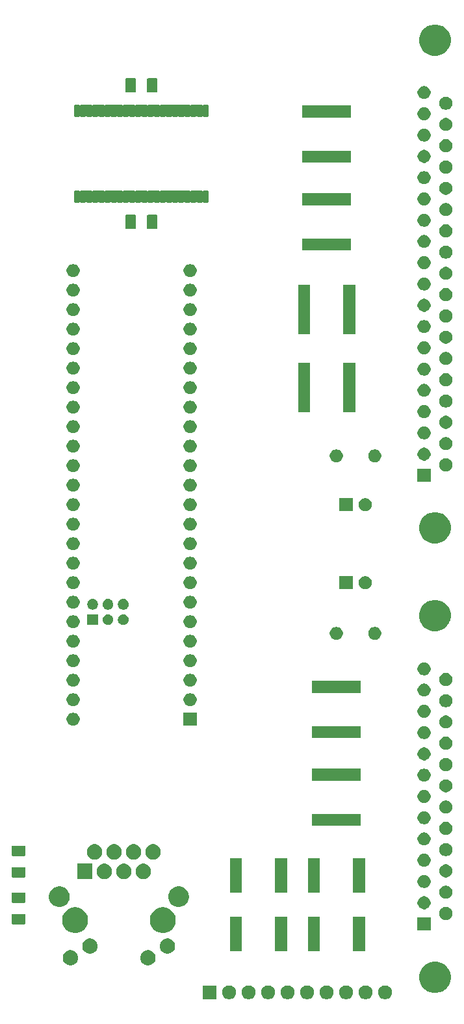
<source format=gbr>
G04 #@! TF.GenerationSoftware,KiCad,Pcbnew,5.1.5-52549c5~84~ubuntu18.04.1*
G04 #@! TF.CreationDate,2020-06-07T18:01:10-07:00*
G04 #@! TF.ProjectId,ram,72616d2e-6b69-4636-9164-5f7063625858,rev?*
G04 #@! TF.SameCoordinates,Original*
G04 #@! TF.FileFunction,Soldermask,Top*
G04 #@! TF.FilePolarity,Negative*
%FSLAX46Y46*%
G04 Gerber Fmt 4.6, Leading zero omitted, Abs format (unit mm)*
G04 Created by KiCad (PCBNEW 5.1.5-52549c5~84~ubuntu18.04.1) date 2020-06-07 18:01:10*
%MOMM*%
%LPD*%
G04 APERTURE LIST*
%ADD10C,0.100000*%
G04 APERTURE END LIST*
D10*
G36*
X206641000Y-96151000D02*
G01*
X204839000Y-96151000D01*
X204839000Y-94349000D01*
X206641000Y-94349000D01*
X206641000Y-96151000D01*
G37*
G36*
X228713512Y-94353927D02*
G01*
X228862812Y-94383624D01*
X229026784Y-94451544D01*
X229174354Y-94550147D01*
X229299853Y-94675646D01*
X229398456Y-94823216D01*
X229466376Y-94987188D01*
X229501000Y-95161259D01*
X229501000Y-95338741D01*
X229466376Y-95512812D01*
X229398456Y-95676784D01*
X229299853Y-95824354D01*
X229174354Y-95949853D01*
X229026784Y-96048456D01*
X228862812Y-96116376D01*
X228713512Y-96146073D01*
X228688742Y-96151000D01*
X228511258Y-96151000D01*
X228486488Y-96146073D01*
X228337188Y-96116376D01*
X228173216Y-96048456D01*
X228025646Y-95949853D01*
X227900147Y-95824354D01*
X227801544Y-95676784D01*
X227733624Y-95512812D01*
X227699000Y-95338741D01*
X227699000Y-95161259D01*
X227733624Y-94987188D01*
X227801544Y-94823216D01*
X227900147Y-94675646D01*
X228025646Y-94550147D01*
X228173216Y-94451544D01*
X228337188Y-94383624D01*
X228486488Y-94353927D01*
X228511258Y-94349000D01*
X228688742Y-94349000D01*
X228713512Y-94353927D01*
G37*
G36*
X226173512Y-94353927D02*
G01*
X226322812Y-94383624D01*
X226486784Y-94451544D01*
X226634354Y-94550147D01*
X226759853Y-94675646D01*
X226858456Y-94823216D01*
X226926376Y-94987188D01*
X226961000Y-95161259D01*
X226961000Y-95338741D01*
X226926376Y-95512812D01*
X226858456Y-95676784D01*
X226759853Y-95824354D01*
X226634354Y-95949853D01*
X226486784Y-96048456D01*
X226322812Y-96116376D01*
X226173512Y-96146073D01*
X226148742Y-96151000D01*
X225971258Y-96151000D01*
X225946488Y-96146073D01*
X225797188Y-96116376D01*
X225633216Y-96048456D01*
X225485646Y-95949853D01*
X225360147Y-95824354D01*
X225261544Y-95676784D01*
X225193624Y-95512812D01*
X225159000Y-95338741D01*
X225159000Y-95161259D01*
X225193624Y-94987188D01*
X225261544Y-94823216D01*
X225360147Y-94675646D01*
X225485646Y-94550147D01*
X225633216Y-94451544D01*
X225797188Y-94383624D01*
X225946488Y-94353927D01*
X225971258Y-94349000D01*
X226148742Y-94349000D01*
X226173512Y-94353927D01*
G37*
G36*
X223633512Y-94353927D02*
G01*
X223782812Y-94383624D01*
X223946784Y-94451544D01*
X224094354Y-94550147D01*
X224219853Y-94675646D01*
X224318456Y-94823216D01*
X224386376Y-94987188D01*
X224421000Y-95161259D01*
X224421000Y-95338741D01*
X224386376Y-95512812D01*
X224318456Y-95676784D01*
X224219853Y-95824354D01*
X224094354Y-95949853D01*
X223946784Y-96048456D01*
X223782812Y-96116376D01*
X223633512Y-96146073D01*
X223608742Y-96151000D01*
X223431258Y-96151000D01*
X223406488Y-96146073D01*
X223257188Y-96116376D01*
X223093216Y-96048456D01*
X222945646Y-95949853D01*
X222820147Y-95824354D01*
X222721544Y-95676784D01*
X222653624Y-95512812D01*
X222619000Y-95338741D01*
X222619000Y-95161259D01*
X222653624Y-94987188D01*
X222721544Y-94823216D01*
X222820147Y-94675646D01*
X222945646Y-94550147D01*
X223093216Y-94451544D01*
X223257188Y-94383624D01*
X223406488Y-94353927D01*
X223431258Y-94349000D01*
X223608742Y-94349000D01*
X223633512Y-94353927D01*
G37*
G36*
X221093512Y-94353927D02*
G01*
X221242812Y-94383624D01*
X221406784Y-94451544D01*
X221554354Y-94550147D01*
X221679853Y-94675646D01*
X221778456Y-94823216D01*
X221846376Y-94987188D01*
X221881000Y-95161259D01*
X221881000Y-95338741D01*
X221846376Y-95512812D01*
X221778456Y-95676784D01*
X221679853Y-95824354D01*
X221554354Y-95949853D01*
X221406784Y-96048456D01*
X221242812Y-96116376D01*
X221093512Y-96146073D01*
X221068742Y-96151000D01*
X220891258Y-96151000D01*
X220866488Y-96146073D01*
X220717188Y-96116376D01*
X220553216Y-96048456D01*
X220405646Y-95949853D01*
X220280147Y-95824354D01*
X220181544Y-95676784D01*
X220113624Y-95512812D01*
X220079000Y-95338741D01*
X220079000Y-95161259D01*
X220113624Y-94987188D01*
X220181544Y-94823216D01*
X220280147Y-94675646D01*
X220405646Y-94550147D01*
X220553216Y-94451544D01*
X220717188Y-94383624D01*
X220866488Y-94353927D01*
X220891258Y-94349000D01*
X221068742Y-94349000D01*
X221093512Y-94353927D01*
G37*
G36*
X218553512Y-94353927D02*
G01*
X218702812Y-94383624D01*
X218866784Y-94451544D01*
X219014354Y-94550147D01*
X219139853Y-94675646D01*
X219238456Y-94823216D01*
X219306376Y-94987188D01*
X219341000Y-95161259D01*
X219341000Y-95338741D01*
X219306376Y-95512812D01*
X219238456Y-95676784D01*
X219139853Y-95824354D01*
X219014354Y-95949853D01*
X218866784Y-96048456D01*
X218702812Y-96116376D01*
X218553512Y-96146073D01*
X218528742Y-96151000D01*
X218351258Y-96151000D01*
X218326488Y-96146073D01*
X218177188Y-96116376D01*
X218013216Y-96048456D01*
X217865646Y-95949853D01*
X217740147Y-95824354D01*
X217641544Y-95676784D01*
X217573624Y-95512812D01*
X217539000Y-95338741D01*
X217539000Y-95161259D01*
X217573624Y-94987188D01*
X217641544Y-94823216D01*
X217740147Y-94675646D01*
X217865646Y-94550147D01*
X218013216Y-94451544D01*
X218177188Y-94383624D01*
X218326488Y-94353927D01*
X218351258Y-94349000D01*
X218528742Y-94349000D01*
X218553512Y-94353927D01*
G37*
G36*
X213473512Y-94353927D02*
G01*
X213622812Y-94383624D01*
X213786784Y-94451544D01*
X213934354Y-94550147D01*
X214059853Y-94675646D01*
X214158456Y-94823216D01*
X214226376Y-94987188D01*
X214261000Y-95161259D01*
X214261000Y-95338741D01*
X214226376Y-95512812D01*
X214158456Y-95676784D01*
X214059853Y-95824354D01*
X213934354Y-95949853D01*
X213786784Y-96048456D01*
X213622812Y-96116376D01*
X213473512Y-96146073D01*
X213448742Y-96151000D01*
X213271258Y-96151000D01*
X213246488Y-96146073D01*
X213097188Y-96116376D01*
X212933216Y-96048456D01*
X212785646Y-95949853D01*
X212660147Y-95824354D01*
X212561544Y-95676784D01*
X212493624Y-95512812D01*
X212459000Y-95338741D01*
X212459000Y-95161259D01*
X212493624Y-94987188D01*
X212561544Y-94823216D01*
X212660147Y-94675646D01*
X212785646Y-94550147D01*
X212933216Y-94451544D01*
X213097188Y-94383624D01*
X213246488Y-94353927D01*
X213271258Y-94349000D01*
X213448742Y-94349000D01*
X213473512Y-94353927D01*
G37*
G36*
X216013512Y-94353927D02*
G01*
X216162812Y-94383624D01*
X216326784Y-94451544D01*
X216474354Y-94550147D01*
X216599853Y-94675646D01*
X216698456Y-94823216D01*
X216766376Y-94987188D01*
X216801000Y-95161259D01*
X216801000Y-95338741D01*
X216766376Y-95512812D01*
X216698456Y-95676784D01*
X216599853Y-95824354D01*
X216474354Y-95949853D01*
X216326784Y-96048456D01*
X216162812Y-96116376D01*
X216013512Y-96146073D01*
X215988742Y-96151000D01*
X215811258Y-96151000D01*
X215786488Y-96146073D01*
X215637188Y-96116376D01*
X215473216Y-96048456D01*
X215325646Y-95949853D01*
X215200147Y-95824354D01*
X215101544Y-95676784D01*
X215033624Y-95512812D01*
X214999000Y-95338741D01*
X214999000Y-95161259D01*
X215033624Y-94987188D01*
X215101544Y-94823216D01*
X215200147Y-94675646D01*
X215325646Y-94550147D01*
X215473216Y-94451544D01*
X215637188Y-94383624D01*
X215786488Y-94353927D01*
X215811258Y-94349000D01*
X215988742Y-94349000D01*
X216013512Y-94353927D01*
G37*
G36*
X208393512Y-94353927D02*
G01*
X208542812Y-94383624D01*
X208706784Y-94451544D01*
X208854354Y-94550147D01*
X208979853Y-94675646D01*
X209078456Y-94823216D01*
X209146376Y-94987188D01*
X209181000Y-95161259D01*
X209181000Y-95338741D01*
X209146376Y-95512812D01*
X209078456Y-95676784D01*
X208979853Y-95824354D01*
X208854354Y-95949853D01*
X208706784Y-96048456D01*
X208542812Y-96116376D01*
X208393512Y-96146073D01*
X208368742Y-96151000D01*
X208191258Y-96151000D01*
X208166488Y-96146073D01*
X208017188Y-96116376D01*
X207853216Y-96048456D01*
X207705646Y-95949853D01*
X207580147Y-95824354D01*
X207481544Y-95676784D01*
X207413624Y-95512812D01*
X207379000Y-95338741D01*
X207379000Y-95161259D01*
X207413624Y-94987188D01*
X207481544Y-94823216D01*
X207580147Y-94675646D01*
X207705646Y-94550147D01*
X207853216Y-94451544D01*
X208017188Y-94383624D01*
X208166488Y-94353927D01*
X208191258Y-94349000D01*
X208368742Y-94349000D01*
X208393512Y-94353927D01*
G37*
G36*
X210933512Y-94353927D02*
G01*
X211082812Y-94383624D01*
X211246784Y-94451544D01*
X211394354Y-94550147D01*
X211519853Y-94675646D01*
X211618456Y-94823216D01*
X211686376Y-94987188D01*
X211721000Y-95161259D01*
X211721000Y-95338741D01*
X211686376Y-95512812D01*
X211618456Y-95676784D01*
X211519853Y-95824354D01*
X211394354Y-95949853D01*
X211246784Y-96048456D01*
X211082812Y-96116376D01*
X210933512Y-96146073D01*
X210908742Y-96151000D01*
X210731258Y-96151000D01*
X210706488Y-96146073D01*
X210557188Y-96116376D01*
X210393216Y-96048456D01*
X210245646Y-95949853D01*
X210120147Y-95824354D01*
X210021544Y-95676784D01*
X209953624Y-95512812D01*
X209919000Y-95338741D01*
X209919000Y-95161259D01*
X209953624Y-94987188D01*
X210021544Y-94823216D01*
X210120147Y-94675646D01*
X210245646Y-94550147D01*
X210393216Y-94451544D01*
X210557188Y-94383624D01*
X210706488Y-94353927D01*
X210731258Y-94349000D01*
X210908742Y-94349000D01*
X210933512Y-94353927D01*
G37*
G36*
X235698254Y-91317818D02*
G01*
X236071511Y-91472426D01*
X236071513Y-91472427D01*
X236299320Y-91624643D01*
X236407436Y-91696884D01*
X236693116Y-91982564D01*
X236917574Y-92318489D01*
X237072182Y-92691746D01*
X237151000Y-93087993D01*
X237151000Y-93492007D01*
X237072182Y-93888254D01*
X236917574Y-94261511D01*
X236917573Y-94261513D01*
X236693116Y-94597436D01*
X236407436Y-94883116D01*
X236071513Y-95107573D01*
X236071512Y-95107574D01*
X236071511Y-95107574D01*
X235698254Y-95262182D01*
X235302007Y-95341000D01*
X234897993Y-95341000D01*
X234501746Y-95262182D01*
X234128489Y-95107574D01*
X234128488Y-95107574D01*
X234128487Y-95107573D01*
X233792564Y-94883116D01*
X233506884Y-94597436D01*
X233282427Y-94261513D01*
X233282426Y-94261511D01*
X233127818Y-93888254D01*
X233049000Y-93492007D01*
X233049000Y-93087993D01*
X233127818Y-92691746D01*
X233282426Y-92318489D01*
X233506884Y-91982564D01*
X233792564Y-91696884D01*
X233900680Y-91624643D01*
X234128487Y-91472427D01*
X234128489Y-91472426D01*
X234501746Y-91317818D01*
X234897993Y-91239000D01*
X235302007Y-91239000D01*
X235698254Y-91317818D01*
G37*
G36*
X187894521Y-89784275D02*
G01*
X187985153Y-89821816D01*
X188075783Y-89859356D01*
X188238913Y-89968356D01*
X188377644Y-90107087D01*
X188486644Y-90270217D01*
X188524184Y-90360847D01*
X188561725Y-90451479D01*
X188600000Y-90643901D01*
X188600000Y-90840099D01*
X188561725Y-91032521D01*
X188524184Y-91123152D01*
X188486644Y-91213783D01*
X188377644Y-91376913D01*
X188238913Y-91515644D01*
X188075783Y-91624644D01*
X187985152Y-91662184D01*
X187894521Y-91699725D01*
X187702099Y-91738000D01*
X187505901Y-91738000D01*
X187313479Y-91699725D01*
X187222848Y-91662184D01*
X187132217Y-91624644D01*
X186969087Y-91515644D01*
X186830356Y-91376913D01*
X186721356Y-91213783D01*
X186683816Y-91123152D01*
X186646275Y-91032521D01*
X186608000Y-90840099D01*
X186608000Y-90643901D01*
X186646275Y-90451479D01*
X186683816Y-90360847D01*
X186721356Y-90270217D01*
X186830356Y-90107087D01*
X186969087Y-89968356D01*
X187132217Y-89859356D01*
X187222847Y-89821816D01*
X187313479Y-89784275D01*
X187505901Y-89746000D01*
X187702099Y-89746000D01*
X187894521Y-89784275D01*
G37*
G36*
X198004521Y-89784275D02*
G01*
X198095153Y-89821816D01*
X198185783Y-89859356D01*
X198348913Y-89968356D01*
X198487644Y-90107087D01*
X198596644Y-90270217D01*
X198634184Y-90360847D01*
X198671725Y-90451479D01*
X198710000Y-90643901D01*
X198710000Y-90840099D01*
X198671725Y-91032521D01*
X198634184Y-91123152D01*
X198596644Y-91213783D01*
X198487644Y-91376913D01*
X198348913Y-91515644D01*
X198185783Y-91624644D01*
X198095152Y-91662184D01*
X198004521Y-91699725D01*
X197812099Y-91738000D01*
X197615901Y-91738000D01*
X197423479Y-91699725D01*
X197332848Y-91662184D01*
X197242217Y-91624644D01*
X197079087Y-91515644D01*
X196940356Y-91376913D01*
X196831356Y-91213783D01*
X196793816Y-91123152D01*
X196756275Y-91032521D01*
X196718000Y-90840099D01*
X196718000Y-90643901D01*
X196756275Y-90451479D01*
X196793816Y-90360847D01*
X196831356Y-90270217D01*
X196940356Y-90107087D01*
X197079087Y-89968356D01*
X197242217Y-89859356D01*
X197332847Y-89821816D01*
X197423479Y-89784275D01*
X197615901Y-89746000D01*
X197812099Y-89746000D01*
X198004521Y-89784275D01*
G37*
G36*
X200544521Y-88264275D02*
G01*
X200635152Y-88301816D01*
X200725783Y-88339356D01*
X200888913Y-88448356D01*
X201027644Y-88587087D01*
X201136644Y-88750217D01*
X201174184Y-88840847D01*
X201211725Y-88931479D01*
X201250000Y-89123901D01*
X201250000Y-89320099D01*
X201211725Y-89512521D01*
X201174184Y-89603153D01*
X201136644Y-89693783D01*
X201027644Y-89856913D01*
X200888913Y-89995644D01*
X200725783Y-90104644D01*
X200635152Y-90142184D01*
X200544521Y-90179725D01*
X200352099Y-90218000D01*
X200155901Y-90218000D01*
X199963479Y-90179725D01*
X199872848Y-90142184D01*
X199782217Y-90104644D01*
X199619087Y-89995644D01*
X199480356Y-89856913D01*
X199371356Y-89693783D01*
X199333816Y-89603153D01*
X199296275Y-89512521D01*
X199258000Y-89320099D01*
X199258000Y-89123901D01*
X199296275Y-88931479D01*
X199333816Y-88840847D01*
X199371356Y-88750217D01*
X199480356Y-88587087D01*
X199619087Y-88448356D01*
X199782217Y-88339356D01*
X199872847Y-88301816D01*
X199963479Y-88264275D01*
X200155901Y-88226000D01*
X200352099Y-88226000D01*
X200544521Y-88264275D01*
G37*
G36*
X190434521Y-88264275D02*
G01*
X190525152Y-88301816D01*
X190615783Y-88339356D01*
X190778913Y-88448356D01*
X190917644Y-88587087D01*
X191026644Y-88750217D01*
X191064184Y-88840847D01*
X191101725Y-88931479D01*
X191140000Y-89123901D01*
X191140000Y-89320099D01*
X191101725Y-89512521D01*
X191064184Y-89603153D01*
X191026644Y-89693783D01*
X190917644Y-89856913D01*
X190778913Y-89995644D01*
X190615783Y-90104644D01*
X190525152Y-90142184D01*
X190434521Y-90179725D01*
X190242099Y-90218000D01*
X190045901Y-90218000D01*
X189853479Y-90179725D01*
X189762848Y-90142184D01*
X189672217Y-90104644D01*
X189509087Y-89995644D01*
X189370356Y-89856913D01*
X189261356Y-89693783D01*
X189223816Y-89603153D01*
X189186275Y-89512521D01*
X189148000Y-89320099D01*
X189148000Y-89123901D01*
X189186275Y-88931479D01*
X189223816Y-88840847D01*
X189261356Y-88750217D01*
X189370356Y-88587087D01*
X189509087Y-88448356D01*
X189672217Y-88339356D01*
X189762847Y-88301816D01*
X189853479Y-88264275D01*
X190045901Y-88226000D01*
X190242099Y-88226000D01*
X190434521Y-88264275D01*
G37*
G36*
X215816000Y-89856000D02*
G01*
X214264000Y-89856000D01*
X214264000Y-85404000D01*
X215816000Y-85404000D01*
X215816000Y-89856000D01*
G37*
G36*
X209916000Y-89856000D02*
G01*
X208364000Y-89856000D01*
X208364000Y-85404000D01*
X209916000Y-85404000D01*
X209916000Y-89856000D01*
G37*
G36*
X220076000Y-89856000D02*
G01*
X218524000Y-89856000D01*
X218524000Y-85404000D01*
X220076000Y-85404000D01*
X220076000Y-89856000D01*
G37*
G36*
X225976000Y-89856000D02*
G01*
X224424000Y-89856000D01*
X224424000Y-85404000D01*
X225976000Y-85404000D01*
X225976000Y-89856000D01*
G37*
G36*
X199970971Y-84198204D02*
G01*
X200132871Y-84230408D01*
X200437883Y-84356748D01*
X200712387Y-84540166D01*
X200945834Y-84773613D01*
X201129252Y-85048117D01*
X201255592Y-85353129D01*
X201255592Y-85353130D01*
X201320000Y-85676927D01*
X201320000Y-86007073D01*
X201294832Y-86133600D01*
X201255592Y-86330871D01*
X201129252Y-86635883D01*
X200945834Y-86910387D01*
X200712387Y-87143834D01*
X200437883Y-87327252D01*
X200132871Y-87453592D01*
X199970971Y-87485796D01*
X199809073Y-87518000D01*
X199478927Y-87518000D01*
X199155129Y-87453592D01*
X198850117Y-87327252D01*
X198575613Y-87143834D01*
X198342166Y-86910387D01*
X198158748Y-86635883D01*
X198032408Y-86330871D01*
X197993168Y-86133600D01*
X197968000Y-86007073D01*
X197968000Y-85676927D01*
X198032408Y-85353130D01*
X198032408Y-85353129D01*
X198158748Y-85048117D01*
X198342166Y-84773613D01*
X198575613Y-84540166D01*
X198850117Y-84356748D01*
X199155129Y-84230408D01*
X199317029Y-84198204D01*
X199478927Y-84166000D01*
X199809073Y-84166000D01*
X199970971Y-84198204D01*
G37*
G36*
X188540971Y-84198204D02*
G01*
X188702871Y-84230408D01*
X189007883Y-84356748D01*
X189282387Y-84540166D01*
X189515834Y-84773613D01*
X189699252Y-85048117D01*
X189825592Y-85353129D01*
X189825592Y-85353130D01*
X189890000Y-85676927D01*
X189890000Y-86007073D01*
X189864832Y-86133600D01*
X189825592Y-86330871D01*
X189699252Y-86635883D01*
X189515834Y-86910387D01*
X189282387Y-87143834D01*
X189007883Y-87327252D01*
X188702871Y-87453592D01*
X188540971Y-87485796D01*
X188379073Y-87518000D01*
X188048927Y-87518000D01*
X187725129Y-87453592D01*
X187420117Y-87327252D01*
X187145613Y-87143834D01*
X186912166Y-86910387D01*
X186728748Y-86635883D01*
X186602408Y-86330871D01*
X186563168Y-86133600D01*
X186538000Y-86007073D01*
X186538000Y-85676927D01*
X186602408Y-85353130D01*
X186602408Y-85353129D01*
X186728748Y-85048117D01*
X186912166Y-84773613D01*
X187145613Y-84540166D01*
X187420117Y-84356748D01*
X187725129Y-84230408D01*
X187887029Y-84198204D01*
X188048927Y-84166000D01*
X188379073Y-84166000D01*
X188540971Y-84198204D01*
G37*
G36*
X234531000Y-87211000D02*
G01*
X232829000Y-87211000D01*
X232829000Y-85509000D01*
X234531000Y-85509000D01*
X234531000Y-87211000D01*
G37*
G36*
X181616604Y-85056347D02*
G01*
X181653144Y-85067432D01*
X181686821Y-85085433D01*
X181716341Y-85109659D01*
X181740567Y-85139179D01*
X181758568Y-85172856D01*
X181769653Y-85209396D01*
X181774000Y-85253538D01*
X181774000Y-86202462D01*
X181769653Y-86246604D01*
X181758568Y-86283144D01*
X181740567Y-86316821D01*
X181716341Y-86346341D01*
X181686821Y-86370567D01*
X181653144Y-86388568D01*
X181616604Y-86399653D01*
X181572462Y-86404000D01*
X180123538Y-86404000D01*
X180079396Y-86399653D01*
X180042856Y-86388568D01*
X180009179Y-86370567D01*
X179979659Y-86346341D01*
X179955433Y-86316821D01*
X179937432Y-86283144D01*
X179926347Y-86246604D01*
X179922000Y-86202462D01*
X179922000Y-85253538D01*
X179926347Y-85209396D01*
X179937432Y-85172856D01*
X179955433Y-85139179D01*
X179979659Y-85109659D01*
X180009179Y-85085433D01*
X180042856Y-85067432D01*
X180079396Y-85056347D01*
X180123538Y-85052000D01*
X181572462Y-85052000D01*
X181616604Y-85056347D01*
G37*
G36*
X236768228Y-84156703D02*
G01*
X236923100Y-84220853D01*
X237062481Y-84313985D01*
X237181015Y-84432519D01*
X237274147Y-84571900D01*
X237338297Y-84726772D01*
X237371000Y-84891184D01*
X237371000Y-85058816D01*
X237338297Y-85223228D01*
X237274147Y-85378100D01*
X237181015Y-85517481D01*
X237062481Y-85636015D01*
X236923100Y-85729147D01*
X236768228Y-85793297D01*
X236603816Y-85826000D01*
X236436184Y-85826000D01*
X236271772Y-85793297D01*
X236116900Y-85729147D01*
X235977519Y-85636015D01*
X235858985Y-85517481D01*
X235765853Y-85378100D01*
X235701703Y-85223228D01*
X235669000Y-85058816D01*
X235669000Y-84891184D01*
X235701703Y-84726772D01*
X235765853Y-84571900D01*
X235858985Y-84432519D01*
X235977519Y-84313985D01*
X236116900Y-84220853D01*
X236271772Y-84156703D01*
X236436184Y-84124000D01*
X236603816Y-84124000D01*
X236768228Y-84156703D01*
G37*
G36*
X233928228Y-82771703D02*
G01*
X234083100Y-82835853D01*
X234222481Y-82928985D01*
X234341015Y-83047519D01*
X234434147Y-83186900D01*
X234498297Y-83341772D01*
X234531000Y-83506184D01*
X234531000Y-83673816D01*
X234498297Y-83838228D01*
X234434147Y-83993100D01*
X234341015Y-84132481D01*
X234222481Y-84251015D01*
X234083100Y-84344147D01*
X233928228Y-84408297D01*
X233763816Y-84441000D01*
X233596184Y-84441000D01*
X233431772Y-84408297D01*
X233276900Y-84344147D01*
X233137519Y-84251015D01*
X233018985Y-84132481D01*
X232925853Y-83993100D01*
X232861703Y-83838228D01*
X232829000Y-83673816D01*
X232829000Y-83506184D01*
X232861703Y-83341772D01*
X232925853Y-83186900D01*
X233018985Y-83047519D01*
X233137519Y-82928985D01*
X233276900Y-82835853D01*
X233431772Y-82771703D01*
X233596184Y-82739000D01*
X233763816Y-82739000D01*
X233928228Y-82771703D01*
G37*
G36*
X186548072Y-81492918D02*
G01*
X186744180Y-81574148D01*
X186793939Y-81594759D01*
X186859095Y-81638295D01*
X187015211Y-81742609D01*
X187203391Y-81930789D01*
X187351242Y-82152063D01*
X187453082Y-82397928D01*
X187464144Y-82453538D01*
X187505000Y-82658938D01*
X187505000Y-82925062D01*
X187453082Y-83186072D01*
X187351241Y-83431939D01*
X187203390Y-83653212D01*
X187015212Y-83841390D01*
X186793939Y-83989241D01*
X186793938Y-83989242D01*
X186793937Y-83989242D01*
X186548072Y-84091082D01*
X186287063Y-84143000D01*
X186020937Y-84143000D01*
X185759928Y-84091082D01*
X185514063Y-83989242D01*
X185514062Y-83989242D01*
X185514061Y-83989241D01*
X185292788Y-83841390D01*
X185104610Y-83653212D01*
X184956759Y-83431939D01*
X184854918Y-83186072D01*
X184803000Y-82925062D01*
X184803000Y-82658938D01*
X184843857Y-82453538D01*
X184854918Y-82397928D01*
X184956758Y-82152063D01*
X185104609Y-81930789D01*
X185292789Y-81742609D01*
X185448905Y-81638295D01*
X185514061Y-81594759D01*
X185563821Y-81574148D01*
X185759928Y-81492918D01*
X186020937Y-81441000D01*
X186287063Y-81441000D01*
X186548072Y-81492918D01*
G37*
G36*
X202098072Y-81492918D02*
G01*
X202294180Y-81574148D01*
X202343939Y-81594759D01*
X202409095Y-81638295D01*
X202565211Y-81742609D01*
X202753391Y-81930789D01*
X202901242Y-82152063D01*
X203003082Y-82397928D01*
X203014144Y-82453538D01*
X203055000Y-82658938D01*
X203055000Y-82925062D01*
X203003082Y-83186072D01*
X202901241Y-83431939D01*
X202753390Y-83653212D01*
X202565212Y-83841390D01*
X202343939Y-83989241D01*
X202343938Y-83989242D01*
X202343937Y-83989242D01*
X202098072Y-84091082D01*
X201837063Y-84143000D01*
X201570937Y-84143000D01*
X201309928Y-84091082D01*
X201064063Y-83989242D01*
X201064062Y-83989242D01*
X201064061Y-83989241D01*
X200842788Y-83841390D01*
X200654610Y-83653212D01*
X200506759Y-83431939D01*
X200404918Y-83186072D01*
X200353000Y-82925062D01*
X200353000Y-82658938D01*
X200393857Y-82453538D01*
X200404918Y-82397928D01*
X200506758Y-82152063D01*
X200654609Y-81930789D01*
X200842789Y-81742609D01*
X200998905Y-81638295D01*
X201064061Y-81594759D01*
X201113821Y-81574148D01*
X201309928Y-81492918D01*
X201570937Y-81441000D01*
X201837063Y-81441000D01*
X202098072Y-81492918D01*
G37*
G36*
X181616604Y-82256347D02*
G01*
X181653144Y-82267432D01*
X181686821Y-82285433D01*
X181716341Y-82309659D01*
X181740567Y-82339179D01*
X181758568Y-82372856D01*
X181769653Y-82409396D01*
X181774000Y-82453538D01*
X181774000Y-83402462D01*
X181769653Y-83446604D01*
X181758568Y-83483144D01*
X181740567Y-83516821D01*
X181716341Y-83546341D01*
X181686821Y-83570567D01*
X181653144Y-83588568D01*
X181616604Y-83599653D01*
X181572462Y-83604000D01*
X180123538Y-83604000D01*
X180079396Y-83599653D01*
X180042856Y-83588568D01*
X180009179Y-83570567D01*
X179979659Y-83546341D01*
X179955433Y-83516821D01*
X179937432Y-83483144D01*
X179926347Y-83446604D01*
X179922000Y-83402462D01*
X179922000Y-82453538D01*
X179926347Y-82409396D01*
X179937432Y-82372856D01*
X179955433Y-82339179D01*
X179979659Y-82309659D01*
X180009179Y-82285433D01*
X180042856Y-82267432D01*
X180079396Y-82256347D01*
X180123538Y-82252000D01*
X181572462Y-82252000D01*
X181616604Y-82256347D01*
G37*
G36*
X236768228Y-81386703D02*
G01*
X236923100Y-81450853D01*
X237062481Y-81543985D01*
X237181015Y-81662519D01*
X237274147Y-81801900D01*
X237338297Y-81956772D01*
X237371000Y-82121184D01*
X237371000Y-82288816D01*
X237338297Y-82453228D01*
X237274147Y-82608100D01*
X237181015Y-82747481D01*
X237062481Y-82866015D01*
X236923100Y-82959147D01*
X236768228Y-83023297D01*
X236603816Y-83056000D01*
X236436184Y-83056000D01*
X236271772Y-83023297D01*
X236116900Y-82959147D01*
X235977519Y-82866015D01*
X235858985Y-82747481D01*
X235765853Y-82608100D01*
X235701703Y-82453228D01*
X235669000Y-82288816D01*
X235669000Y-82121184D01*
X235701703Y-81956772D01*
X235765853Y-81801900D01*
X235858985Y-81662519D01*
X235977519Y-81543985D01*
X236116900Y-81450853D01*
X236271772Y-81386703D01*
X236436184Y-81354000D01*
X236603816Y-81354000D01*
X236768228Y-81386703D01*
G37*
G36*
X220076000Y-82236000D02*
G01*
X218524000Y-82236000D01*
X218524000Y-77784000D01*
X220076000Y-77784000D01*
X220076000Y-82236000D01*
G37*
G36*
X209916000Y-82236000D02*
G01*
X208364000Y-82236000D01*
X208364000Y-77784000D01*
X209916000Y-77784000D01*
X209916000Y-82236000D01*
G37*
G36*
X225976000Y-82236000D02*
G01*
X224424000Y-82236000D01*
X224424000Y-77784000D01*
X225976000Y-77784000D01*
X225976000Y-82236000D01*
G37*
G36*
X215816000Y-82236000D02*
G01*
X214264000Y-82236000D01*
X214264000Y-77784000D01*
X215816000Y-77784000D01*
X215816000Y-82236000D01*
G37*
G36*
X233928228Y-80001703D02*
G01*
X234083100Y-80065853D01*
X234222481Y-80158985D01*
X234341015Y-80277519D01*
X234434147Y-80416900D01*
X234498297Y-80571772D01*
X234531000Y-80736184D01*
X234531000Y-80903816D01*
X234498297Y-81068228D01*
X234434147Y-81223100D01*
X234341015Y-81362481D01*
X234222481Y-81481015D01*
X234083100Y-81574147D01*
X233928228Y-81638297D01*
X233763816Y-81671000D01*
X233596184Y-81671000D01*
X233431772Y-81638297D01*
X233276900Y-81574147D01*
X233137519Y-81481015D01*
X233018985Y-81362481D01*
X232925853Y-81223100D01*
X232861703Y-81068228D01*
X232829000Y-80903816D01*
X232829000Y-80736184D01*
X232861703Y-80571772D01*
X232925853Y-80416900D01*
X233018985Y-80277519D01*
X233137519Y-80158985D01*
X233276900Y-80065853D01*
X233431772Y-80001703D01*
X233596184Y-79969000D01*
X233763816Y-79969000D01*
X233928228Y-80001703D01*
G37*
G36*
X197395981Y-78539468D02*
G01*
X197578151Y-78614926D01*
X197742100Y-78724473D01*
X197881527Y-78863900D01*
X197991074Y-79027849D01*
X198056903Y-79186772D01*
X198066532Y-79210020D01*
X198105000Y-79403409D01*
X198105000Y-79600591D01*
X198088562Y-79683228D01*
X198066532Y-79793981D01*
X197991074Y-79976151D01*
X197881527Y-80140100D01*
X197742100Y-80279527D01*
X197578151Y-80389074D01*
X197395981Y-80464532D01*
X197299285Y-80483766D01*
X197202591Y-80503000D01*
X197005409Y-80503000D01*
X196908715Y-80483766D01*
X196812019Y-80464532D01*
X196629849Y-80389074D01*
X196465900Y-80279527D01*
X196326473Y-80140100D01*
X196216926Y-79976151D01*
X196141468Y-79793981D01*
X196119438Y-79683228D01*
X196103000Y-79600591D01*
X196103000Y-79403409D01*
X196141468Y-79210020D01*
X196151098Y-79186772D01*
X196216926Y-79027849D01*
X196326473Y-78863900D01*
X196465900Y-78724473D01*
X196629849Y-78614926D01*
X196812019Y-78539468D01*
X197005409Y-78501000D01*
X197202591Y-78501000D01*
X197395981Y-78539468D01*
G37*
G36*
X190485000Y-80503000D02*
G01*
X188483000Y-80503000D01*
X188483000Y-78501000D01*
X190485000Y-78501000D01*
X190485000Y-80503000D01*
G37*
G36*
X192315981Y-78539468D02*
G01*
X192498151Y-78614926D01*
X192662100Y-78724473D01*
X192801527Y-78863900D01*
X192911074Y-79027849D01*
X192976903Y-79186772D01*
X192986532Y-79210020D01*
X193025000Y-79403409D01*
X193025000Y-79600591D01*
X193008562Y-79683228D01*
X192986532Y-79793981D01*
X192911074Y-79976151D01*
X192801527Y-80140100D01*
X192662100Y-80279527D01*
X192498151Y-80389074D01*
X192315981Y-80464532D01*
X192219285Y-80483766D01*
X192122591Y-80503000D01*
X191925409Y-80503000D01*
X191828715Y-80483766D01*
X191732019Y-80464532D01*
X191549849Y-80389074D01*
X191385900Y-80279527D01*
X191246473Y-80140100D01*
X191136926Y-79976151D01*
X191061468Y-79793981D01*
X191039438Y-79683228D01*
X191023000Y-79600591D01*
X191023000Y-79403409D01*
X191061468Y-79210020D01*
X191071098Y-79186772D01*
X191136926Y-79027849D01*
X191246473Y-78863900D01*
X191385900Y-78724473D01*
X191549849Y-78614926D01*
X191732019Y-78539468D01*
X191925409Y-78501000D01*
X192122591Y-78501000D01*
X192315981Y-78539468D01*
G37*
G36*
X194855981Y-78539468D02*
G01*
X195038151Y-78614926D01*
X195202100Y-78724473D01*
X195341527Y-78863900D01*
X195451074Y-79027849D01*
X195516903Y-79186772D01*
X195526532Y-79210020D01*
X195565000Y-79403409D01*
X195565000Y-79600591D01*
X195548562Y-79683228D01*
X195526532Y-79793981D01*
X195451074Y-79976151D01*
X195341527Y-80140100D01*
X195202100Y-80279527D01*
X195038151Y-80389074D01*
X194855981Y-80464532D01*
X194759285Y-80483766D01*
X194662591Y-80503000D01*
X194465409Y-80503000D01*
X194368715Y-80483766D01*
X194272019Y-80464532D01*
X194089849Y-80389074D01*
X193925900Y-80279527D01*
X193786473Y-80140100D01*
X193676926Y-79976151D01*
X193601468Y-79793981D01*
X193579438Y-79683228D01*
X193563000Y-79600591D01*
X193563000Y-79403409D01*
X193601468Y-79210020D01*
X193611098Y-79186772D01*
X193676926Y-79027849D01*
X193786473Y-78863900D01*
X193925900Y-78724473D01*
X194089849Y-78614926D01*
X194272019Y-78539468D01*
X194465409Y-78501000D01*
X194662591Y-78501000D01*
X194855981Y-78539468D01*
G37*
G36*
X181616604Y-78960347D02*
G01*
X181653144Y-78971432D01*
X181686821Y-78989433D01*
X181716341Y-79013659D01*
X181740567Y-79043179D01*
X181758568Y-79076856D01*
X181769653Y-79113396D01*
X181774000Y-79157538D01*
X181774000Y-80106462D01*
X181769653Y-80150604D01*
X181758568Y-80187144D01*
X181740567Y-80220821D01*
X181716341Y-80250341D01*
X181686821Y-80274567D01*
X181653144Y-80292568D01*
X181616604Y-80303653D01*
X181572462Y-80308000D01*
X180123538Y-80308000D01*
X180079396Y-80303653D01*
X180042856Y-80292568D01*
X180009179Y-80274567D01*
X179979659Y-80250341D01*
X179955433Y-80220821D01*
X179937432Y-80187144D01*
X179926347Y-80150604D01*
X179922000Y-80106462D01*
X179922000Y-79157538D01*
X179926347Y-79113396D01*
X179937432Y-79076856D01*
X179955433Y-79043179D01*
X179979659Y-79013659D01*
X180009179Y-78989433D01*
X180042856Y-78971432D01*
X180079396Y-78960347D01*
X180123538Y-78956000D01*
X181572462Y-78956000D01*
X181616604Y-78960347D01*
G37*
G36*
X236768228Y-78616703D02*
G01*
X236923100Y-78680853D01*
X237062481Y-78773985D01*
X237181015Y-78892519D01*
X237274147Y-79031900D01*
X237338297Y-79186772D01*
X237371000Y-79351184D01*
X237371000Y-79518816D01*
X237338297Y-79683228D01*
X237274147Y-79838100D01*
X237181015Y-79977481D01*
X237062481Y-80096015D01*
X236923100Y-80189147D01*
X236768228Y-80253297D01*
X236603816Y-80286000D01*
X236436184Y-80286000D01*
X236271772Y-80253297D01*
X236116900Y-80189147D01*
X235977519Y-80096015D01*
X235858985Y-79977481D01*
X235765853Y-79838100D01*
X235701703Y-79683228D01*
X235669000Y-79518816D01*
X235669000Y-79351184D01*
X235701703Y-79186772D01*
X235765853Y-79031900D01*
X235858985Y-78892519D01*
X235977519Y-78773985D01*
X236116900Y-78680853D01*
X236271772Y-78616703D01*
X236436184Y-78584000D01*
X236603816Y-78584000D01*
X236768228Y-78616703D01*
G37*
G36*
X233928228Y-77231703D02*
G01*
X234083100Y-77295853D01*
X234222481Y-77388985D01*
X234341015Y-77507519D01*
X234434147Y-77646900D01*
X234498297Y-77801772D01*
X234531000Y-77966184D01*
X234531000Y-78133816D01*
X234498297Y-78298228D01*
X234434147Y-78453100D01*
X234341015Y-78592481D01*
X234222481Y-78711015D01*
X234083100Y-78804147D01*
X233928228Y-78868297D01*
X233763816Y-78901000D01*
X233596184Y-78901000D01*
X233431772Y-78868297D01*
X233276900Y-78804147D01*
X233137519Y-78711015D01*
X233018985Y-78592481D01*
X232925853Y-78453100D01*
X232861703Y-78298228D01*
X232829000Y-78133816D01*
X232829000Y-77966184D01*
X232861703Y-77801772D01*
X232925853Y-77646900D01*
X233018985Y-77507519D01*
X233137519Y-77388985D01*
X233276900Y-77295853D01*
X233431772Y-77231703D01*
X233596184Y-77199000D01*
X233763816Y-77199000D01*
X233928228Y-77231703D01*
G37*
G36*
X193585981Y-75999468D02*
G01*
X193768151Y-76074926D01*
X193932100Y-76184473D01*
X194071527Y-76323900D01*
X194181074Y-76487849D01*
X194256532Y-76670019D01*
X194295000Y-76863410D01*
X194295000Y-77060590D01*
X194256532Y-77253981D01*
X194181074Y-77436151D01*
X194071527Y-77600100D01*
X193932100Y-77739527D01*
X193768151Y-77849074D01*
X193585981Y-77924532D01*
X193489285Y-77943766D01*
X193392591Y-77963000D01*
X193195409Y-77963000D01*
X193002019Y-77924532D01*
X192819849Y-77849074D01*
X192655900Y-77739527D01*
X192516473Y-77600100D01*
X192406926Y-77436151D01*
X192331468Y-77253981D01*
X192293000Y-77060590D01*
X192293000Y-76863410D01*
X192331468Y-76670019D01*
X192406926Y-76487849D01*
X192516473Y-76323900D01*
X192655900Y-76184473D01*
X192819849Y-76074926D01*
X193002019Y-75999468D01*
X193195409Y-75961000D01*
X193392591Y-75961000D01*
X193585981Y-75999468D01*
G37*
G36*
X191045981Y-75999468D02*
G01*
X191228151Y-76074926D01*
X191392100Y-76184473D01*
X191531527Y-76323900D01*
X191641074Y-76487849D01*
X191716532Y-76670019D01*
X191755000Y-76863410D01*
X191755000Y-77060590D01*
X191716532Y-77253981D01*
X191641074Y-77436151D01*
X191531527Y-77600100D01*
X191392100Y-77739527D01*
X191228151Y-77849074D01*
X191045981Y-77924532D01*
X190949285Y-77943766D01*
X190852591Y-77963000D01*
X190655409Y-77963000D01*
X190462019Y-77924532D01*
X190279849Y-77849074D01*
X190115900Y-77739527D01*
X189976473Y-77600100D01*
X189866926Y-77436151D01*
X189791468Y-77253981D01*
X189753000Y-77060590D01*
X189753000Y-76863410D01*
X189791468Y-76670019D01*
X189866926Y-76487849D01*
X189976473Y-76323900D01*
X190115900Y-76184473D01*
X190279849Y-76074926D01*
X190462019Y-75999468D01*
X190655409Y-75961000D01*
X190852591Y-75961000D01*
X191045981Y-75999468D01*
G37*
G36*
X196125981Y-75999468D02*
G01*
X196308151Y-76074926D01*
X196472100Y-76184473D01*
X196611527Y-76323900D01*
X196721074Y-76487849D01*
X196796532Y-76670019D01*
X196835000Y-76863410D01*
X196835000Y-77060590D01*
X196796532Y-77253981D01*
X196721074Y-77436151D01*
X196611527Y-77600100D01*
X196472100Y-77739527D01*
X196308151Y-77849074D01*
X196125981Y-77924532D01*
X196029285Y-77943766D01*
X195932591Y-77963000D01*
X195735409Y-77963000D01*
X195542019Y-77924532D01*
X195359849Y-77849074D01*
X195195900Y-77739527D01*
X195056473Y-77600100D01*
X194946926Y-77436151D01*
X194871468Y-77253981D01*
X194833000Y-77060590D01*
X194833000Y-76863410D01*
X194871468Y-76670019D01*
X194946926Y-76487849D01*
X195056473Y-76323900D01*
X195195900Y-76184473D01*
X195359849Y-76074926D01*
X195542019Y-75999468D01*
X195735409Y-75961000D01*
X195932591Y-75961000D01*
X196125981Y-75999468D01*
G37*
G36*
X198665981Y-75999468D02*
G01*
X198848151Y-76074926D01*
X199012100Y-76184473D01*
X199151527Y-76323900D01*
X199261074Y-76487849D01*
X199336532Y-76670019D01*
X199375000Y-76863410D01*
X199375000Y-77060590D01*
X199336532Y-77253981D01*
X199261074Y-77436151D01*
X199151527Y-77600100D01*
X199012100Y-77739527D01*
X198848151Y-77849074D01*
X198665981Y-77924532D01*
X198569285Y-77943766D01*
X198472591Y-77963000D01*
X198275409Y-77963000D01*
X198082019Y-77924532D01*
X197899849Y-77849074D01*
X197735900Y-77739527D01*
X197596473Y-77600100D01*
X197486926Y-77436151D01*
X197411468Y-77253981D01*
X197373000Y-77060590D01*
X197373000Y-76863410D01*
X197411468Y-76670019D01*
X197486926Y-76487849D01*
X197596473Y-76323900D01*
X197735900Y-76184473D01*
X197899849Y-76074926D01*
X198082019Y-75999468D01*
X198275409Y-75961000D01*
X198472591Y-75961000D01*
X198665981Y-75999468D01*
G37*
G36*
X236768228Y-75846703D02*
G01*
X236923100Y-75910853D01*
X237062481Y-76003985D01*
X237181015Y-76122519D01*
X237274147Y-76261900D01*
X237338297Y-76416772D01*
X237371000Y-76581184D01*
X237371000Y-76748816D01*
X237338297Y-76913228D01*
X237274147Y-77068100D01*
X237181015Y-77207481D01*
X237062481Y-77326015D01*
X236923100Y-77419147D01*
X236768228Y-77483297D01*
X236603816Y-77516000D01*
X236436184Y-77516000D01*
X236271772Y-77483297D01*
X236116900Y-77419147D01*
X235977519Y-77326015D01*
X235858985Y-77207481D01*
X235765853Y-77068100D01*
X235701703Y-76913228D01*
X235669000Y-76748816D01*
X235669000Y-76581184D01*
X235701703Y-76416772D01*
X235765853Y-76261900D01*
X235858985Y-76122519D01*
X235977519Y-76003985D01*
X236116900Y-75910853D01*
X236271772Y-75846703D01*
X236436184Y-75814000D01*
X236603816Y-75814000D01*
X236768228Y-75846703D01*
G37*
G36*
X181616604Y-76160347D02*
G01*
X181653144Y-76171432D01*
X181686821Y-76189433D01*
X181716341Y-76213659D01*
X181740567Y-76243179D01*
X181758568Y-76276856D01*
X181769653Y-76313396D01*
X181774000Y-76357538D01*
X181774000Y-77306462D01*
X181769653Y-77350604D01*
X181758568Y-77387144D01*
X181740567Y-77420821D01*
X181716341Y-77450341D01*
X181686821Y-77474567D01*
X181653144Y-77492568D01*
X181616604Y-77503653D01*
X181572462Y-77508000D01*
X180123538Y-77508000D01*
X180079396Y-77503653D01*
X180042856Y-77492568D01*
X180009179Y-77474567D01*
X179979659Y-77450341D01*
X179955433Y-77420821D01*
X179937432Y-77387144D01*
X179926347Y-77350604D01*
X179922000Y-77306462D01*
X179922000Y-76357538D01*
X179926347Y-76313396D01*
X179937432Y-76276856D01*
X179955433Y-76243179D01*
X179979659Y-76213659D01*
X180009179Y-76189433D01*
X180042856Y-76171432D01*
X180079396Y-76160347D01*
X180123538Y-76156000D01*
X181572462Y-76156000D01*
X181616604Y-76160347D01*
G37*
G36*
X233928228Y-74461703D02*
G01*
X234083100Y-74525853D01*
X234222481Y-74618985D01*
X234341015Y-74737519D01*
X234434147Y-74876900D01*
X234498297Y-75031772D01*
X234531000Y-75196184D01*
X234531000Y-75363816D01*
X234498297Y-75528228D01*
X234434147Y-75683100D01*
X234341015Y-75822481D01*
X234222481Y-75941015D01*
X234083100Y-76034147D01*
X233928228Y-76098297D01*
X233763816Y-76131000D01*
X233596184Y-76131000D01*
X233431772Y-76098297D01*
X233276900Y-76034147D01*
X233137519Y-75941015D01*
X233018985Y-75822481D01*
X232925853Y-75683100D01*
X232861703Y-75528228D01*
X232829000Y-75363816D01*
X232829000Y-75196184D01*
X232861703Y-75031772D01*
X232925853Y-74876900D01*
X233018985Y-74737519D01*
X233137519Y-74618985D01*
X233276900Y-74525853D01*
X233431772Y-74461703D01*
X233596184Y-74429000D01*
X233763816Y-74429000D01*
X233928228Y-74461703D01*
G37*
G36*
X236768228Y-73076703D02*
G01*
X236923100Y-73140853D01*
X237062481Y-73233985D01*
X237181015Y-73352519D01*
X237274147Y-73491900D01*
X237338297Y-73646772D01*
X237371000Y-73811184D01*
X237371000Y-73978816D01*
X237338297Y-74143228D01*
X237274147Y-74298100D01*
X237181015Y-74437481D01*
X237062481Y-74556015D01*
X236923100Y-74649147D01*
X236768228Y-74713297D01*
X236603816Y-74746000D01*
X236436184Y-74746000D01*
X236271772Y-74713297D01*
X236116900Y-74649147D01*
X235977519Y-74556015D01*
X235858985Y-74437481D01*
X235765853Y-74298100D01*
X235701703Y-74143228D01*
X235669000Y-73978816D01*
X235669000Y-73811184D01*
X235701703Y-73646772D01*
X235765853Y-73491900D01*
X235858985Y-73352519D01*
X235977519Y-73233985D01*
X236116900Y-73140853D01*
X236271772Y-73076703D01*
X236436184Y-73044000D01*
X236603816Y-73044000D01*
X236768228Y-73076703D01*
G37*
G36*
X225451000Y-73576000D02*
G01*
X219049000Y-73576000D01*
X219049000Y-72024000D01*
X225451000Y-72024000D01*
X225451000Y-73576000D01*
G37*
G36*
X233928228Y-71691703D02*
G01*
X234083100Y-71755853D01*
X234222481Y-71848985D01*
X234341015Y-71967519D01*
X234434147Y-72106900D01*
X234498297Y-72261772D01*
X234531000Y-72426184D01*
X234531000Y-72593816D01*
X234498297Y-72758228D01*
X234434147Y-72913100D01*
X234341015Y-73052481D01*
X234222481Y-73171015D01*
X234083100Y-73264147D01*
X233928228Y-73328297D01*
X233763816Y-73361000D01*
X233596184Y-73361000D01*
X233431772Y-73328297D01*
X233276900Y-73264147D01*
X233137519Y-73171015D01*
X233018985Y-73052481D01*
X232925853Y-72913100D01*
X232861703Y-72758228D01*
X232829000Y-72593816D01*
X232829000Y-72426184D01*
X232861703Y-72261772D01*
X232925853Y-72106900D01*
X233018985Y-71967519D01*
X233137519Y-71848985D01*
X233276900Y-71755853D01*
X233431772Y-71691703D01*
X233596184Y-71659000D01*
X233763816Y-71659000D01*
X233928228Y-71691703D01*
G37*
G36*
X236768228Y-70306703D02*
G01*
X236923100Y-70370853D01*
X237062481Y-70463985D01*
X237181015Y-70582519D01*
X237274147Y-70721900D01*
X237338297Y-70876772D01*
X237371000Y-71041184D01*
X237371000Y-71208816D01*
X237338297Y-71373228D01*
X237274147Y-71528100D01*
X237181015Y-71667481D01*
X237062481Y-71786015D01*
X236923100Y-71879147D01*
X236768228Y-71943297D01*
X236603816Y-71976000D01*
X236436184Y-71976000D01*
X236271772Y-71943297D01*
X236116900Y-71879147D01*
X235977519Y-71786015D01*
X235858985Y-71667481D01*
X235765853Y-71528100D01*
X235701703Y-71373228D01*
X235669000Y-71208816D01*
X235669000Y-71041184D01*
X235701703Y-70876772D01*
X235765853Y-70721900D01*
X235858985Y-70582519D01*
X235977519Y-70463985D01*
X236116900Y-70370853D01*
X236271772Y-70306703D01*
X236436184Y-70274000D01*
X236603816Y-70274000D01*
X236768228Y-70306703D01*
G37*
G36*
X233928228Y-68921703D02*
G01*
X234083100Y-68985853D01*
X234222481Y-69078985D01*
X234341015Y-69197519D01*
X234434147Y-69336900D01*
X234498297Y-69491772D01*
X234531000Y-69656184D01*
X234531000Y-69823816D01*
X234498297Y-69988228D01*
X234434147Y-70143100D01*
X234341015Y-70282481D01*
X234222481Y-70401015D01*
X234083100Y-70494147D01*
X233928228Y-70558297D01*
X233763816Y-70591000D01*
X233596184Y-70591000D01*
X233431772Y-70558297D01*
X233276900Y-70494147D01*
X233137519Y-70401015D01*
X233018985Y-70282481D01*
X232925853Y-70143100D01*
X232861703Y-69988228D01*
X232829000Y-69823816D01*
X232829000Y-69656184D01*
X232861703Y-69491772D01*
X232925853Y-69336900D01*
X233018985Y-69197519D01*
X233137519Y-69078985D01*
X233276900Y-68985853D01*
X233431772Y-68921703D01*
X233596184Y-68889000D01*
X233763816Y-68889000D01*
X233928228Y-68921703D01*
G37*
G36*
X236768228Y-67536703D02*
G01*
X236923100Y-67600853D01*
X237062481Y-67693985D01*
X237181015Y-67812519D01*
X237274147Y-67951900D01*
X237338297Y-68106772D01*
X237371000Y-68271184D01*
X237371000Y-68438816D01*
X237338297Y-68603228D01*
X237274147Y-68758100D01*
X237181015Y-68897481D01*
X237062481Y-69016015D01*
X236923100Y-69109147D01*
X236768228Y-69173297D01*
X236603816Y-69206000D01*
X236436184Y-69206000D01*
X236271772Y-69173297D01*
X236116900Y-69109147D01*
X235977519Y-69016015D01*
X235858985Y-68897481D01*
X235765853Y-68758100D01*
X235701703Y-68603228D01*
X235669000Y-68438816D01*
X235669000Y-68271184D01*
X235701703Y-68106772D01*
X235765853Y-67951900D01*
X235858985Y-67812519D01*
X235977519Y-67693985D01*
X236116900Y-67600853D01*
X236271772Y-67536703D01*
X236436184Y-67504000D01*
X236603816Y-67504000D01*
X236768228Y-67536703D01*
G37*
G36*
X233928228Y-66151703D02*
G01*
X234083100Y-66215853D01*
X234222481Y-66308985D01*
X234341015Y-66427519D01*
X234434147Y-66566900D01*
X234498297Y-66721772D01*
X234531000Y-66886184D01*
X234531000Y-67053816D01*
X234498297Y-67218228D01*
X234434147Y-67373100D01*
X234341015Y-67512481D01*
X234222481Y-67631015D01*
X234083100Y-67724147D01*
X233928228Y-67788297D01*
X233763816Y-67821000D01*
X233596184Y-67821000D01*
X233431772Y-67788297D01*
X233276900Y-67724147D01*
X233137519Y-67631015D01*
X233018985Y-67512481D01*
X232925853Y-67373100D01*
X232861703Y-67218228D01*
X232829000Y-67053816D01*
X232829000Y-66886184D01*
X232861703Y-66721772D01*
X232925853Y-66566900D01*
X233018985Y-66427519D01*
X233137519Y-66308985D01*
X233276900Y-66215853D01*
X233431772Y-66151703D01*
X233596184Y-66119000D01*
X233763816Y-66119000D01*
X233928228Y-66151703D01*
G37*
G36*
X225451000Y-67676000D02*
G01*
X219049000Y-67676000D01*
X219049000Y-66124000D01*
X225451000Y-66124000D01*
X225451000Y-67676000D01*
G37*
G36*
X236768228Y-64766703D02*
G01*
X236923100Y-64830853D01*
X237062481Y-64923985D01*
X237181015Y-65042519D01*
X237274147Y-65181900D01*
X237338297Y-65336772D01*
X237371000Y-65501184D01*
X237371000Y-65668816D01*
X237338297Y-65833228D01*
X237274147Y-65988100D01*
X237181015Y-66127481D01*
X237062481Y-66246015D01*
X236923100Y-66339147D01*
X236768228Y-66403297D01*
X236603816Y-66436000D01*
X236436184Y-66436000D01*
X236271772Y-66403297D01*
X236116900Y-66339147D01*
X235977519Y-66246015D01*
X235858985Y-66127481D01*
X235765853Y-65988100D01*
X235701703Y-65833228D01*
X235669000Y-65668816D01*
X235669000Y-65501184D01*
X235701703Y-65336772D01*
X235765853Y-65181900D01*
X235858985Y-65042519D01*
X235977519Y-64923985D01*
X236116900Y-64830853D01*
X236271772Y-64766703D01*
X236436184Y-64734000D01*
X236603816Y-64734000D01*
X236768228Y-64766703D01*
G37*
G36*
X233928228Y-63381703D02*
G01*
X234083100Y-63445853D01*
X234222481Y-63538985D01*
X234341015Y-63657519D01*
X234434147Y-63796900D01*
X234498297Y-63951772D01*
X234531000Y-64116184D01*
X234531000Y-64283816D01*
X234498297Y-64448228D01*
X234434147Y-64603100D01*
X234341015Y-64742481D01*
X234222481Y-64861015D01*
X234083100Y-64954147D01*
X233928228Y-65018297D01*
X233763816Y-65051000D01*
X233596184Y-65051000D01*
X233431772Y-65018297D01*
X233276900Y-64954147D01*
X233137519Y-64861015D01*
X233018985Y-64742481D01*
X232925853Y-64603100D01*
X232861703Y-64448228D01*
X232829000Y-64283816D01*
X232829000Y-64116184D01*
X232861703Y-63951772D01*
X232925853Y-63796900D01*
X233018985Y-63657519D01*
X233137519Y-63538985D01*
X233276900Y-63445853D01*
X233431772Y-63381703D01*
X233596184Y-63349000D01*
X233763816Y-63349000D01*
X233928228Y-63381703D01*
G37*
G36*
X236768228Y-61996703D02*
G01*
X236923100Y-62060853D01*
X237062481Y-62153985D01*
X237181015Y-62272519D01*
X237274147Y-62411900D01*
X237338297Y-62566772D01*
X237371000Y-62731184D01*
X237371000Y-62898816D01*
X237338297Y-63063228D01*
X237274147Y-63218100D01*
X237181015Y-63357481D01*
X237062481Y-63476015D01*
X236923100Y-63569147D01*
X236768228Y-63633297D01*
X236603816Y-63666000D01*
X236436184Y-63666000D01*
X236271772Y-63633297D01*
X236116900Y-63569147D01*
X235977519Y-63476015D01*
X235858985Y-63357481D01*
X235765853Y-63218100D01*
X235701703Y-63063228D01*
X235669000Y-62898816D01*
X235669000Y-62731184D01*
X235701703Y-62566772D01*
X235765853Y-62411900D01*
X235858985Y-62272519D01*
X235977519Y-62153985D01*
X236116900Y-62060853D01*
X236271772Y-61996703D01*
X236436184Y-61964000D01*
X236603816Y-61964000D01*
X236768228Y-61996703D01*
G37*
G36*
X233928228Y-60611703D02*
G01*
X234083100Y-60675853D01*
X234222481Y-60768985D01*
X234341015Y-60887519D01*
X234434147Y-61026900D01*
X234498297Y-61181772D01*
X234531000Y-61346184D01*
X234531000Y-61513816D01*
X234498297Y-61678228D01*
X234434147Y-61833100D01*
X234341015Y-61972481D01*
X234222481Y-62091015D01*
X234083100Y-62184147D01*
X233928228Y-62248297D01*
X233763816Y-62281000D01*
X233596184Y-62281000D01*
X233431772Y-62248297D01*
X233276900Y-62184147D01*
X233137519Y-62091015D01*
X233018985Y-61972481D01*
X232925853Y-61833100D01*
X232861703Y-61678228D01*
X232829000Y-61513816D01*
X232829000Y-61346184D01*
X232861703Y-61181772D01*
X232925853Y-61026900D01*
X233018985Y-60887519D01*
X233137519Y-60768985D01*
X233276900Y-60675853D01*
X233431772Y-60611703D01*
X233596184Y-60579000D01*
X233763816Y-60579000D01*
X233928228Y-60611703D01*
G37*
G36*
X225451000Y-62146000D02*
G01*
X219049000Y-62146000D01*
X219049000Y-60594000D01*
X225451000Y-60594000D01*
X225451000Y-62146000D01*
G37*
G36*
X236768228Y-59226703D02*
G01*
X236923100Y-59290853D01*
X237062481Y-59383985D01*
X237181015Y-59502519D01*
X237274147Y-59641900D01*
X237338297Y-59796772D01*
X237371000Y-59961184D01*
X237371000Y-60128816D01*
X237338297Y-60293228D01*
X237274147Y-60448100D01*
X237181015Y-60587481D01*
X237062481Y-60706015D01*
X236923100Y-60799147D01*
X236768228Y-60863297D01*
X236603816Y-60896000D01*
X236436184Y-60896000D01*
X236271772Y-60863297D01*
X236116900Y-60799147D01*
X235977519Y-60706015D01*
X235858985Y-60587481D01*
X235765853Y-60448100D01*
X235701703Y-60293228D01*
X235669000Y-60128816D01*
X235669000Y-59961184D01*
X235701703Y-59796772D01*
X235765853Y-59641900D01*
X235858985Y-59502519D01*
X235977519Y-59383985D01*
X236116900Y-59290853D01*
X236271772Y-59226703D01*
X236436184Y-59194000D01*
X236603816Y-59194000D01*
X236768228Y-59226703D01*
G37*
G36*
X188208228Y-58871703D02*
G01*
X188363100Y-58935853D01*
X188502481Y-59028985D01*
X188621015Y-59147519D01*
X188714147Y-59286900D01*
X188778297Y-59441772D01*
X188811000Y-59606184D01*
X188811000Y-59773816D01*
X188778297Y-59938228D01*
X188714147Y-60093100D01*
X188621015Y-60232481D01*
X188502481Y-60351015D01*
X188363100Y-60444147D01*
X188208228Y-60508297D01*
X188043816Y-60541000D01*
X187876184Y-60541000D01*
X187711772Y-60508297D01*
X187556900Y-60444147D01*
X187417519Y-60351015D01*
X187298985Y-60232481D01*
X187205853Y-60093100D01*
X187141703Y-59938228D01*
X187109000Y-59773816D01*
X187109000Y-59606184D01*
X187141703Y-59441772D01*
X187205853Y-59286900D01*
X187298985Y-59147519D01*
X187417519Y-59028985D01*
X187556900Y-58935853D01*
X187711772Y-58871703D01*
X187876184Y-58839000D01*
X188043816Y-58839000D01*
X188208228Y-58871703D01*
G37*
G36*
X204051000Y-60541000D02*
G01*
X202349000Y-60541000D01*
X202349000Y-58839000D01*
X204051000Y-58839000D01*
X204051000Y-60541000D01*
G37*
G36*
X233928228Y-57841703D02*
G01*
X234083100Y-57905853D01*
X234222481Y-57998985D01*
X234341015Y-58117519D01*
X234434147Y-58256900D01*
X234498297Y-58411772D01*
X234531000Y-58576184D01*
X234531000Y-58743816D01*
X234498297Y-58908228D01*
X234434147Y-59063100D01*
X234341015Y-59202481D01*
X234222481Y-59321015D01*
X234083100Y-59414147D01*
X233928228Y-59478297D01*
X233763816Y-59511000D01*
X233596184Y-59511000D01*
X233431772Y-59478297D01*
X233276900Y-59414147D01*
X233137519Y-59321015D01*
X233018985Y-59202481D01*
X232925853Y-59063100D01*
X232861703Y-58908228D01*
X232829000Y-58743816D01*
X232829000Y-58576184D01*
X232861703Y-58411772D01*
X232925853Y-58256900D01*
X233018985Y-58117519D01*
X233137519Y-57998985D01*
X233276900Y-57905853D01*
X233431772Y-57841703D01*
X233596184Y-57809000D01*
X233763816Y-57809000D01*
X233928228Y-57841703D01*
G37*
G36*
X236768228Y-56456703D02*
G01*
X236923100Y-56520853D01*
X237062481Y-56613985D01*
X237181015Y-56732519D01*
X237274147Y-56871900D01*
X237338297Y-57026772D01*
X237371000Y-57191184D01*
X237371000Y-57358816D01*
X237338297Y-57523228D01*
X237274147Y-57678100D01*
X237181015Y-57817481D01*
X237062481Y-57936015D01*
X236923100Y-58029147D01*
X236768228Y-58093297D01*
X236603816Y-58126000D01*
X236436184Y-58126000D01*
X236271772Y-58093297D01*
X236116900Y-58029147D01*
X235977519Y-57936015D01*
X235858985Y-57817481D01*
X235765853Y-57678100D01*
X235701703Y-57523228D01*
X235669000Y-57358816D01*
X235669000Y-57191184D01*
X235701703Y-57026772D01*
X235765853Y-56871900D01*
X235858985Y-56732519D01*
X235977519Y-56613985D01*
X236116900Y-56520853D01*
X236271772Y-56456703D01*
X236436184Y-56424000D01*
X236603816Y-56424000D01*
X236768228Y-56456703D01*
G37*
G36*
X203448228Y-56331703D02*
G01*
X203603100Y-56395853D01*
X203742481Y-56488985D01*
X203861015Y-56607519D01*
X203954147Y-56746900D01*
X204018297Y-56901772D01*
X204051000Y-57066184D01*
X204051000Y-57233816D01*
X204018297Y-57398228D01*
X203954147Y-57553100D01*
X203861015Y-57692481D01*
X203742481Y-57811015D01*
X203603100Y-57904147D01*
X203448228Y-57968297D01*
X203283816Y-58001000D01*
X203116184Y-58001000D01*
X202951772Y-57968297D01*
X202796900Y-57904147D01*
X202657519Y-57811015D01*
X202538985Y-57692481D01*
X202445853Y-57553100D01*
X202381703Y-57398228D01*
X202349000Y-57233816D01*
X202349000Y-57066184D01*
X202381703Y-56901772D01*
X202445853Y-56746900D01*
X202538985Y-56607519D01*
X202657519Y-56488985D01*
X202796900Y-56395853D01*
X202951772Y-56331703D01*
X203116184Y-56299000D01*
X203283816Y-56299000D01*
X203448228Y-56331703D01*
G37*
G36*
X188208228Y-56331703D02*
G01*
X188363100Y-56395853D01*
X188502481Y-56488985D01*
X188621015Y-56607519D01*
X188714147Y-56746900D01*
X188778297Y-56901772D01*
X188811000Y-57066184D01*
X188811000Y-57233816D01*
X188778297Y-57398228D01*
X188714147Y-57553100D01*
X188621015Y-57692481D01*
X188502481Y-57811015D01*
X188363100Y-57904147D01*
X188208228Y-57968297D01*
X188043816Y-58001000D01*
X187876184Y-58001000D01*
X187711772Y-57968297D01*
X187556900Y-57904147D01*
X187417519Y-57811015D01*
X187298985Y-57692481D01*
X187205853Y-57553100D01*
X187141703Y-57398228D01*
X187109000Y-57233816D01*
X187109000Y-57066184D01*
X187141703Y-56901772D01*
X187205853Y-56746900D01*
X187298985Y-56607519D01*
X187417519Y-56488985D01*
X187556900Y-56395853D01*
X187711772Y-56331703D01*
X187876184Y-56299000D01*
X188043816Y-56299000D01*
X188208228Y-56331703D01*
G37*
G36*
X233928228Y-55071703D02*
G01*
X234083100Y-55135853D01*
X234222481Y-55228985D01*
X234341015Y-55347519D01*
X234434147Y-55486900D01*
X234498297Y-55641772D01*
X234531000Y-55806184D01*
X234531000Y-55973816D01*
X234498297Y-56138228D01*
X234434147Y-56293100D01*
X234341015Y-56432481D01*
X234222481Y-56551015D01*
X234083100Y-56644147D01*
X233928228Y-56708297D01*
X233763816Y-56741000D01*
X233596184Y-56741000D01*
X233431772Y-56708297D01*
X233276900Y-56644147D01*
X233137519Y-56551015D01*
X233018985Y-56432481D01*
X232925853Y-56293100D01*
X232861703Y-56138228D01*
X232829000Y-55973816D01*
X232829000Y-55806184D01*
X232861703Y-55641772D01*
X232925853Y-55486900D01*
X233018985Y-55347519D01*
X233137519Y-55228985D01*
X233276900Y-55135853D01*
X233431772Y-55071703D01*
X233596184Y-55039000D01*
X233763816Y-55039000D01*
X233928228Y-55071703D01*
G37*
G36*
X225451000Y-56246000D02*
G01*
X219049000Y-56246000D01*
X219049000Y-54694000D01*
X225451000Y-54694000D01*
X225451000Y-56246000D01*
G37*
G36*
X188208228Y-53791703D02*
G01*
X188363100Y-53855853D01*
X188502481Y-53948985D01*
X188621015Y-54067519D01*
X188714147Y-54206900D01*
X188778297Y-54361772D01*
X188811000Y-54526184D01*
X188811000Y-54693816D01*
X188778297Y-54858228D01*
X188714147Y-55013100D01*
X188621015Y-55152481D01*
X188502481Y-55271015D01*
X188363100Y-55364147D01*
X188208228Y-55428297D01*
X188043816Y-55461000D01*
X187876184Y-55461000D01*
X187711772Y-55428297D01*
X187556900Y-55364147D01*
X187417519Y-55271015D01*
X187298985Y-55152481D01*
X187205853Y-55013100D01*
X187141703Y-54858228D01*
X187109000Y-54693816D01*
X187109000Y-54526184D01*
X187141703Y-54361772D01*
X187205853Y-54206900D01*
X187298985Y-54067519D01*
X187417519Y-53948985D01*
X187556900Y-53855853D01*
X187711772Y-53791703D01*
X187876184Y-53759000D01*
X188043816Y-53759000D01*
X188208228Y-53791703D01*
G37*
G36*
X203448228Y-53791703D02*
G01*
X203603100Y-53855853D01*
X203742481Y-53948985D01*
X203861015Y-54067519D01*
X203954147Y-54206900D01*
X204018297Y-54361772D01*
X204051000Y-54526184D01*
X204051000Y-54693816D01*
X204018297Y-54858228D01*
X203954147Y-55013100D01*
X203861015Y-55152481D01*
X203742481Y-55271015D01*
X203603100Y-55364147D01*
X203448228Y-55428297D01*
X203283816Y-55461000D01*
X203116184Y-55461000D01*
X202951772Y-55428297D01*
X202796900Y-55364147D01*
X202657519Y-55271015D01*
X202538985Y-55152481D01*
X202445853Y-55013100D01*
X202381703Y-54858228D01*
X202349000Y-54693816D01*
X202349000Y-54526184D01*
X202381703Y-54361772D01*
X202445853Y-54206900D01*
X202538985Y-54067519D01*
X202657519Y-53948985D01*
X202796900Y-53855853D01*
X202951772Y-53791703D01*
X203116184Y-53759000D01*
X203283816Y-53759000D01*
X203448228Y-53791703D01*
G37*
G36*
X236768228Y-53686703D02*
G01*
X236923100Y-53750853D01*
X237062481Y-53843985D01*
X237181015Y-53962519D01*
X237274147Y-54101900D01*
X237338297Y-54256772D01*
X237371000Y-54421184D01*
X237371000Y-54588816D01*
X237338297Y-54753228D01*
X237274147Y-54908100D01*
X237181015Y-55047481D01*
X237062481Y-55166015D01*
X236923100Y-55259147D01*
X236768228Y-55323297D01*
X236603816Y-55356000D01*
X236436184Y-55356000D01*
X236271772Y-55323297D01*
X236116900Y-55259147D01*
X235977519Y-55166015D01*
X235858985Y-55047481D01*
X235765853Y-54908100D01*
X235701703Y-54753228D01*
X235669000Y-54588816D01*
X235669000Y-54421184D01*
X235701703Y-54256772D01*
X235765853Y-54101900D01*
X235858985Y-53962519D01*
X235977519Y-53843985D01*
X236116900Y-53750853D01*
X236271772Y-53686703D01*
X236436184Y-53654000D01*
X236603816Y-53654000D01*
X236768228Y-53686703D01*
G37*
G36*
X233928228Y-52301703D02*
G01*
X234083100Y-52365853D01*
X234222481Y-52458985D01*
X234341015Y-52577519D01*
X234434147Y-52716900D01*
X234498297Y-52871772D01*
X234531000Y-53036184D01*
X234531000Y-53203816D01*
X234498297Y-53368228D01*
X234434147Y-53523100D01*
X234341015Y-53662481D01*
X234222481Y-53781015D01*
X234083100Y-53874147D01*
X233928228Y-53938297D01*
X233763816Y-53971000D01*
X233596184Y-53971000D01*
X233431772Y-53938297D01*
X233276900Y-53874147D01*
X233137519Y-53781015D01*
X233018985Y-53662481D01*
X232925853Y-53523100D01*
X232861703Y-53368228D01*
X232829000Y-53203816D01*
X232829000Y-53036184D01*
X232861703Y-52871772D01*
X232925853Y-52716900D01*
X233018985Y-52577519D01*
X233137519Y-52458985D01*
X233276900Y-52365853D01*
X233431772Y-52301703D01*
X233596184Y-52269000D01*
X233763816Y-52269000D01*
X233928228Y-52301703D01*
G37*
G36*
X203448228Y-51251703D02*
G01*
X203603100Y-51315853D01*
X203742481Y-51408985D01*
X203861015Y-51527519D01*
X203954147Y-51666900D01*
X204018297Y-51821772D01*
X204051000Y-51986184D01*
X204051000Y-52153816D01*
X204018297Y-52318228D01*
X203954147Y-52473100D01*
X203861015Y-52612481D01*
X203742481Y-52731015D01*
X203603100Y-52824147D01*
X203448228Y-52888297D01*
X203283816Y-52921000D01*
X203116184Y-52921000D01*
X202951772Y-52888297D01*
X202796900Y-52824147D01*
X202657519Y-52731015D01*
X202538985Y-52612481D01*
X202445853Y-52473100D01*
X202381703Y-52318228D01*
X202349000Y-52153816D01*
X202349000Y-51986184D01*
X202381703Y-51821772D01*
X202445853Y-51666900D01*
X202538985Y-51527519D01*
X202657519Y-51408985D01*
X202796900Y-51315853D01*
X202951772Y-51251703D01*
X203116184Y-51219000D01*
X203283816Y-51219000D01*
X203448228Y-51251703D01*
G37*
G36*
X188208228Y-51251703D02*
G01*
X188363100Y-51315853D01*
X188502481Y-51408985D01*
X188621015Y-51527519D01*
X188714147Y-51666900D01*
X188778297Y-51821772D01*
X188811000Y-51986184D01*
X188811000Y-52153816D01*
X188778297Y-52318228D01*
X188714147Y-52473100D01*
X188621015Y-52612481D01*
X188502481Y-52731015D01*
X188363100Y-52824147D01*
X188208228Y-52888297D01*
X188043816Y-52921000D01*
X187876184Y-52921000D01*
X187711772Y-52888297D01*
X187556900Y-52824147D01*
X187417519Y-52731015D01*
X187298985Y-52612481D01*
X187205853Y-52473100D01*
X187141703Y-52318228D01*
X187109000Y-52153816D01*
X187109000Y-51986184D01*
X187141703Y-51821772D01*
X187205853Y-51666900D01*
X187298985Y-51527519D01*
X187417519Y-51408985D01*
X187556900Y-51315853D01*
X187711772Y-51251703D01*
X187876184Y-51219000D01*
X188043816Y-51219000D01*
X188208228Y-51251703D01*
G37*
G36*
X203448228Y-48711703D02*
G01*
X203603100Y-48775853D01*
X203742481Y-48868985D01*
X203861015Y-48987519D01*
X203954147Y-49126900D01*
X204018297Y-49281772D01*
X204051000Y-49446184D01*
X204051000Y-49613816D01*
X204018297Y-49778228D01*
X203954147Y-49933100D01*
X203861015Y-50072481D01*
X203742481Y-50191015D01*
X203603100Y-50284147D01*
X203448228Y-50348297D01*
X203283816Y-50381000D01*
X203116184Y-50381000D01*
X202951772Y-50348297D01*
X202796900Y-50284147D01*
X202657519Y-50191015D01*
X202538985Y-50072481D01*
X202445853Y-49933100D01*
X202381703Y-49778228D01*
X202349000Y-49613816D01*
X202349000Y-49446184D01*
X202381703Y-49281772D01*
X202445853Y-49126900D01*
X202538985Y-48987519D01*
X202657519Y-48868985D01*
X202796900Y-48775853D01*
X202951772Y-48711703D01*
X203116184Y-48679000D01*
X203283816Y-48679000D01*
X203448228Y-48711703D01*
G37*
G36*
X188208228Y-48711703D02*
G01*
X188363100Y-48775853D01*
X188502481Y-48868985D01*
X188621015Y-48987519D01*
X188714147Y-49126900D01*
X188778297Y-49281772D01*
X188811000Y-49446184D01*
X188811000Y-49613816D01*
X188778297Y-49778228D01*
X188714147Y-49933100D01*
X188621015Y-50072481D01*
X188502481Y-50191015D01*
X188363100Y-50284147D01*
X188208228Y-50348297D01*
X188043816Y-50381000D01*
X187876184Y-50381000D01*
X187711772Y-50348297D01*
X187556900Y-50284147D01*
X187417519Y-50191015D01*
X187298985Y-50072481D01*
X187205853Y-49933100D01*
X187141703Y-49778228D01*
X187109000Y-49613816D01*
X187109000Y-49446184D01*
X187141703Y-49281772D01*
X187205853Y-49126900D01*
X187298985Y-48987519D01*
X187417519Y-48868985D01*
X187556900Y-48775853D01*
X187711772Y-48711703D01*
X187876184Y-48679000D01*
X188043816Y-48679000D01*
X188208228Y-48711703D01*
G37*
G36*
X222498228Y-47695703D02*
G01*
X222653100Y-47759853D01*
X222792481Y-47852985D01*
X222911015Y-47971519D01*
X223004147Y-48110900D01*
X223068297Y-48265772D01*
X223101000Y-48430184D01*
X223101000Y-48597816D01*
X223068297Y-48762228D01*
X223004147Y-48917100D01*
X222911015Y-49056481D01*
X222792481Y-49175015D01*
X222653100Y-49268147D01*
X222498228Y-49332297D01*
X222333816Y-49365000D01*
X222166184Y-49365000D01*
X222001772Y-49332297D01*
X221846900Y-49268147D01*
X221707519Y-49175015D01*
X221588985Y-49056481D01*
X221495853Y-48917100D01*
X221431703Y-48762228D01*
X221399000Y-48597816D01*
X221399000Y-48430184D01*
X221431703Y-48265772D01*
X221495853Y-48110900D01*
X221588985Y-47971519D01*
X221707519Y-47852985D01*
X221846900Y-47759853D01*
X222001772Y-47695703D01*
X222166184Y-47663000D01*
X222333816Y-47663000D01*
X222498228Y-47695703D01*
G37*
G36*
X227498228Y-47695703D02*
G01*
X227653100Y-47759853D01*
X227792481Y-47852985D01*
X227911015Y-47971519D01*
X228004147Y-48110900D01*
X228068297Y-48265772D01*
X228101000Y-48430184D01*
X228101000Y-48597816D01*
X228068297Y-48762228D01*
X228004147Y-48917100D01*
X227911015Y-49056481D01*
X227792481Y-49175015D01*
X227653100Y-49268147D01*
X227498228Y-49332297D01*
X227333816Y-49365000D01*
X227166184Y-49365000D01*
X227001772Y-49332297D01*
X226846900Y-49268147D01*
X226707519Y-49175015D01*
X226588985Y-49056481D01*
X226495853Y-48917100D01*
X226431703Y-48762228D01*
X226399000Y-48597816D01*
X226399000Y-48430184D01*
X226431703Y-48265772D01*
X226495853Y-48110900D01*
X226588985Y-47971519D01*
X226707519Y-47852985D01*
X226846900Y-47759853D01*
X227001772Y-47695703D01*
X227166184Y-47663000D01*
X227333816Y-47663000D01*
X227498228Y-47695703D01*
G37*
G36*
X235698254Y-44217818D02*
G01*
X236071511Y-44372426D01*
X236071513Y-44372427D01*
X236285675Y-44515526D01*
X236407436Y-44596884D01*
X236693116Y-44882564D01*
X236917574Y-45218489D01*
X237072182Y-45591746D01*
X237151000Y-45987993D01*
X237151000Y-46392007D01*
X237072182Y-46788254D01*
X236953899Y-47073815D01*
X236917573Y-47161513D01*
X236693116Y-47497436D01*
X236407436Y-47783116D01*
X236071513Y-48007573D01*
X236071512Y-48007574D01*
X236071511Y-48007574D01*
X235698254Y-48162182D01*
X235302007Y-48241000D01*
X234897993Y-48241000D01*
X234501746Y-48162182D01*
X234128489Y-48007574D01*
X234128488Y-48007574D01*
X234128487Y-48007573D01*
X233792564Y-47783116D01*
X233506884Y-47497436D01*
X233282427Y-47161513D01*
X233246101Y-47073815D01*
X233127818Y-46788254D01*
X233049000Y-46392007D01*
X233049000Y-45987993D01*
X233127818Y-45591746D01*
X233282426Y-45218489D01*
X233506884Y-44882564D01*
X233792564Y-44596884D01*
X233914325Y-44515526D01*
X234128487Y-44372427D01*
X234128489Y-44372426D01*
X234501746Y-44217818D01*
X234897993Y-44139000D01*
X235302007Y-44139000D01*
X235698254Y-44217818D01*
G37*
G36*
X203448228Y-46171703D02*
G01*
X203603100Y-46235853D01*
X203742481Y-46328985D01*
X203861015Y-46447519D01*
X203954147Y-46586900D01*
X204018297Y-46741772D01*
X204051000Y-46906184D01*
X204051000Y-47073816D01*
X204018297Y-47238228D01*
X203954147Y-47393100D01*
X203861015Y-47532481D01*
X203742481Y-47651015D01*
X203603100Y-47744147D01*
X203448228Y-47808297D01*
X203283816Y-47841000D01*
X203116184Y-47841000D01*
X202951772Y-47808297D01*
X202796900Y-47744147D01*
X202657519Y-47651015D01*
X202538985Y-47532481D01*
X202445853Y-47393100D01*
X202381703Y-47238228D01*
X202349000Y-47073816D01*
X202349000Y-46906184D01*
X202381703Y-46741772D01*
X202445853Y-46586900D01*
X202538985Y-46447519D01*
X202657519Y-46328985D01*
X202796900Y-46235853D01*
X202951772Y-46171703D01*
X203116184Y-46139000D01*
X203283816Y-46139000D01*
X203448228Y-46171703D01*
G37*
G36*
X188208228Y-46171703D02*
G01*
X188363100Y-46235853D01*
X188502481Y-46328985D01*
X188621015Y-46447519D01*
X188714147Y-46586900D01*
X188778297Y-46741772D01*
X188811000Y-46906184D01*
X188811000Y-47073816D01*
X188778297Y-47238228D01*
X188714147Y-47393100D01*
X188621015Y-47532481D01*
X188502481Y-47651015D01*
X188363100Y-47744147D01*
X188208228Y-47808297D01*
X188043816Y-47841000D01*
X187876184Y-47841000D01*
X187711772Y-47808297D01*
X187556900Y-47744147D01*
X187417519Y-47651015D01*
X187298985Y-47532481D01*
X187205853Y-47393100D01*
X187141703Y-47238228D01*
X187109000Y-47073816D01*
X187109000Y-46906184D01*
X187141703Y-46741772D01*
X187205853Y-46586900D01*
X187298985Y-46447519D01*
X187417519Y-46328985D01*
X187556900Y-46235853D01*
X187711772Y-46171703D01*
X187876184Y-46139000D01*
X188043816Y-46139000D01*
X188208228Y-46171703D01*
G37*
G36*
X191201000Y-47421000D02*
G01*
X189799000Y-47421000D01*
X189799000Y-46019000D01*
X191201000Y-46019000D01*
X191201000Y-47421000D01*
G37*
G36*
X192704473Y-46045938D02*
G01*
X192832049Y-46098782D01*
X192946859Y-46175495D01*
X193044505Y-46273141D01*
X193121218Y-46387951D01*
X193174062Y-46515527D01*
X193201000Y-46650956D01*
X193201000Y-46789044D01*
X193174062Y-46924473D01*
X193121218Y-47052049D01*
X193044505Y-47166859D01*
X192946859Y-47264505D01*
X192832049Y-47341218D01*
X192704473Y-47394062D01*
X192569044Y-47421000D01*
X192430956Y-47421000D01*
X192295527Y-47394062D01*
X192167951Y-47341218D01*
X192053141Y-47264505D01*
X191955495Y-47166859D01*
X191878782Y-47052049D01*
X191825938Y-46924473D01*
X191799000Y-46789044D01*
X191799000Y-46650956D01*
X191825938Y-46515527D01*
X191878782Y-46387951D01*
X191955495Y-46273141D01*
X192053141Y-46175495D01*
X192167951Y-46098782D01*
X192295527Y-46045938D01*
X192430956Y-46019000D01*
X192569044Y-46019000D01*
X192704473Y-46045938D01*
G37*
G36*
X194704473Y-46045938D02*
G01*
X194832049Y-46098782D01*
X194946859Y-46175495D01*
X195044505Y-46273141D01*
X195121218Y-46387951D01*
X195174062Y-46515527D01*
X195201000Y-46650956D01*
X195201000Y-46789044D01*
X195174062Y-46924473D01*
X195121218Y-47052049D01*
X195044505Y-47166859D01*
X194946859Y-47264505D01*
X194832049Y-47341218D01*
X194704473Y-47394062D01*
X194569044Y-47421000D01*
X194430956Y-47421000D01*
X194295527Y-47394062D01*
X194167951Y-47341218D01*
X194053141Y-47264505D01*
X193955495Y-47166859D01*
X193878782Y-47052049D01*
X193825938Y-46924473D01*
X193799000Y-46789044D01*
X193799000Y-46650956D01*
X193825938Y-46515527D01*
X193878782Y-46387951D01*
X193955495Y-46273141D01*
X194053141Y-46175495D01*
X194167951Y-46098782D01*
X194295527Y-46045938D01*
X194430956Y-46019000D01*
X194569044Y-46019000D01*
X194704473Y-46045938D01*
G37*
G36*
X190704473Y-44045938D02*
G01*
X190832049Y-44098782D01*
X190946859Y-44175495D01*
X191044505Y-44273141D01*
X191121218Y-44387951D01*
X191174062Y-44515527D01*
X191201000Y-44650956D01*
X191201000Y-44789044D01*
X191174062Y-44924473D01*
X191121218Y-45052049D01*
X191044505Y-45166859D01*
X190946859Y-45264505D01*
X190832049Y-45341218D01*
X190704473Y-45394062D01*
X190569044Y-45421000D01*
X190430956Y-45421000D01*
X190295527Y-45394062D01*
X190167951Y-45341218D01*
X190053141Y-45264505D01*
X189955495Y-45166859D01*
X189878782Y-45052049D01*
X189825938Y-44924473D01*
X189799000Y-44789044D01*
X189799000Y-44650956D01*
X189825938Y-44515527D01*
X189878782Y-44387951D01*
X189955495Y-44273141D01*
X190053141Y-44175495D01*
X190167951Y-44098782D01*
X190295527Y-44045938D01*
X190430956Y-44019000D01*
X190569044Y-44019000D01*
X190704473Y-44045938D01*
G37*
G36*
X194704473Y-44045938D02*
G01*
X194832049Y-44098782D01*
X194946859Y-44175495D01*
X195044505Y-44273141D01*
X195121218Y-44387951D01*
X195174062Y-44515527D01*
X195201000Y-44650956D01*
X195201000Y-44789044D01*
X195174062Y-44924473D01*
X195121218Y-45052049D01*
X195044505Y-45166859D01*
X194946859Y-45264505D01*
X194832049Y-45341218D01*
X194704473Y-45394062D01*
X194569044Y-45421000D01*
X194430956Y-45421000D01*
X194295527Y-45394062D01*
X194167951Y-45341218D01*
X194053141Y-45264505D01*
X193955495Y-45166859D01*
X193878782Y-45052049D01*
X193825938Y-44924473D01*
X193799000Y-44789044D01*
X193799000Y-44650956D01*
X193825938Y-44515527D01*
X193878782Y-44387951D01*
X193955495Y-44273141D01*
X194053141Y-44175495D01*
X194167951Y-44098782D01*
X194295527Y-44045938D01*
X194430956Y-44019000D01*
X194569044Y-44019000D01*
X194704473Y-44045938D01*
G37*
G36*
X192704473Y-44045938D02*
G01*
X192832049Y-44098782D01*
X192946859Y-44175495D01*
X193044505Y-44273141D01*
X193121218Y-44387951D01*
X193174062Y-44515527D01*
X193201000Y-44650956D01*
X193201000Y-44789044D01*
X193174062Y-44924473D01*
X193121218Y-45052049D01*
X193044505Y-45166859D01*
X192946859Y-45264505D01*
X192832049Y-45341218D01*
X192704473Y-45394062D01*
X192569044Y-45421000D01*
X192430956Y-45421000D01*
X192295527Y-45394062D01*
X192167951Y-45341218D01*
X192053141Y-45264505D01*
X191955495Y-45166859D01*
X191878782Y-45052049D01*
X191825938Y-44924473D01*
X191799000Y-44789044D01*
X191799000Y-44650956D01*
X191825938Y-44515527D01*
X191878782Y-44387951D01*
X191955495Y-44273141D01*
X192053141Y-44175495D01*
X192167951Y-44098782D01*
X192295527Y-44045938D01*
X192430956Y-44019000D01*
X192569044Y-44019000D01*
X192704473Y-44045938D01*
G37*
G36*
X188208228Y-43631703D02*
G01*
X188363100Y-43695853D01*
X188502481Y-43788985D01*
X188621015Y-43907519D01*
X188714147Y-44046900D01*
X188778297Y-44201772D01*
X188811000Y-44366184D01*
X188811000Y-44533816D01*
X188778297Y-44698228D01*
X188714147Y-44853100D01*
X188621015Y-44992481D01*
X188502481Y-45111015D01*
X188363100Y-45204147D01*
X188208228Y-45268297D01*
X188043816Y-45301000D01*
X187876184Y-45301000D01*
X187711772Y-45268297D01*
X187556900Y-45204147D01*
X187417519Y-45111015D01*
X187298985Y-44992481D01*
X187205853Y-44853100D01*
X187141703Y-44698228D01*
X187109000Y-44533816D01*
X187109000Y-44366184D01*
X187141703Y-44201772D01*
X187205853Y-44046900D01*
X187298985Y-43907519D01*
X187417519Y-43788985D01*
X187556900Y-43695853D01*
X187711772Y-43631703D01*
X187876184Y-43599000D01*
X188043816Y-43599000D01*
X188208228Y-43631703D01*
G37*
G36*
X203448228Y-43631703D02*
G01*
X203603100Y-43695853D01*
X203742481Y-43788985D01*
X203861015Y-43907519D01*
X203954147Y-44046900D01*
X204018297Y-44201772D01*
X204051000Y-44366184D01*
X204051000Y-44533816D01*
X204018297Y-44698228D01*
X203954147Y-44853100D01*
X203861015Y-44992481D01*
X203742481Y-45111015D01*
X203603100Y-45204147D01*
X203448228Y-45268297D01*
X203283816Y-45301000D01*
X203116184Y-45301000D01*
X202951772Y-45268297D01*
X202796900Y-45204147D01*
X202657519Y-45111015D01*
X202538985Y-44992481D01*
X202445853Y-44853100D01*
X202381703Y-44698228D01*
X202349000Y-44533816D01*
X202349000Y-44366184D01*
X202381703Y-44201772D01*
X202445853Y-44046900D01*
X202538985Y-43907519D01*
X202657519Y-43788985D01*
X202796900Y-43695853D01*
X202951772Y-43631703D01*
X203116184Y-43599000D01*
X203283816Y-43599000D01*
X203448228Y-43631703D01*
G37*
G36*
X224371000Y-42761000D02*
G01*
X222669000Y-42761000D01*
X222669000Y-41059000D01*
X224371000Y-41059000D01*
X224371000Y-42761000D01*
G37*
G36*
X188208228Y-41091703D02*
G01*
X188363100Y-41155853D01*
X188502481Y-41248985D01*
X188621015Y-41367519D01*
X188714147Y-41506900D01*
X188778297Y-41661772D01*
X188811000Y-41826184D01*
X188811000Y-41993816D01*
X188778297Y-42158228D01*
X188714147Y-42313100D01*
X188621015Y-42452481D01*
X188502481Y-42571015D01*
X188363100Y-42664147D01*
X188208228Y-42728297D01*
X188043816Y-42761000D01*
X187876184Y-42761000D01*
X187711772Y-42728297D01*
X187556900Y-42664147D01*
X187417519Y-42571015D01*
X187298985Y-42452481D01*
X187205853Y-42313100D01*
X187141703Y-42158228D01*
X187109000Y-41993816D01*
X187109000Y-41826184D01*
X187141703Y-41661772D01*
X187205853Y-41506900D01*
X187298985Y-41367519D01*
X187417519Y-41248985D01*
X187556900Y-41155853D01*
X187711772Y-41091703D01*
X187876184Y-41059000D01*
X188043816Y-41059000D01*
X188208228Y-41091703D01*
G37*
G36*
X226268228Y-41091703D02*
G01*
X226423100Y-41155853D01*
X226562481Y-41248985D01*
X226681015Y-41367519D01*
X226774147Y-41506900D01*
X226838297Y-41661772D01*
X226871000Y-41826184D01*
X226871000Y-41993816D01*
X226838297Y-42158228D01*
X226774147Y-42313100D01*
X226681015Y-42452481D01*
X226562481Y-42571015D01*
X226423100Y-42664147D01*
X226268228Y-42728297D01*
X226103816Y-42761000D01*
X225936184Y-42761000D01*
X225771772Y-42728297D01*
X225616900Y-42664147D01*
X225477519Y-42571015D01*
X225358985Y-42452481D01*
X225265853Y-42313100D01*
X225201703Y-42158228D01*
X225169000Y-41993816D01*
X225169000Y-41826184D01*
X225201703Y-41661772D01*
X225265853Y-41506900D01*
X225358985Y-41367519D01*
X225477519Y-41248985D01*
X225616900Y-41155853D01*
X225771772Y-41091703D01*
X225936184Y-41059000D01*
X226103816Y-41059000D01*
X226268228Y-41091703D01*
G37*
G36*
X203448228Y-41091703D02*
G01*
X203603100Y-41155853D01*
X203742481Y-41248985D01*
X203861015Y-41367519D01*
X203954147Y-41506900D01*
X204018297Y-41661772D01*
X204051000Y-41826184D01*
X204051000Y-41993816D01*
X204018297Y-42158228D01*
X203954147Y-42313100D01*
X203861015Y-42452481D01*
X203742481Y-42571015D01*
X203603100Y-42664147D01*
X203448228Y-42728297D01*
X203283816Y-42761000D01*
X203116184Y-42761000D01*
X202951772Y-42728297D01*
X202796900Y-42664147D01*
X202657519Y-42571015D01*
X202538985Y-42452481D01*
X202445853Y-42313100D01*
X202381703Y-42158228D01*
X202349000Y-41993816D01*
X202349000Y-41826184D01*
X202381703Y-41661772D01*
X202445853Y-41506900D01*
X202538985Y-41367519D01*
X202657519Y-41248985D01*
X202796900Y-41155853D01*
X202951772Y-41091703D01*
X203116184Y-41059000D01*
X203283816Y-41059000D01*
X203448228Y-41091703D01*
G37*
G36*
X188208228Y-38551703D02*
G01*
X188363100Y-38615853D01*
X188502481Y-38708985D01*
X188621015Y-38827519D01*
X188714147Y-38966900D01*
X188778297Y-39121772D01*
X188811000Y-39286184D01*
X188811000Y-39453816D01*
X188778297Y-39618228D01*
X188714147Y-39773100D01*
X188621015Y-39912481D01*
X188502481Y-40031015D01*
X188363100Y-40124147D01*
X188208228Y-40188297D01*
X188043816Y-40221000D01*
X187876184Y-40221000D01*
X187711772Y-40188297D01*
X187556900Y-40124147D01*
X187417519Y-40031015D01*
X187298985Y-39912481D01*
X187205853Y-39773100D01*
X187141703Y-39618228D01*
X187109000Y-39453816D01*
X187109000Y-39286184D01*
X187141703Y-39121772D01*
X187205853Y-38966900D01*
X187298985Y-38827519D01*
X187417519Y-38708985D01*
X187556900Y-38615853D01*
X187711772Y-38551703D01*
X187876184Y-38519000D01*
X188043816Y-38519000D01*
X188208228Y-38551703D01*
G37*
G36*
X203448228Y-38551703D02*
G01*
X203603100Y-38615853D01*
X203742481Y-38708985D01*
X203861015Y-38827519D01*
X203954147Y-38966900D01*
X204018297Y-39121772D01*
X204051000Y-39286184D01*
X204051000Y-39453816D01*
X204018297Y-39618228D01*
X203954147Y-39773100D01*
X203861015Y-39912481D01*
X203742481Y-40031015D01*
X203603100Y-40124147D01*
X203448228Y-40188297D01*
X203283816Y-40221000D01*
X203116184Y-40221000D01*
X202951772Y-40188297D01*
X202796900Y-40124147D01*
X202657519Y-40031015D01*
X202538985Y-39912481D01*
X202445853Y-39773100D01*
X202381703Y-39618228D01*
X202349000Y-39453816D01*
X202349000Y-39286184D01*
X202381703Y-39121772D01*
X202445853Y-38966900D01*
X202538985Y-38827519D01*
X202657519Y-38708985D01*
X202796900Y-38615853D01*
X202951772Y-38551703D01*
X203116184Y-38519000D01*
X203283816Y-38519000D01*
X203448228Y-38551703D01*
G37*
G36*
X203448228Y-36011703D02*
G01*
X203603100Y-36075853D01*
X203742481Y-36168985D01*
X203861015Y-36287519D01*
X203954147Y-36426900D01*
X204018297Y-36581772D01*
X204051000Y-36746184D01*
X204051000Y-36913816D01*
X204018297Y-37078228D01*
X203954147Y-37233100D01*
X203861015Y-37372481D01*
X203742481Y-37491015D01*
X203603100Y-37584147D01*
X203448228Y-37648297D01*
X203283816Y-37681000D01*
X203116184Y-37681000D01*
X202951772Y-37648297D01*
X202796900Y-37584147D01*
X202657519Y-37491015D01*
X202538985Y-37372481D01*
X202445853Y-37233100D01*
X202381703Y-37078228D01*
X202349000Y-36913816D01*
X202349000Y-36746184D01*
X202381703Y-36581772D01*
X202445853Y-36426900D01*
X202538985Y-36287519D01*
X202657519Y-36168985D01*
X202796900Y-36075853D01*
X202951772Y-36011703D01*
X203116184Y-35979000D01*
X203283816Y-35979000D01*
X203448228Y-36011703D01*
G37*
G36*
X188208228Y-36011703D02*
G01*
X188363100Y-36075853D01*
X188502481Y-36168985D01*
X188621015Y-36287519D01*
X188714147Y-36426900D01*
X188778297Y-36581772D01*
X188811000Y-36746184D01*
X188811000Y-36913816D01*
X188778297Y-37078228D01*
X188714147Y-37233100D01*
X188621015Y-37372481D01*
X188502481Y-37491015D01*
X188363100Y-37584147D01*
X188208228Y-37648297D01*
X188043816Y-37681000D01*
X187876184Y-37681000D01*
X187711772Y-37648297D01*
X187556900Y-37584147D01*
X187417519Y-37491015D01*
X187298985Y-37372481D01*
X187205853Y-37233100D01*
X187141703Y-37078228D01*
X187109000Y-36913816D01*
X187109000Y-36746184D01*
X187141703Y-36581772D01*
X187205853Y-36426900D01*
X187298985Y-36287519D01*
X187417519Y-36168985D01*
X187556900Y-36075853D01*
X187711772Y-36011703D01*
X187876184Y-35979000D01*
X188043816Y-35979000D01*
X188208228Y-36011703D01*
G37*
G36*
X235698254Y-32787818D02*
G01*
X236071511Y-32942426D01*
X236071513Y-32942427D01*
X236407436Y-33166884D01*
X236693116Y-33452564D01*
X236890200Y-33747520D01*
X236917574Y-33788489D01*
X237072182Y-34161746D01*
X237151000Y-34557993D01*
X237151000Y-34962007D01*
X237072182Y-35358254D01*
X236917574Y-35731511D01*
X236917573Y-35731513D01*
X236693116Y-36067436D01*
X236407436Y-36353116D01*
X236071513Y-36577573D01*
X236071512Y-36577574D01*
X236071511Y-36577574D01*
X235698254Y-36732182D01*
X235302007Y-36811000D01*
X234897993Y-36811000D01*
X234501746Y-36732182D01*
X234128489Y-36577574D01*
X234128488Y-36577574D01*
X234128487Y-36577573D01*
X233792564Y-36353116D01*
X233506884Y-36067436D01*
X233282427Y-35731513D01*
X233282426Y-35731511D01*
X233127818Y-35358254D01*
X233049000Y-34962007D01*
X233049000Y-34557993D01*
X233127818Y-34161746D01*
X233282426Y-33788489D01*
X233309801Y-33747520D01*
X233506884Y-33452564D01*
X233792564Y-33166884D01*
X234128487Y-32942427D01*
X234128489Y-32942426D01*
X234501746Y-32787818D01*
X234897993Y-32709000D01*
X235302007Y-32709000D01*
X235698254Y-32787818D01*
G37*
G36*
X188208228Y-33471703D02*
G01*
X188363100Y-33535853D01*
X188502481Y-33628985D01*
X188621015Y-33747519D01*
X188714147Y-33886900D01*
X188778297Y-34041772D01*
X188811000Y-34206184D01*
X188811000Y-34373816D01*
X188778297Y-34538228D01*
X188714147Y-34693100D01*
X188621015Y-34832481D01*
X188502481Y-34951015D01*
X188363100Y-35044147D01*
X188208228Y-35108297D01*
X188043816Y-35141000D01*
X187876184Y-35141000D01*
X187711772Y-35108297D01*
X187556900Y-35044147D01*
X187417519Y-34951015D01*
X187298985Y-34832481D01*
X187205853Y-34693100D01*
X187141703Y-34538228D01*
X187109000Y-34373816D01*
X187109000Y-34206184D01*
X187141703Y-34041772D01*
X187205853Y-33886900D01*
X187298985Y-33747519D01*
X187417519Y-33628985D01*
X187556900Y-33535853D01*
X187711772Y-33471703D01*
X187876184Y-33439000D01*
X188043816Y-33439000D01*
X188208228Y-33471703D01*
G37*
G36*
X203448228Y-33471703D02*
G01*
X203603100Y-33535853D01*
X203742481Y-33628985D01*
X203861015Y-33747519D01*
X203954147Y-33886900D01*
X204018297Y-34041772D01*
X204051000Y-34206184D01*
X204051000Y-34373816D01*
X204018297Y-34538228D01*
X203954147Y-34693100D01*
X203861015Y-34832481D01*
X203742481Y-34951015D01*
X203603100Y-35044147D01*
X203448228Y-35108297D01*
X203283816Y-35141000D01*
X203116184Y-35141000D01*
X202951772Y-35108297D01*
X202796900Y-35044147D01*
X202657519Y-34951015D01*
X202538985Y-34832481D01*
X202445853Y-34693100D01*
X202381703Y-34538228D01*
X202349000Y-34373816D01*
X202349000Y-34206184D01*
X202381703Y-34041772D01*
X202445853Y-33886900D01*
X202538985Y-33747519D01*
X202657519Y-33628985D01*
X202796900Y-33535853D01*
X202951772Y-33471703D01*
X203116184Y-33439000D01*
X203283816Y-33439000D01*
X203448228Y-33471703D01*
G37*
G36*
X203448228Y-30931703D02*
G01*
X203603100Y-30995853D01*
X203742481Y-31088985D01*
X203861015Y-31207519D01*
X203954147Y-31346900D01*
X204018297Y-31501772D01*
X204051000Y-31666184D01*
X204051000Y-31833816D01*
X204018297Y-31998228D01*
X203954147Y-32153100D01*
X203861015Y-32292481D01*
X203742481Y-32411015D01*
X203603100Y-32504147D01*
X203448228Y-32568297D01*
X203283816Y-32601000D01*
X203116184Y-32601000D01*
X202951772Y-32568297D01*
X202796900Y-32504147D01*
X202657519Y-32411015D01*
X202538985Y-32292481D01*
X202445853Y-32153100D01*
X202381703Y-31998228D01*
X202349000Y-31833816D01*
X202349000Y-31666184D01*
X202381703Y-31501772D01*
X202445853Y-31346900D01*
X202538985Y-31207519D01*
X202657519Y-31088985D01*
X202796900Y-30995853D01*
X202951772Y-30931703D01*
X203116184Y-30899000D01*
X203283816Y-30899000D01*
X203448228Y-30931703D01*
G37*
G36*
X188208228Y-30931703D02*
G01*
X188363100Y-30995853D01*
X188502481Y-31088985D01*
X188621015Y-31207519D01*
X188714147Y-31346900D01*
X188778297Y-31501772D01*
X188811000Y-31666184D01*
X188811000Y-31833816D01*
X188778297Y-31998228D01*
X188714147Y-32153100D01*
X188621015Y-32292481D01*
X188502481Y-32411015D01*
X188363100Y-32504147D01*
X188208228Y-32568297D01*
X188043816Y-32601000D01*
X187876184Y-32601000D01*
X187711772Y-32568297D01*
X187556900Y-32504147D01*
X187417519Y-32411015D01*
X187298985Y-32292481D01*
X187205853Y-32153100D01*
X187141703Y-31998228D01*
X187109000Y-31833816D01*
X187109000Y-31666184D01*
X187141703Y-31501772D01*
X187205853Y-31346900D01*
X187298985Y-31207519D01*
X187417519Y-31088985D01*
X187556900Y-30995853D01*
X187711772Y-30931703D01*
X187876184Y-30899000D01*
X188043816Y-30899000D01*
X188208228Y-30931703D01*
G37*
G36*
X226268228Y-30931703D02*
G01*
X226423100Y-30995853D01*
X226562481Y-31088985D01*
X226681015Y-31207519D01*
X226774147Y-31346900D01*
X226838297Y-31501772D01*
X226871000Y-31666184D01*
X226871000Y-31833816D01*
X226838297Y-31998228D01*
X226774147Y-32153100D01*
X226681015Y-32292481D01*
X226562481Y-32411015D01*
X226423100Y-32504147D01*
X226268228Y-32568297D01*
X226103816Y-32601000D01*
X225936184Y-32601000D01*
X225771772Y-32568297D01*
X225616900Y-32504147D01*
X225477519Y-32411015D01*
X225358985Y-32292481D01*
X225265853Y-32153100D01*
X225201703Y-31998228D01*
X225169000Y-31833816D01*
X225169000Y-31666184D01*
X225201703Y-31501772D01*
X225265853Y-31346900D01*
X225358985Y-31207519D01*
X225477519Y-31088985D01*
X225616900Y-30995853D01*
X225771772Y-30931703D01*
X225936184Y-30899000D01*
X226103816Y-30899000D01*
X226268228Y-30931703D01*
G37*
G36*
X224371000Y-32601000D02*
G01*
X222669000Y-32601000D01*
X222669000Y-30899000D01*
X224371000Y-30899000D01*
X224371000Y-32601000D01*
G37*
G36*
X188208228Y-28391703D02*
G01*
X188363100Y-28455853D01*
X188502481Y-28548985D01*
X188621015Y-28667519D01*
X188714147Y-28806900D01*
X188778297Y-28961772D01*
X188811000Y-29126184D01*
X188811000Y-29293816D01*
X188778297Y-29458228D01*
X188714147Y-29613100D01*
X188621015Y-29752481D01*
X188502481Y-29871015D01*
X188363100Y-29964147D01*
X188208228Y-30028297D01*
X188043816Y-30061000D01*
X187876184Y-30061000D01*
X187711772Y-30028297D01*
X187556900Y-29964147D01*
X187417519Y-29871015D01*
X187298985Y-29752481D01*
X187205853Y-29613100D01*
X187141703Y-29458228D01*
X187109000Y-29293816D01*
X187109000Y-29126184D01*
X187141703Y-28961772D01*
X187205853Y-28806900D01*
X187298985Y-28667519D01*
X187417519Y-28548985D01*
X187556900Y-28455853D01*
X187711772Y-28391703D01*
X187876184Y-28359000D01*
X188043816Y-28359000D01*
X188208228Y-28391703D01*
G37*
G36*
X203448228Y-28391703D02*
G01*
X203603100Y-28455853D01*
X203742481Y-28548985D01*
X203861015Y-28667519D01*
X203954147Y-28806900D01*
X204018297Y-28961772D01*
X204051000Y-29126184D01*
X204051000Y-29293816D01*
X204018297Y-29458228D01*
X203954147Y-29613100D01*
X203861015Y-29752481D01*
X203742481Y-29871015D01*
X203603100Y-29964147D01*
X203448228Y-30028297D01*
X203283816Y-30061000D01*
X203116184Y-30061000D01*
X202951772Y-30028297D01*
X202796900Y-29964147D01*
X202657519Y-29871015D01*
X202538985Y-29752481D01*
X202445853Y-29613100D01*
X202381703Y-29458228D01*
X202349000Y-29293816D01*
X202349000Y-29126184D01*
X202381703Y-28961772D01*
X202445853Y-28806900D01*
X202538985Y-28667519D01*
X202657519Y-28548985D01*
X202796900Y-28455853D01*
X202951772Y-28391703D01*
X203116184Y-28359000D01*
X203283816Y-28359000D01*
X203448228Y-28391703D01*
G37*
G36*
X234531000Y-28791000D02*
G01*
X232829000Y-28791000D01*
X232829000Y-27089000D01*
X234531000Y-27089000D01*
X234531000Y-28791000D01*
G37*
G36*
X188208228Y-25851703D02*
G01*
X188363100Y-25915853D01*
X188502481Y-26008985D01*
X188621015Y-26127519D01*
X188714147Y-26266900D01*
X188778297Y-26421772D01*
X188811000Y-26586184D01*
X188811000Y-26753816D01*
X188778297Y-26918228D01*
X188714147Y-27073100D01*
X188621015Y-27212481D01*
X188502481Y-27331015D01*
X188363100Y-27424147D01*
X188208228Y-27488297D01*
X188043816Y-27521000D01*
X187876184Y-27521000D01*
X187711772Y-27488297D01*
X187556900Y-27424147D01*
X187417519Y-27331015D01*
X187298985Y-27212481D01*
X187205853Y-27073100D01*
X187141703Y-26918228D01*
X187109000Y-26753816D01*
X187109000Y-26586184D01*
X187141703Y-26421772D01*
X187205853Y-26266900D01*
X187298985Y-26127519D01*
X187417519Y-26008985D01*
X187556900Y-25915853D01*
X187711772Y-25851703D01*
X187876184Y-25819000D01*
X188043816Y-25819000D01*
X188208228Y-25851703D01*
G37*
G36*
X203448228Y-25851703D02*
G01*
X203603100Y-25915853D01*
X203742481Y-26008985D01*
X203861015Y-26127519D01*
X203954147Y-26266900D01*
X204018297Y-26421772D01*
X204051000Y-26586184D01*
X204051000Y-26753816D01*
X204018297Y-26918228D01*
X203954147Y-27073100D01*
X203861015Y-27212481D01*
X203742481Y-27331015D01*
X203603100Y-27424147D01*
X203448228Y-27488297D01*
X203283816Y-27521000D01*
X203116184Y-27521000D01*
X202951772Y-27488297D01*
X202796900Y-27424147D01*
X202657519Y-27331015D01*
X202538985Y-27212481D01*
X202445853Y-27073100D01*
X202381703Y-26918228D01*
X202349000Y-26753816D01*
X202349000Y-26586184D01*
X202381703Y-26421772D01*
X202445853Y-26266900D01*
X202538985Y-26127519D01*
X202657519Y-26008985D01*
X202796900Y-25915853D01*
X202951772Y-25851703D01*
X203116184Y-25819000D01*
X203283816Y-25819000D01*
X203448228Y-25851703D01*
G37*
G36*
X236768228Y-25736703D02*
G01*
X236923100Y-25800853D01*
X237062481Y-25893985D01*
X237181015Y-26012519D01*
X237274147Y-26151900D01*
X237338297Y-26306772D01*
X237371000Y-26471184D01*
X237371000Y-26638816D01*
X237338297Y-26803228D01*
X237274147Y-26958100D01*
X237181015Y-27097481D01*
X237062481Y-27216015D01*
X236923100Y-27309147D01*
X236768228Y-27373297D01*
X236603816Y-27406000D01*
X236436184Y-27406000D01*
X236271772Y-27373297D01*
X236116900Y-27309147D01*
X235977519Y-27216015D01*
X235858985Y-27097481D01*
X235765853Y-26958100D01*
X235701703Y-26803228D01*
X235669000Y-26638816D01*
X235669000Y-26471184D01*
X235701703Y-26306772D01*
X235765853Y-26151900D01*
X235858985Y-26012519D01*
X235977519Y-25893985D01*
X236116900Y-25800853D01*
X236271772Y-25736703D01*
X236436184Y-25704000D01*
X236603816Y-25704000D01*
X236768228Y-25736703D01*
G37*
G36*
X222498228Y-24581703D02*
G01*
X222653100Y-24645853D01*
X222792481Y-24738985D01*
X222911015Y-24857519D01*
X223004147Y-24996900D01*
X223068297Y-25151772D01*
X223101000Y-25316184D01*
X223101000Y-25483816D01*
X223068297Y-25648228D01*
X223004147Y-25803100D01*
X222911015Y-25942481D01*
X222792481Y-26061015D01*
X222653100Y-26154147D01*
X222498228Y-26218297D01*
X222333816Y-26251000D01*
X222166184Y-26251000D01*
X222001772Y-26218297D01*
X221846900Y-26154147D01*
X221707519Y-26061015D01*
X221588985Y-25942481D01*
X221495853Y-25803100D01*
X221431703Y-25648228D01*
X221399000Y-25483816D01*
X221399000Y-25316184D01*
X221431703Y-25151772D01*
X221495853Y-24996900D01*
X221588985Y-24857519D01*
X221707519Y-24738985D01*
X221846900Y-24645853D01*
X222001772Y-24581703D01*
X222166184Y-24549000D01*
X222333816Y-24549000D01*
X222498228Y-24581703D01*
G37*
G36*
X227498228Y-24581703D02*
G01*
X227653100Y-24645853D01*
X227792481Y-24738985D01*
X227911015Y-24857519D01*
X228004147Y-24996900D01*
X228068297Y-25151772D01*
X228101000Y-25316184D01*
X228101000Y-25483816D01*
X228068297Y-25648228D01*
X228004147Y-25803100D01*
X227911015Y-25942481D01*
X227792481Y-26061015D01*
X227653100Y-26154147D01*
X227498228Y-26218297D01*
X227333816Y-26251000D01*
X227166184Y-26251000D01*
X227001772Y-26218297D01*
X226846900Y-26154147D01*
X226707519Y-26061015D01*
X226588985Y-25942481D01*
X226495853Y-25803100D01*
X226431703Y-25648228D01*
X226399000Y-25483816D01*
X226399000Y-25316184D01*
X226431703Y-25151772D01*
X226495853Y-24996900D01*
X226588985Y-24857519D01*
X226707519Y-24738985D01*
X226846900Y-24645853D01*
X227001772Y-24581703D01*
X227166184Y-24549000D01*
X227333816Y-24549000D01*
X227498228Y-24581703D01*
G37*
G36*
X233928228Y-24351703D02*
G01*
X234083100Y-24415853D01*
X234222481Y-24508985D01*
X234341015Y-24627519D01*
X234434147Y-24766900D01*
X234498297Y-24921772D01*
X234531000Y-25086184D01*
X234531000Y-25253816D01*
X234498297Y-25418228D01*
X234434147Y-25573100D01*
X234341015Y-25712481D01*
X234222481Y-25831015D01*
X234083100Y-25924147D01*
X233928228Y-25988297D01*
X233763816Y-26021000D01*
X233596184Y-26021000D01*
X233431772Y-25988297D01*
X233276900Y-25924147D01*
X233137519Y-25831015D01*
X233018985Y-25712481D01*
X232925853Y-25573100D01*
X232861703Y-25418228D01*
X232829000Y-25253816D01*
X232829000Y-25086184D01*
X232861703Y-24921772D01*
X232925853Y-24766900D01*
X233018985Y-24627519D01*
X233137519Y-24508985D01*
X233276900Y-24415853D01*
X233431772Y-24351703D01*
X233596184Y-24319000D01*
X233763816Y-24319000D01*
X233928228Y-24351703D01*
G37*
G36*
X188208228Y-23311703D02*
G01*
X188363100Y-23375853D01*
X188502481Y-23468985D01*
X188621015Y-23587519D01*
X188714147Y-23726900D01*
X188778297Y-23881772D01*
X188811000Y-24046184D01*
X188811000Y-24213816D01*
X188778297Y-24378228D01*
X188714147Y-24533100D01*
X188621015Y-24672481D01*
X188502481Y-24791015D01*
X188363100Y-24884147D01*
X188208228Y-24948297D01*
X188043816Y-24981000D01*
X187876184Y-24981000D01*
X187711772Y-24948297D01*
X187556900Y-24884147D01*
X187417519Y-24791015D01*
X187298985Y-24672481D01*
X187205853Y-24533100D01*
X187141703Y-24378228D01*
X187109000Y-24213816D01*
X187109000Y-24046184D01*
X187141703Y-23881772D01*
X187205853Y-23726900D01*
X187298985Y-23587519D01*
X187417519Y-23468985D01*
X187556900Y-23375853D01*
X187711772Y-23311703D01*
X187876184Y-23279000D01*
X188043816Y-23279000D01*
X188208228Y-23311703D01*
G37*
G36*
X203448228Y-23311703D02*
G01*
X203603100Y-23375853D01*
X203742481Y-23468985D01*
X203861015Y-23587519D01*
X203954147Y-23726900D01*
X204018297Y-23881772D01*
X204051000Y-24046184D01*
X204051000Y-24213816D01*
X204018297Y-24378228D01*
X203954147Y-24533100D01*
X203861015Y-24672481D01*
X203742481Y-24791015D01*
X203603100Y-24884147D01*
X203448228Y-24948297D01*
X203283816Y-24981000D01*
X203116184Y-24981000D01*
X202951772Y-24948297D01*
X202796900Y-24884147D01*
X202657519Y-24791015D01*
X202538985Y-24672481D01*
X202445853Y-24533100D01*
X202381703Y-24378228D01*
X202349000Y-24213816D01*
X202349000Y-24046184D01*
X202381703Y-23881772D01*
X202445853Y-23726900D01*
X202538985Y-23587519D01*
X202657519Y-23468985D01*
X202796900Y-23375853D01*
X202951772Y-23311703D01*
X203116184Y-23279000D01*
X203283816Y-23279000D01*
X203448228Y-23311703D01*
G37*
G36*
X236768228Y-22966703D02*
G01*
X236923100Y-23030853D01*
X237062481Y-23123985D01*
X237181015Y-23242519D01*
X237274147Y-23381900D01*
X237338297Y-23536772D01*
X237371000Y-23701184D01*
X237371000Y-23868816D01*
X237338297Y-24033228D01*
X237274147Y-24188100D01*
X237181015Y-24327481D01*
X237062481Y-24446015D01*
X236923100Y-24539147D01*
X236768228Y-24603297D01*
X236603816Y-24636000D01*
X236436184Y-24636000D01*
X236271772Y-24603297D01*
X236116900Y-24539147D01*
X235977519Y-24446015D01*
X235858985Y-24327481D01*
X235765853Y-24188100D01*
X235701703Y-24033228D01*
X235669000Y-23868816D01*
X235669000Y-23701184D01*
X235701703Y-23536772D01*
X235765853Y-23381900D01*
X235858985Y-23242519D01*
X235977519Y-23123985D01*
X236116900Y-23030853D01*
X236271772Y-22966703D01*
X236436184Y-22934000D01*
X236603816Y-22934000D01*
X236768228Y-22966703D01*
G37*
G36*
X233928228Y-21581703D02*
G01*
X234083100Y-21645853D01*
X234222481Y-21738985D01*
X234341015Y-21857519D01*
X234434147Y-21996900D01*
X234498297Y-22151772D01*
X234531000Y-22316184D01*
X234531000Y-22483816D01*
X234498297Y-22648228D01*
X234434147Y-22803100D01*
X234341015Y-22942481D01*
X234222481Y-23061015D01*
X234083100Y-23154147D01*
X233928228Y-23218297D01*
X233763816Y-23251000D01*
X233596184Y-23251000D01*
X233431772Y-23218297D01*
X233276900Y-23154147D01*
X233137519Y-23061015D01*
X233018985Y-22942481D01*
X232925853Y-22803100D01*
X232861703Y-22648228D01*
X232829000Y-22483816D01*
X232829000Y-22316184D01*
X232861703Y-22151772D01*
X232925853Y-21996900D01*
X233018985Y-21857519D01*
X233137519Y-21738985D01*
X233276900Y-21645853D01*
X233431772Y-21581703D01*
X233596184Y-21549000D01*
X233763816Y-21549000D01*
X233928228Y-21581703D01*
G37*
G36*
X203448228Y-20771703D02*
G01*
X203603100Y-20835853D01*
X203742481Y-20928985D01*
X203861015Y-21047519D01*
X203954147Y-21186900D01*
X204018297Y-21341772D01*
X204051000Y-21506184D01*
X204051000Y-21673816D01*
X204018297Y-21838228D01*
X203954147Y-21993100D01*
X203861015Y-22132481D01*
X203742481Y-22251015D01*
X203603100Y-22344147D01*
X203448228Y-22408297D01*
X203283816Y-22441000D01*
X203116184Y-22441000D01*
X202951772Y-22408297D01*
X202796900Y-22344147D01*
X202657519Y-22251015D01*
X202538985Y-22132481D01*
X202445853Y-21993100D01*
X202381703Y-21838228D01*
X202349000Y-21673816D01*
X202349000Y-21506184D01*
X202381703Y-21341772D01*
X202445853Y-21186900D01*
X202538985Y-21047519D01*
X202657519Y-20928985D01*
X202796900Y-20835853D01*
X202951772Y-20771703D01*
X203116184Y-20739000D01*
X203283816Y-20739000D01*
X203448228Y-20771703D01*
G37*
G36*
X188208228Y-20771703D02*
G01*
X188363100Y-20835853D01*
X188502481Y-20928985D01*
X188621015Y-21047519D01*
X188714147Y-21186900D01*
X188778297Y-21341772D01*
X188811000Y-21506184D01*
X188811000Y-21673816D01*
X188778297Y-21838228D01*
X188714147Y-21993100D01*
X188621015Y-22132481D01*
X188502481Y-22251015D01*
X188363100Y-22344147D01*
X188208228Y-22408297D01*
X188043816Y-22441000D01*
X187876184Y-22441000D01*
X187711772Y-22408297D01*
X187556900Y-22344147D01*
X187417519Y-22251015D01*
X187298985Y-22132481D01*
X187205853Y-21993100D01*
X187141703Y-21838228D01*
X187109000Y-21673816D01*
X187109000Y-21506184D01*
X187141703Y-21341772D01*
X187205853Y-21186900D01*
X187298985Y-21047519D01*
X187417519Y-20928985D01*
X187556900Y-20835853D01*
X187711772Y-20771703D01*
X187876184Y-20739000D01*
X188043816Y-20739000D01*
X188208228Y-20771703D01*
G37*
G36*
X236768228Y-20196703D02*
G01*
X236923100Y-20260853D01*
X237062481Y-20353985D01*
X237181015Y-20472519D01*
X237274147Y-20611900D01*
X237338297Y-20766772D01*
X237371000Y-20931184D01*
X237371000Y-21098816D01*
X237338297Y-21263228D01*
X237274147Y-21418100D01*
X237181015Y-21557481D01*
X237062481Y-21676015D01*
X236923100Y-21769147D01*
X236768228Y-21833297D01*
X236603816Y-21866000D01*
X236436184Y-21866000D01*
X236271772Y-21833297D01*
X236116900Y-21769147D01*
X235977519Y-21676015D01*
X235858985Y-21557481D01*
X235765853Y-21418100D01*
X235701703Y-21263228D01*
X235669000Y-21098816D01*
X235669000Y-20931184D01*
X235701703Y-20766772D01*
X235765853Y-20611900D01*
X235858985Y-20472519D01*
X235977519Y-20353985D01*
X236116900Y-20260853D01*
X236271772Y-20196703D01*
X236436184Y-20164000D01*
X236603816Y-20164000D01*
X236768228Y-20196703D01*
G37*
G36*
X233928228Y-18811703D02*
G01*
X234083100Y-18875853D01*
X234222481Y-18968985D01*
X234341015Y-19087519D01*
X234434147Y-19226900D01*
X234498297Y-19381772D01*
X234531000Y-19546184D01*
X234531000Y-19713816D01*
X234498297Y-19878228D01*
X234434147Y-20033100D01*
X234341015Y-20172481D01*
X234222481Y-20291015D01*
X234083100Y-20384147D01*
X233928228Y-20448297D01*
X233763816Y-20481000D01*
X233596184Y-20481000D01*
X233431772Y-20448297D01*
X233276900Y-20384147D01*
X233137519Y-20291015D01*
X233018985Y-20172481D01*
X232925853Y-20033100D01*
X232861703Y-19878228D01*
X232829000Y-19713816D01*
X232829000Y-19546184D01*
X232861703Y-19381772D01*
X232925853Y-19226900D01*
X233018985Y-19087519D01*
X233137519Y-18968985D01*
X233276900Y-18875853D01*
X233431772Y-18811703D01*
X233596184Y-18779000D01*
X233763816Y-18779000D01*
X233928228Y-18811703D01*
G37*
G36*
X203448228Y-18231703D02*
G01*
X203603100Y-18295853D01*
X203742481Y-18388985D01*
X203861015Y-18507519D01*
X203954147Y-18646900D01*
X204018297Y-18801772D01*
X204051000Y-18966184D01*
X204051000Y-19133816D01*
X204018297Y-19298228D01*
X203954147Y-19453100D01*
X203861015Y-19592481D01*
X203742481Y-19711015D01*
X203603100Y-19804147D01*
X203448228Y-19868297D01*
X203283816Y-19901000D01*
X203116184Y-19901000D01*
X202951772Y-19868297D01*
X202796900Y-19804147D01*
X202657519Y-19711015D01*
X202538985Y-19592481D01*
X202445853Y-19453100D01*
X202381703Y-19298228D01*
X202349000Y-19133816D01*
X202349000Y-18966184D01*
X202381703Y-18801772D01*
X202445853Y-18646900D01*
X202538985Y-18507519D01*
X202657519Y-18388985D01*
X202796900Y-18295853D01*
X202951772Y-18231703D01*
X203116184Y-18199000D01*
X203283816Y-18199000D01*
X203448228Y-18231703D01*
G37*
G36*
X188208228Y-18231703D02*
G01*
X188363100Y-18295853D01*
X188502481Y-18388985D01*
X188621015Y-18507519D01*
X188714147Y-18646900D01*
X188778297Y-18801772D01*
X188811000Y-18966184D01*
X188811000Y-19133816D01*
X188778297Y-19298228D01*
X188714147Y-19453100D01*
X188621015Y-19592481D01*
X188502481Y-19711015D01*
X188363100Y-19804147D01*
X188208228Y-19868297D01*
X188043816Y-19901000D01*
X187876184Y-19901000D01*
X187711772Y-19868297D01*
X187556900Y-19804147D01*
X187417519Y-19711015D01*
X187298985Y-19592481D01*
X187205853Y-19453100D01*
X187141703Y-19298228D01*
X187109000Y-19133816D01*
X187109000Y-18966184D01*
X187141703Y-18801772D01*
X187205853Y-18646900D01*
X187298985Y-18507519D01*
X187417519Y-18388985D01*
X187556900Y-18295853D01*
X187711772Y-18231703D01*
X187876184Y-18199000D01*
X188043816Y-18199000D01*
X188208228Y-18231703D01*
G37*
G36*
X224706000Y-19711000D02*
G01*
X223154000Y-19711000D01*
X223154000Y-13309000D01*
X224706000Y-13309000D01*
X224706000Y-19711000D01*
G37*
G36*
X218806000Y-19711000D02*
G01*
X217254000Y-19711000D01*
X217254000Y-13309000D01*
X218806000Y-13309000D01*
X218806000Y-19711000D01*
G37*
G36*
X236768228Y-17426703D02*
G01*
X236923100Y-17490853D01*
X237062481Y-17583985D01*
X237181015Y-17702519D01*
X237274147Y-17841900D01*
X237338297Y-17996772D01*
X237371000Y-18161184D01*
X237371000Y-18328816D01*
X237338297Y-18493228D01*
X237274147Y-18648100D01*
X237181015Y-18787481D01*
X237062481Y-18906015D01*
X236923100Y-18999147D01*
X236768228Y-19063297D01*
X236603816Y-19096000D01*
X236436184Y-19096000D01*
X236271772Y-19063297D01*
X236116900Y-18999147D01*
X235977519Y-18906015D01*
X235858985Y-18787481D01*
X235765853Y-18648100D01*
X235701703Y-18493228D01*
X235669000Y-18328816D01*
X235669000Y-18161184D01*
X235701703Y-17996772D01*
X235765853Y-17841900D01*
X235858985Y-17702519D01*
X235977519Y-17583985D01*
X236116900Y-17490853D01*
X236271772Y-17426703D01*
X236436184Y-17394000D01*
X236603816Y-17394000D01*
X236768228Y-17426703D01*
G37*
G36*
X233928228Y-16041703D02*
G01*
X234083100Y-16105853D01*
X234222481Y-16198985D01*
X234341015Y-16317519D01*
X234434147Y-16456900D01*
X234498297Y-16611772D01*
X234531000Y-16776184D01*
X234531000Y-16943816D01*
X234498297Y-17108228D01*
X234434147Y-17263100D01*
X234341015Y-17402481D01*
X234222481Y-17521015D01*
X234083100Y-17614147D01*
X233928228Y-17678297D01*
X233763816Y-17711000D01*
X233596184Y-17711000D01*
X233431772Y-17678297D01*
X233276900Y-17614147D01*
X233137519Y-17521015D01*
X233018985Y-17402481D01*
X232925853Y-17263100D01*
X232861703Y-17108228D01*
X232829000Y-16943816D01*
X232829000Y-16776184D01*
X232861703Y-16611772D01*
X232925853Y-16456900D01*
X233018985Y-16317519D01*
X233137519Y-16198985D01*
X233276900Y-16105853D01*
X233431772Y-16041703D01*
X233596184Y-16009000D01*
X233763816Y-16009000D01*
X233928228Y-16041703D01*
G37*
G36*
X203448228Y-15691703D02*
G01*
X203603100Y-15755853D01*
X203742481Y-15848985D01*
X203861015Y-15967519D01*
X203954147Y-16106900D01*
X204018297Y-16261772D01*
X204051000Y-16426184D01*
X204051000Y-16593816D01*
X204018297Y-16758228D01*
X203954147Y-16913100D01*
X203861015Y-17052481D01*
X203742481Y-17171015D01*
X203603100Y-17264147D01*
X203448228Y-17328297D01*
X203283816Y-17361000D01*
X203116184Y-17361000D01*
X202951772Y-17328297D01*
X202796900Y-17264147D01*
X202657519Y-17171015D01*
X202538985Y-17052481D01*
X202445853Y-16913100D01*
X202381703Y-16758228D01*
X202349000Y-16593816D01*
X202349000Y-16426184D01*
X202381703Y-16261772D01*
X202445853Y-16106900D01*
X202538985Y-15967519D01*
X202657519Y-15848985D01*
X202796900Y-15755853D01*
X202951772Y-15691703D01*
X203116184Y-15659000D01*
X203283816Y-15659000D01*
X203448228Y-15691703D01*
G37*
G36*
X188208228Y-15691703D02*
G01*
X188363100Y-15755853D01*
X188502481Y-15848985D01*
X188621015Y-15967519D01*
X188714147Y-16106900D01*
X188778297Y-16261772D01*
X188811000Y-16426184D01*
X188811000Y-16593816D01*
X188778297Y-16758228D01*
X188714147Y-16913100D01*
X188621015Y-17052481D01*
X188502481Y-17171015D01*
X188363100Y-17264147D01*
X188208228Y-17328297D01*
X188043816Y-17361000D01*
X187876184Y-17361000D01*
X187711772Y-17328297D01*
X187556900Y-17264147D01*
X187417519Y-17171015D01*
X187298985Y-17052481D01*
X187205853Y-16913100D01*
X187141703Y-16758228D01*
X187109000Y-16593816D01*
X187109000Y-16426184D01*
X187141703Y-16261772D01*
X187205853Y-16106900D01*
X187298985Y-15967519D01*
X187417519Y-15848985D01*
X187556900Y-15755853D01*
X187711772Y-15691703D01*
X187876184Y-15659000D01*
X188043816Y-15659000D01*
X188208228Y-15691703D01*
G37*
G36*
X236768228Y-14656703D02*
G01*
X236923100Y-14720853D01*
X237062481Y-14813985D01*
X237181015Y-14932519D01*
X237274147Y-15071900D01*
X237338297Y-15226772D01*
X237371000Y-15391184D01*
X237371000Y-15558816D01*
X237338297Y-15723228D01*
X237274147Y-15878100D01*
X237181015Y-16017481D01*
X237062481Y-16136015D01*
X236923100Y-16229147D01*
X236768228Y-16293297D01*
X236603816Y-16326000D01*
X236436184Y-16326000D01*
X236271772Y-16293297D01*
X236116900Y-16229147D01*
X235977519Y-16136015D01*
X235858985Y-16017481D01*
X235765853Y-15878100D01*
X235701703Y-15723228D01*
X235669000Y-15558816D01*
X235669000Y-15391184D01*
X235701703Y-15226772D01*
X235765853Y-15071900D01*
X235858985Y-14932519D01*
X235977519Y-14813985D01*
X236116900Y-14720853D01*
X236271772Y-14656703D01*
X236436184Y-14624000D01*
X236603816Y-14624000D01*
X236768228Y-14656703D01*
G37*
G36*
X233928228Y-13271703D02*
G01*
X234083100Y-13335853D01*
X234222481Y-13428985D01*
X234341015Y-13547519D01*
X234434147Y-13686900D01*
X234498297Y-13841772D01*
X234531000Y-14006184D01*
X234531000Y-14173816D01*
X234498297Y-14338228D01*
X234434147Y-14493100D01*
X234341015Y-14632481D01*
X234222481Y-14751015D01*
X234083100Y-14844147D01*
X233928228Y-14908297D01*
X233763816Y-14941000D01*
X233596184Y-14941000D01*
X233431772Y-14908297D01*
X233276900Y-14844147D01*
X233137519Y-14751015D01*
X233018985Y-14632481D01*
X232925853Y-14493100D01*
X232861703Y-14338228D01*
X232829000Y-14173816D01*
X232829000Y-14006184D01*
X232861703Y-13841772D01*
X232925853Y-13686900D01*
X233018985Y-13547519D01*
X233137519Y-13428985D01*
X233276900Y-13335853D01*
X233431772Y-13271703D01*
X233596184Y-13239000D01*
X233763816Y-13239000D01*
X233928228Y-13271703D01*
G37*
G36*
X188208228Y-13151703D02*
G01*
X188363100Y-13215853D01*
X188502481Y-13308985D01*
X188621015Y-13427519D01*
X188714147Y-13566900D01*
X188778297Y-13721772D01*
X188811000Y-13886184D01*
X188811000Y-14053816D01*
X188778297Y-14218228D01*
X188714147Y-14373100D01*
X188621015Y-14512481D01*
X188502481Y-14631015D01*
X188363100Y-14724147D01*
X188208228Y-14788297D01*
X188043816Y-14821000D01*
X187876184Y-14821000D01*
X187711772Y-14788297D01*
X187556900Y-14724147D01*
X187417519Y-14631015D01*
X187298985Y-14512481D01*
X187205853Y-14373100D01*
X187141703Y-14218228D01*
X187109000Y-14053816D01*
X187109000Y-13886184D01*
X187141703Y-13721772D01*
X187205853Y-13566900D01*
X187298985Y-13427519D01*
X187417519Y-13308985D01*
X187556900Y-13215853D01*
X187711772Y-13151703D01*
X187876184Y-13119000D01*
X188043816Y-13119000D01*
X188208228Y-13151703D01*
G37*
G36*
X203448228Y-13151703D02*
G01*
X203603100Y-13215853D01*
X203742481Y-13308985D01*
X203861015Y-13427519D01*
X203954147Y-13566900D01*
X204018297Y-13721772D01*
X204051000Y-13886184D01*
X204051000Y-14053816D01*
X204018297Y-14218228D01*
X203954147Y-14373100D01*
X203861015Y-14512481D01*
X203742481Y-14631015D01*
X203603100Y-14724147D01*
X203448228Y-14788297D01*
X203283816Y-14821000D01*
X203116184Y-14821000D01*
X202951772Y-14788297D01*
X202796900Y-14724147D01*
X202657519Y-14631015D01*
X202538985Y-14512481D01*
X202445853Y-14373100D01*
X202381703Y-14218228D01*
X202349000Y-14053816D01*
X202349000Y-13886184D01*
X202381703Y-13721772D01*
X202445853Y-13566900D01*
X202538985Y-13427519D01*
X202657519Y-13308985D01*
X202796900Y-13215853D01*
X202951772Y-13151703D01*
X203116184Y-13119000D01*
X203283816Y-13119000D01*
X203448228Y-13151703D01*
G37*
G36*
X236768228Y-11886703D02*
G01*
X236923100Y-11950853D01*
X237062481Y-12043985D01*
X237181015Y-12162519D01*
X237274147Y-12301900D01*
X237338297Y-12456772D01*
X237371000Y-12621184D01*
X237371000Y-12788816D01*
X237338297Y-12953228D01*
X237274147Y-13108100D01*
X237181015Y-13247481D01*
X237062481Y-13366015D01*
X236923100Y-13459147D01*
X236768228Y-13523297D01*
X236603816Y-13556000D01*
X236436184Y-13556000D01*
X236271772Y-13523297D01*
X236116900Y-13459147D01*
X235977519Y-13366015D01*
X235858985Y-13247481D01*
X235765853Y-13108100D01*
X235701703Y-12953228D01*
X235669000Y-12788816D01*
X235669000Y-12621184D01*
X235701703Y-12456772D01*
X235765853Y-12301900D01*
X235858985Y-12162519D01*
X235977519Y-12043985D01*
X236116900Y-11950853D01*
X236271772Y-11886703D01*
X236436184Y-11854000D01*
X236603816Y-11854000D01*
X236768228Y-11886703D01*
G37*
G36*
X203448228Y-10611703D02*
G01*
X203603100Y-10675853D01*
X203742481Y-10768985D01*
X203861015Y-10887519D01*
X203954147Y-11026900D01*
X204018297Y-11181772D01*
X204051000Y-11346184D01*
X204051000Y-11513816D01*
X204018297Y-11678228D01*
X203954147Y-11833100D01*
X203861015Y-11972481D01*
X203742481Y-12091015D01*
X203603100Y-12184147D01*
X203448228Y-12248297D01*
X203283816Y-12281000D01*
X203116184Y-12281000D01*
X202951772Y-12248297D01*
X202796900Y-12184147D01*
X202657519Y-12091015D01*
X202538985Y-11972481D01*
X202445853Y-11833100D01*
X202381703Y-11678228D01*
X202349000Y-11513816D01*
X202349000Y-11346184D01*
X202381703Y-11181772D01*
X202445853Y-11026900D01*
X202538985Y-10887519D01*
X202657519Y-10768985D01*
X202796900Y-10675853D01*
X202951772Y-10611703D01*
X203116184Y-10579000D01*
X203283816Y-10579000D01*
X203448228Y-10611703D01*
G37*
G36*
X188208228Y-10611703D02*
G01*
X188363100Y-10675853D01*
X188502481Y-10768985D01*
X188621015Y-10887519D01*
X188714147Y-11026900D01*
X188778297Y-11181772D01*
X188811000Y-11346184D01*
X188811000Y-11513816D01*
X188778297Y-11678228D01*
X188714147Y-11833100D01*
X188621015Y-11972481D01*
X188502481Y-12091015D01*
X188363100Y-12184147D01*
X188208228Y-12248297D01*
X188043816Y-12281000D01*
X187876184Y-12281000D01*
X187711772Y-12248297D01*
X187556900Y-12184147D01*
X187417519Y-12091015D01*
X187298985Y-11972481D01*
X187205853Y-11833100D01*
X187141703Y-11678228D01*
X187109000Y-11513816D01*
X187109000Y-11346184D01*
X187141703Y-11181772D01*
X187205853Y-11026900D01*
X187298985Y-10887519D01*
X187417519Y-10768985D01*
X187556900Y-10675853D01*
X187711772Y-10611703D01*
X187876184Y-10579000D01*
X188043816Y-10579000D01*
X188208228Y-10611703D01*
G37*
G36*
X233928228Y-10501703D02*
G01*
X234083100Y-10565853D01*
X234222481Y-10658985D01*
X234341015Y-10777519D01*
X234434147Y-10916900D01*
X234498297Y-11071772D01*
X234531000Y-11236184D01*
X234531000Y-11403816D01*
X234498297Y-11568228D01*
X234434147Y-11723100D01*
X234341015Y-11862481D01*
X234222481Y-11981015D01*
X234083100Y-12074147D01*
X233928228Y-12138297D01*
X233763816Y-12171000D01*
X233596184Y-12171000D01*
X233431772Y-12138297D01*
X233276900Y-12074147D01*
X233137519Y-11981015D01*
X233018985Y-11862481D01*
X232925853Y-11723100D01*
X232861703Y-11568228D01*
X232829000Y-11403816D01*
X232829000Y-11236184D01*
X232861703Y-11071772D01*
X232925853Y-10916900D01*
X233018985Y-10777519D01*
X233137519Y-10658985D01*
X233276900Y-10565853D01*
X233431772Y-10501703D01*
X233596184Y-10469000D01*
X233763816Y-10469000D01*
X233928228Y-10501703D01*
G37*
G36*
X236768228Y-9116703D02*
G01*
X236923100Y-9180853D01*
X237062481Y-9273985D01*
X237181015Y-9392519D01*
X237274147Y-9531900D01*
X237338297Y-9686772D01*
X237371000Y-9851184D01*
X237371000Y-10018816D01*
X237338297Y-10183228D01*
X237274147Y-10338100D01*
X237181015Y-10477481D01*
X237062481Y-10596015D01*
X236923100Y-10689147D01*
X236768228Y-10753297D01*
X236603816Y-10786000D01*
X236436184Y-10786000D01*
X236271772Y-10753297D01*
X236116900Y-10689147D01*
X235977519Y-10596015D01*
X235858985Y-10477481D01*
X235765853Y-10338100D01*
X235701703Y-10183228D01*
X235669000Y-10018816D01*
X235669000Y-9851184D01*
X235701703Y-9686772D01*
X235765853Y-9531900D01*
X235858985Y-9392519D01*
X235977519Y-9273985D01*
X236116900Y-9180853D01*
X236271772Y-9116703D01*
X236436184Y-9084000D01*
X236603816Y-9084000D01*
X236768228Y-9116703D01*
G37*
G36*
X203448228Y-8071703D02*
G01*
X203603100Y-8135853D01*
X203742481Y-8228985D01*
X203861015Y-8347519D01*
X203954147Y-8486900D01*
X204018297Y-8641772D01*
X204051000Y-8806184D01*
X204051000Y-8973816D01*
X204018297Y-9138228D01*
X203954147Y-9293100D01*
X203861015Y-9432481D01*
X203742481Y-9551015D01*
X203603100Y-9644147D01*
X203448228Y-9708297D01*
X203283816Y-9741000D01*
X203116184Y-9741000D01*
X202951772Y-9708297D01*
X202796900Y-9644147D01*
X202657519Y-9551015D01*
X202538985Y-9432481D01*
X202445853Y-9293100D01*
X202381703Y-9138228D01*
X202349000Y-8973816D01*
X202349000Y-8806184D01*
X202381703Y-8641772D01*
X202445853Y-8486900D01*
X202538985Y-8347519D01*
X202657519Y-8228985D01*
X202796900Y-8135853D01*
X202951772Y-8071703D01*
X203116184Y-8039000D01*
X203283816Y-8039000D01*
X203448228Y-8071703D01*
G37*
G36*
X188208228Y-8071703D02*
G01*
X188363100Y-8135853D01*
X188502481Y-8228985D01*
X188621015Y-8347519D01*
X188714147Y-8486900D01*
X188778297Y-8641772D01*
X188811000Y-8806184D01*
X188811000Y-8973816D01*
X188778297Y-9138228D01*
X188714147Y-9293100D01*
X188621015Y-9432481D01*
X188502481Y-9551015D01*
X188363100Y-9644147D01*
X188208228Y-9708297D01*
X188043816Y-9741000D01*
X187876184Y-9741000D01*
X187711772Y-9708297D01*
X187556900Y-9644147D01*
X187417519Y-9551015D01*
X187298985Y-9432481D01*
X187205853Y-9293100D01*
X187141703Y-9138228D01*
X187109000Y-8973816D01*
X187109000Y-8806184D01*
X187141703Y-8641772D01*
X187205853Y-8486900D01*
X187298985Y-8347519D01*
X187417519Y-8228985D01*
X187556900Y-8135853D01*
X187711772Y-8071703D01*
X187876184Y-8039000D01*
X188043816Y-8039000D01*
X188208228Y-8071703D01*
G37*
G36*
X224706000Y-9551000D02*
G01*
X223154000Y-9551000D01*
X223154000Y-3149000D01*
X224706000Y-3149000D01*
X224706000Y-9551000D01*
G37*
G36*
X218806000Y-9551000D02*
G01*
X217254000Y-9551000D01*
X217254000Y-3149000D01*
X218806000Y-3149000D01*
X218806000Y-9551000D01*
G37*
G36*
X233928228Y-7731703D02*
G01*
X234083100Y-7795853D01*
X234222481Y-7888985D01*
X234341015Y-8007519D01*
X234434147Y-8146900D01*
X234498297Y-8301772D01*
X234531000Y-8466184D01*
X234531000Y-8633816D01*
X234498297Y-8798228D01*
X234434147Y-8953100D01*
X234341015Y-9092481D01*
X234222481Y-9211015D01*
X234083100Y-9304147D01*
X233928228Y-9368297D01*
X233763816Y-9401000D01*
X233596184Y-9401000D01*
X233431772Y-9368297D01*
X233276900Y-9304147D01*
X233137519Y-9211015D01*
X233018985Y-9092481D01*
X232925853Y-8953100D01*
X232861703Y-8798228D01*
X232829000Y-8633816D01*
X232829000Y-8466184D01*
X232861703Y-8301772D01*
X232925853Y-8146900D01*
X233018985Y-8007519D01*
X233137519Y-7888985D01*
X233276900Y-7795853D01*
X233431772Y-7731703D01*
X233596184Y-7699000D01*
X233763816Y-7699000D01*
X233928228Y-7731703D01*
G37*
G36*
X236768228Y-6346703D02*
G01*
X236923100Y-6410853D01*
X237062481Y-6503985D01*
X237181015Y-6622519D01*
X237274147Y-6761900D01*
X237338297Y-6916772D01*
X237371000Y-7081184D01*
X237371000Y-7248816D01*
X237338297Y-7413228D01*
X237274147Y-7568100D01*
X237181015Y-7707481D01*
X237062481Y-7826015D01*
X236923100Y-7919147D01*
X236768228Y-7983297D01*
X236603816Y-8016000D01*
X236436184Y-8016000D01*
X236271772Y-7983297D01*
X236116900Y-7919147D01*
X235977519Y-7826015D01*
X235858985Y-7707481D01*
X235765853Y-7568100D01*
X235701703Y-7413228D01*
X235669000Y-7248816D01*
X235669000Y-7081184D01*
X235701703Y-6916772D01*
X235765853Y-6761900D01*
X235858985Y-6622519D01*
X235977519Y-6503985D01*
X236116900Y-6410853D01*
X236271772Y-6346703D01*
X236436184Y-6314000D01*
X236603816Y-6314000D01*
X236768228Y-6346703D01*
G37*
G36*
X188208228Y-5531703D02*
G01*
X188363100Y-5595853D01*
X188502481Y-5688985D01*
X188621015Y-5807519D01*
X188714147Y-5946900D01*
X188778297Y-6101772D01*
X188811000Y-6266184D01*
X188811000Y-6433816D01*
X188778297Y-6598228D01*
X188714147Y-6753100D01*
X188621015Y-6892481D01*
X188502481Y-7011015D01*
X188363100Y-7104147D01*
X188208228Y-7168297D01*
X188043816Y-7201000D01*
X187876184Y-7201000D01*
X187711772Y-7168297D01*
X187556900Y-7104147D01*
X187417519Y-7011015D01*
X187298985Y-6892481D01*
X187205853Y-6753100D01*
X187141703Y-6598228D01*
X187109000Y-6433816D01*
X187109000Y-6266184D01*
X187141703Y-6101772D01*
X187205853Y-5946900D01*
X187298985Y-5807519D01*
X187417519Y-5688985D01*
X187556900Y-5595853D01*
X187711772Y-5531703D01*
X187876184Y-5499000D01*
X188043816Y-5499000D01*
X188208228Y-5531703D01*
G37*
G36*
X203448228Y-5531703D02*
G01*
X203603100Y-5595853D01*
X203742481Y-5688985D01*
X203861015Y-5807519D01*
X203954147Y-5946900D01*
X204018297Y-6101772D01*
X204051000Y-6266184D01*
X204051000Y-6433816D01*
X204018297Y-6598228D01*
X203954147Y-6753100D01*
X203861015Y-6892481D01*
X203742481Y-7011015D01*
X203603100Y-7104147D01*
X203448228Y-7168297D01*
X203283816Y-7201000D01*
X203116184Y-7201000D01*
X202951772Y-7168297D01*
X202796900Y-7104147D01*
X202657519Y-7011015D01*
X202538985Y-6892481D01*
X202445853Y-6753100D01*
X202381703Y-6598228D01*
X202349000Y-6433816D01*
X202349000Y-6266184D01*
X202381703Y-6101772D01*
X202445853Y-5946900D01*
X202538985Y-5807519D01*
X202657519Y-5688985D01*
X202796900Y-5595853D01*
X202951772Y-5531703D01*
X203116184Y-5499000D01*
X203283816Y-5499000D01*
X203448228Y-5531703D01*
G37*
G36*
X233928228Y-4961703D02*
G01*
X234083100Y-5025853D01*
X234222481Y-5118985D01*
X234341015Y-5237519D01*
X234434147Y-5376900D01*
X234498297Y-5531772D01*
X234531000Y-5696184D01*
X234531000Y-5863816D01*
X234498297Y-6028228D01*
X234434147Y-6183100D01*
X234341015Y-6322481D01*
X234222481Y-6441015D01*
X234083100Y-6534147D01*
X233928228Y-6598297D01*
X233763816Y-6631000D01*
X233596184Y-6631000D01*
X233431772Y-6598297D01*
X233276900Y-6534147D01*
X233137519Y-6441015D01*
X233018985Y-6322481D01*
X232925853Y-6183100D01*
X232861703Y-6028228D01*
X232829000Y-5863816D01*
X232829000Y-5696184D01*
X232861703Y-5531772D01*
X232925853Y-5376900D01*
X233018985Y-5237519D01*
X233137519Y-5118985D01*
X233276900Y-5025853D01*
X233431772Y-4961703D01*
X233596184Y-4929000D01*
X233763816Y-4929000D01*
X233928228Y-4961703D01*
G37*
G36*
X236768228Y-3576703D02*
G01*
X236923100Y-3640853D01*
X237062481Y-3733985D01*
X237181015Y-3852519D01*
X237274147Y-3991900D01*
X237338297Y-4146772D01*
X237371000Y-4311184D01*
X237371000Y-4478816D01*
X237338297Y-4643228D01*
X237274147Y-4798100D01*
X237181015Y-4937481D01*
X237062481Y-5056015D01*
X236923100Y-5149147D01*
X236768228Y-5213297D01*
X236603816Y-5246000D01*
X236436184Y-5246000D01*
X236271772Y-5213297D01*
X236116900Y-5149147D01*
X235977519Y-5056015D01*
X235858985Y-4937481D01*
X235765853Y-4798100D01*
X235701703Y-4643228D01*
X235669000Y-4478816D01*
X235669000Y-4311184D01*
X235701703Y-4146772D01*
X235765853Y-3991900D01*
X235858985Y-3852519D01*
X235977519Y-3733985D01*
X236116900Y-3640853D01*
X236271772Y-3576703D01*
X236436184Y-3544000D01*
X236603816Y-3544000D01*
X236768228Y-3576703D01*
G37*
G36*
X188208228Y-2991703D02*
G01*
X188363100Y-3055853D01*
X188502481Y-3148985D01*
X188621015Y-3267519D01*
X188714147Y-3406900D01*
X188778297Y-3561772D01*
X188811000Y-3726184D01*
X188811000Y-3893816D01*
X188778297Y-4058228D01*
X188714147Y-4213100D01*
X188621015Y-4352481D01*
X188502481Y-4471015D01*
X188363100Y-4564147D01*
X188208228Y-4628297D01*
X188043816Y-4661000D01*
X187876184Y-4661000D01*
X187711772Y-4628297D01*
X187556900Y-4564147D01*
X187417519Y-4471015D01*
X187298985Y-4352481D01*
X187205853Y-4213100D01*
X187141703Y-4058228D01*
X187109000Y-3893816D01*
X187109000Y-3726184D01*
X187141703Y-3561772D01*
X187205853Y-3406900D01*
X187298985Y-3267519D01*
X187417519Y-3148985D01*
X187556900Y-3055853D01*
X187711772Y-2991703D01*
X187876184Y-2959000D01*
X188043816Y-2959000D01*
X188208228Y-2991703D01*
G37*
G36*
X203448228Y-2991703D02*
G01*
X203603100Y-3055853D01*
X203742481Y-3148985D01*
X203861015Y-3267519D01*
X203954147Y-3406900D01*
X204018297Y-3561772D01*
X204051000Y-3726184D01*
X204051000Y-3893816D01*
X204018297Y-4058228D01*
X203954147Y-4213100D01*
X203861015Y-4352481D01*
X203742481Y-4471015D01*
X203603100Y-4564147D01*
X203448228Y-4628297D01*
X203283816Y-4661000D01*
X203116184Y-4661000D01*
X202951772Y-4628297D01*
X202796900Y-4564147D01*
X202657519Y-4471015D01*
X202538985Y-4352481D01*
X202445853Y-4213100D01*
X202381703Y-4058228D01*
X202349000Y-3893816D01*
X202349000Y-3726184D01*
X202381703Y-3561772D01*
X202445853Y-3406900D01*
X202538985Y-3267519D01*
X202657519Y-3148985D01*
X202796900Y-3055853D01*
X202951772Y-2991703D01*
X203116184Y-2959000D01*
X203283816Y-2959000D01*
X203448228Y-2991703D01*
G37*
G36*
X233928228Y-2191703D02*
G01*
X234083100Y-2255853D01*
X234222481Y-2348985D01*
X234341015Y-2467519D01*
X234434147Y-2606900D01*
X234498297Y-2761772D01*
X234531000Y-2926184D01*
X234531000Y-3093816D01*
X234498297Y-3258228D01*
X234434147Y-3413100D01*
X234341015Y-3552481D01*
X234222481Y-3671015D01*
X234083100Y-3764147D01*
X233928228Y-3828297D01*
X233763816Y-3861000D01*
X233596184Y-3861000D01*
X233431772Y-3828297D01*
X233276900Y-3764147D01*
X233137519Y-3671015D01*
X233018985Y-3552481D01*
X232925853Y-3413100D01*
X232861703Y-3258228D01*
X232829000Y-3093816D01*
X232829000Y-2926184D01*
X232861703Y-2761772D01*
X232925853Y-2606900D01*
X233018985Y-2467519D01*
X233137519Y-2348985D01*
X233276900Y-2255853D01*
X233431772Y-2191703D01*
X233596184Y-2159000D01*
X233763816Y-2159000D01*
X233928228Y-2191703D01*
G37*
G36*
X236768228Y-806703D02*
G01*
X236923100Y-870853D01*
X237062481Y-963985D01*
X237181015Y-1082519D01*
X237274147Y-1221900D01*
X237338297Y-1376772D01*
X237371000Y-1541184D01*
X237371000Y-1708816D01*
X237338297Y-1873228D01*
X237274147Y-2028100D01*
X237181015Y-2167481D01*
X237062481Y-2286015D01*
X236923100Y-2379147D01*
X236768228Y-2443297D01*
X236603816Y-2476000D01*
X236436184Y-2476000D01*
X236271772Y-2443297D01*
X236116900Y-2379147D01*
X235977519Y-2286015D01*
X235858985Y-2167481D01*
X235765853Y-2028100D01*
X235701703Y-1873228D01*
X235669000Y-1708816D01*
X235669000Y-1541184D01*
X235701703Y-1376772D01*
X235765853Y-1221900D01*
X235858985Y-1082519D01*
X235977519Y-963985D01*
X236116900Y-870853D01*
X236271772Y-806703D01*
X236436184Y-774000D01*
X236603816Y-774000D01*
X236768228Y-806703D01*
G37*
G36*
X188208228Y-451703D02*
G01*
X188363100Y-515853D01*
X188502481Y-608985D01*
X188621015Y-727519D01*
X188714147Y-866900D01*
X188778297Y-1021772D01*
X188811000Y-1186184D01*
X188811000Y-1353816D01*
X188778297Y-1518228D01*
X188714147Y-1673100D01*
X188621015Y-1812481D01*
X188502481Y-1931015D01*
X188363100Y-2024147D01*
X188208228Y-2088297D01*
X188043816Y-2121000D01*
X187876184Y-2121000D01*
X187711772Y-2088297D01*
X187556900Y-2024147D01*
X187417519Y-1931015D01*
X187298985Y-1812481D01*
X187205853Y-1673100D01*
X187141703Y-1518228D01*
X187109000Y-1353816D01*
X187109000Y-1186184D01*
X187141703Y-1021772D01*
X187205853Y-866900D01*
X187298985Y-727519D01*
X187417519Y-608985D01*
X187556900Y-515853D01*
X187711772Y-451703D01*
X187876184Y-419000D01*
X188043816Y-419000D01*
X188208228Y-451703D01*
G37*
G36*
X203448228Y-451703D02*
G01*
X203603100Y-515853D01*
X203742481Y-608985D01*
X203861015Y-727519D01*
X203954147Y-866900D01*
X204018297Y-1021772D01*
X204051000Y-1186184D01*
X204051000Y-1353816D01*
X204018297Y-1518228D01*
X203954147Y-1673100D01*
X203861015Y-1812481D01*
X203742481Y-1931015D01*
X203603100Y-2024147D01*
X203448228Y-2088297D01*
X203283816Y-2121000D01*
X203116184Y-2121000D01*
X202951772Y-2088297D01*
X202796900Y-2024147D01*
X202657519Y-1931015D01*
X202538985Y-1812481D01*
X202445853Y-1673100D01*
X202381703Y-1518228D01*
X202349000Y-1353816D01*
X202349000Y-1186184D01*
X202381703Y-1021772D01*
X202445853Y-866900D01*
X202538985Y-727519D01*
X202657519Y-608985D01*
X202796900Y-515853D01*
X202951772Y-451703D01*
X203116184Y-419000D01*
X203283816Y-419000D01*
X203448228Y-451703D01*
G37*
G36*
X233928228Y578297D02*
G01*
X234083100Y514147D01*
X234222481Y421015D01*
X234341015Y302481D01*
X234434147Y163100D01*
X234498297Y8228D01*
X234531000Y-156184D01*
X234531000Y-323816D01*
X234498297Y-488228D01*
X234434147Y-643100D01*
X234341015Y-782481D01*
X234222481Y-901015D01*
X234083100Y-994147D01*
X233928228Y-1058297D01*
X233763816Y-1091000D01*
X233596184Y-1091000D01*
X233431772Y-1058297D01*
X233276900Y-994147D01*
X233137519Y-901015D01*
X233018985Y-782481D01*
X232925853Y-643100D01*
X232861703Y-488228D01*
X232829000Y-323816D01*
X232829000Y-156184D01*
X232861703Y8228D01*
X232925853Y163100D01*
X233018985Y302481D01*
X233137519Y421015D01*
X233276900Y514147D01*
X233431772Y578297D01*
X233596184Y611000D01*
X233763816Y611000D01*
X233928228Y578297D01*
G37*
G36*
X236768228Y1963297D02*
G01*
X236923100Y1899147D01*
X237062481Y1806015D01*
X237181015Y1687481D01*
X237274147Y1548100D01*
X237338297Y1393228D01*
X237371000Y1228816D01*
X237371000Y1061184D01*
X237338297Y896772D01*
X237274147Y741900D01*
X237181015Y602519D01*
X237062481Y483985D01*
X236923100Y390853D01*
X236768228Y326703D01*
X236603816Y294000D01*
X236436184Y294000D01*
X236271772Y326703D01*
X236116900Y390853D01*
X235977519Y483985D01*
X235858985Y602519D01*
X235765853Y741900D01*
X235701703Y896772D01*
X235669000Y1061184D01*
X235669000Y1228816D01*
X235701703Y1393228D01*
X235765853Y1548100D01*
X235858985Y1687481D01*
X235977519Y1806015D01*
X236116900Y1899147D01*
X236271772Y1963297D01*
X236436184Y1996000D01*
X236603816Y1996000D01*
X236768228Y1963297D01*
G37*
G36*
X224181000Y1354000D02*
G01*
X217779000Y1354000D01*
X217779000Y2906000D01*
X224181000Y2906000D01*
X224181000Y1354000D01*
G37*
G36*
X233928228Y3348297D02*
G01*
X234083100Y3284147D01*
X234222481Y3191015D01*
X234341015Y3072481D01*
X234434147Y2933100D01*
X234498297Y2778228D01*
X234531000Y2613816D01*
X234531000Y2446184D01*
X234498297Y2281772D01*
X234434147Y2126900D01*
X234341015Y1987519D01*
X234222481Y1868985D01*
X234083100Y1775853D01*
X233928228Y1711703D01*
X233763816Y1679000D01*
X233596184Y1679000D01*
X233431772Y1711703D01*
X233276900Y1775853D01*
X233137519Y1868985D01*
X233018985Y1987519D01*
X232925853Y2126900D01*
X232861703Y2281772D01*
X232829000Y2446184D01*
X232829000Y2613816D01*
X232861703Y2778228D01*
X232925853Y2933100D01*
X233018985Y3072481D01*
X233137519Y3191015D01*
X233276900Y3284147D01*
X233431772Y3348297D01*
X233596184Y3381000D01*
X233763816Y3381000D01*
X233928228Y3348297D01*
G37*
G36*
X236768228Y4733297D02*
G01*
X236923100Y4669147D01*
X237062481Y4576015D01*
X237181015Y4457481D01*
X237274147Y4318100D01*
X237338297Y4163228D01*
X237371000Y3998816D01*
X237371000Y3831184D01*
X237338297Y3666772D01*
X237274147Y3511900D01*
X237181015Y3372519D01*
X237062481Y3253985D01*
X236923100Y3160853D01*
X236768228Y3096703D01*
X236603816Y3064000D01*
X236436184Y3064000D01*
X236271772Y3096703D01*
X236116900Y3160853D01*
X235977519Y3253985D01*
X235858985Y3372519D01*
X235765853Y3511900D01*
X235701703Y3666772D01*
X235669000Y3831184D01*
X235669000Y3998816D01*
X235701703Y4163228D01*
X235765853Y4318100D01*
X235858985Y4457481D01*
X235977519Y4576015D01*
X236116900Y4669147D01*
X236271772Y4733297D01*
X236436184Y4766000D01*
X236603816Y4766000D01*
X236768228Y4733297D01*
G37*
G36*
X195968604Y6001653D02*
G01*
X196005144Y5990568D01*
X196038821Y5972567D01*
X196068341Y5948341D01*
X196092567Y5918821D01*
X196110568Y5885144D01*
X196121653Y5848604D01*
X196126000Y5804462D01*
X196126000Y4355538D01*
X196121653Y4311396D01*
X196110568Y4274856D01*
X196092567Y4241179D01*
X196068341Y4211659D01*
X196038821Y4187433D01*
X196005144Y4169432D01*
X195968604Y4158347D01*
X195924462Y4154000D01*
X194975538Y4154000D01*
X194931396Y4158347D01*
X194894856Y4169432D01*
X194861179Y4187433D01*
X194831659Y4211659D01*
X194807433Y4241179D01*
X194789432Y4274856D01*
X194778347Y4311396D01*
X194774000Y4355538D01*
X194774000Y5804462D01*
X194778347Y5848604D01*
X194789432Y5885144D01*
X194807433Y5918821D01*
X194831659Y5948341D01*
X194861179Y5972567D01*
X194894856Y5990568D01*
X194931396Y6001653D01*
X194975538Y6006000D01*
X195924462Y6006000D01*
X195968604Y6001653D01*
G37*
G36*
X198768604Y6001653D02*
G01*
X198805144Y5990568D01*
X198838821Y5972567D01*
X198868341Y5948341D01*
X198892567Y5918821D01*
X198910568Y5885144D01*
X198921653Y5848604D01*
X198926000Y5804462D01*
X198926000Y4355538D01*
X198921653Y4311396D01*
X198910568Y4274856D01*
X198892567Y4241179D01*
X198868341Y4211659D01*
X198838821Y4187433D01*
X198805144Y4169432D01*
X198768604Y4158347D01*
X198724462Y4154000D01*
X197775538Y4154000D01*
X197731396Y4158347D01*
X197694856Y4169432D01*
X197661179Y4187433D01*
X197631659Y4211659D01*
X197607433Y4241179D01*
X197589432Y4274856D01*
X197578347Y4311396D01*
X197574000Y4355538D01*
X197574000Y5804462D01*
X197578347Y5848604D01*
X197589432Y5885144D01*
X197607433Y5918821D01*
X197631659Y5948341D01*
X197661179Y5972567D01*
X197694856Y5990568D01*
X197731396Y6001653D01*
X197775538Y6006000D01*
X198724462Y6006000D01*
X198768604Y6001653D01*
G37*
G36*
X233928228Y6118297D02*
G01*
X234083100Y6054147D01*
X234222481Y5961015D01*
X234341015Y5842481D01*
X234434147Y5703100D01*
X234498297Y5548228D01*
X234531000Y5383816D01*
X234531000Y5216184D01*
X234498297Y5051772D01*
X234434147Y4896900D01*
X234341015Y4757519D01*
X234222481Y4638985D01*
X234083100Y4545853D01*
X233928228Y4481703D01*
X233763816Y4449000D01*
X233596184Y4449000D01*
X233431772Y4481703D01*
X233276900Y4545853D01*
X233137519Y4638985D01*
X233018985Y4757519D01*
X232925853Y4896900D01*
X232861703Y5051772D01*
X232829000Y5216184D01*
X232829000Y5383816D01*
X232861703Y5548228D01*
X232925853Y5703100D01*
X233018985Y5842481D01*
X233137519Y5961015D01*
X233276900Y6054147D01*
X233431772Y6118297D01*
X233596184Y6151000D01*
X233763816Y6151000D01*
X233928228Y6118297D01*
G37*
G36*
X236768228Y7503297D02*
G01*
X236923100Y7439147D01*
X237062481Y7346015D01*
X237181015Y7227481D01*
X237274147Y7088100D01*
X237338297Y6933228D01*
X237371000Y6768816D01*
X237371000Y6601184D01*
X237338297Y6436772D01*
X237274147Y6281900D01*
X237181015Y6142519D01*
X237062481Y6023985D01*
X236923100Y5930853D01*
X236768228Y5866703D01*
X236603816Y5834000D01*
X236436184Y5834000D01*
X236271772Y5866703D01*
X236116900Y5930853D01*
X235977519Y6023985D01*
X235858985Y6142519D01*
X235765853Y6281900D01*
X235701703Y6436772D01*
X235669000Y6601184D01*
X235669000Y6768816D01*
X235701703Y6933228D01*
X235765853Y7088100D01*
X235858985Y7227481D01*
X235977519Y7346015D01*
X236116900Y7439147D01*
X236271772Y7503297D01*
X236436184Y7536000D01*
X236603816Y7536000D01*
X236768228Y7503297D01*
G37*
G36*
X233928228Y8888297D02*
G01*
X234083100Y8824147D01*
X234222481Y8731015D01*
X234341015Y8612481D01*
X234434147Y8473100D01*
X234498297Y8318228D01*
X234531000Y8153816D01*
X234531000Y7986184D01*
X234498297Y7821772D01*
X234434147Y7666900D01*
X234341015Y7527519D01*
X234222481Y7408985D01*
X234083100Y7315853D01*
X233928228Y7251703D01*
X233763816Y7219000D01*
X233596184Y7219000D01*
X233431772Y7251703D01*
X233276900Y7315853D01*
X233137519Y7408985D01*
X233018985Y7527519D01*
X232925853Y7666900D01*
X232861703Y7821772D01*
X232829000Y7986184D01*
X232829000Y8153816D01*
X232861703Y8318228D01*
X232925853Y8473100D01*
X233018985Y8612481D01*
X233137519Y8731015D01*
X233276900Y8824147D01*
X233431772Y8888297D01*
X233596184Y8921000D01*
X233763816Y8921000D01*
X233928228Y8888297D01*
G37*
G36*
X224181000Y7254000D02*
G01*
X217779000Y7254000D01*
X217779000Y8806000D01*
X224181000Y8806000D01*
X224181000Y7254000D01*
G37*
G36*
X188694987Y9193476D02*
G01*
X188713730Y9187790D01*
X188730997Y9178561D01*
X188746138Y9166135D01*
X188753375Y9157317D01*
X188770702Y9139990D01*
X188791076Y9126377D01*
X188813715Y9116999D01*
X188837748Y9112219D01*
X188862252Y9112219D01*
X188886285Y9116999D01*
X188908924Y9126377D01*
X188929299Y9139991D01*
X188946625Y9157317D01*
X188953862Y9166135D01*
X188969003Y9178561D01*
X188986270Y9187790D01*
X189005013Y9193476D01*
X189030640Y9196000D01*
X189469360Y9196000D01*
X189494987Y9193476D01*
X189513730Y9187790D01*
X189530997Y9178561D01*
X189546138Y9166135D01*
X189553375Y9157317D01*
X189570702Y9139990D01*
X189591076Y9126377D01*
X189613715Y9116999D01*
X189637748Y9112219D01*
X189662252Y9112219D01*
X189686285Y9116999D01*
X189708924Y9126377D01*
X189729299Y9139991D01*
X189746625Y9157317D01*
X189753862Y9166135D01*
X189769003Y9178561D01*
X189786270Y9187790D01*
X189805013Y9193476D01*
X189830640Y9196000D01*
X190269360Y9196000D01*
X190294987Y9193476D01*
X190313730Y9187790D01*
X190330997Y9178561D01*
X190346138Y9166135D01*
X190353375Y9157317D01*
X190370702Y9139990D01*
X190391076Y9126377D01*
X190413715Y9116999D01*
X190437748Y9112219D01*
X190462252Y9112219D01*
X190486285Y9116999D01*
X190508924Y9126377D01*
X190529299Y9139991D01*
X190546625Y9157317D01*
X190553862Y9166135D01*
X190569003Y9178561D01*
X190586270Y9187790D01*
X190605013Y9193476D01*
X190630640Y9196000D01*
X191069360Y9196000D01*
X191094987Y9193476D01*
X191113730Y9187790D01*
X191130997Y9178561D01*
X191146138Y9166135D01*
X191153375Y9157317D01*
X191170702Y9139990D01*
X191191076Y9126377D01*
X191213715Y9116999D01*
X191237748Y9112219D01*
X191262252Y9112219D01*
X191286285Y9116999D01*
X191308924Y9126377D01*
X191329299Y9139991D01*
X191346625Y9157317D01*
X191353862Y9166135D01*
X191369003Y9178561D01*
X191386270Y9187790D01*
X191405013Y9193476D01*
X191430640Y9196000D01*
X191869360Y9196000D01*
X191894987Y9193476D01*
X191913730Y9187790D01*
X191930997Y9178561D01*
X191946138Y9166135D01*
X191953375Y9157317D01*
X191970702Y9139990D01*
X191991076Y9126377D01*
X192013715Y9116999D01*
X192037748Y9112219D01*
X192062252Y9112219D01*
X192086285Y9116999D01*
X192108924Y9126377D01*
X192129299Y9139991D01*
X192146625Y9157317D01*
X192153862Y9166135D01*
X192169003Y9178561D01*
X192186270Y9187790D01*
X192205013Y9193476D01*
X192230640Y9196000D01*
X192669360Y9196000D01*
X192694987Y9193476D01*
X192713730Y9187790D01*
X192730997Y9178561D01*
X192746138Y9166135D01*
X192753375Y9157317D01*
X192770702Y9139990D01*
X192791076Y9126377D01*
X192813715Y9116999D01*
X192837748Y9112219D01*
X192862252Y9112219D01*
X192886285Y9116999D01*
X192908924Y9126377D01*
X192929299Y9139991D01*
X192946625Y9157317D01*
X192953862Y9166135D01*
X192969003Y9178561D01*
X192986270Y9187790D01*
X193005013Y9193476D01*
X193030640Y9196000D01*
X193469360Y9196000D01*
X193494987Y9193476D01*
X193513730Y9187790D01*
X193530997Y9178561D01*
X193546138Y9166135D01*
X193553375Y9157317D01*
X193570702Y9139990D01*
X193591076Y9126377D01*
X193613715Y9116999D01*
X193637748Y9112219D01*
X193662252Y9112219D01*
X193686285Y9116999D01*
X193708924Y9126377D01*
X193729299Y9139991D01*
X193746625Y9157317D01*
X193753862Y9166135D01*
X193769003Y9178561D01*
X193786270Y9187790D01*
X193805013Y9193476D01*
X193830640Y9196000D01*
X194269360Y9196000D01*
X194294987Y9193476D01*
X194313730Y9187790D01*
X194330997Y9178561D01*
X194346138Y9166135D01*
X194353375Y9157317D01*
X194370702Y9139990D01*
X194391076Y9126377D01*
X194413715Y9116999D01*
X194437748Y9112219D01*
X194462252Y9112219D01*
X194486285Y9116999D01*
X194508924Y9126377D01*
X194529299Y9139991D01*
X194546625Y9157317D01*
X194553862Y9166135D01*
X194569003Y9178561D01*
X194586270Y9187790D01*
X194605013Y9193476D01*
X194630640Y9196000D01*
X195069360Y9196000D01*
X195094987Y9193476D01*
X195113730Y9187790D01*
X195130997Y9178561D01*
X195146138Y9166135D01*
X195153375Y9157317D01*
X195170702Y9139990D01*
X195191076Y9126377D01*
X195213715Y9116999D01*
X195237748Y9112219D01*
X195262252Y9112219D01*
X195286285Y9116999D01*
X195308924Y9126377D01*
X195329299Y9139991D01*
X195346625Y9157317D01*
X195353862Y9166135D01*
X195369003Y9178561D01*
X195386270Y9187790D01*
X195405013Y9193476D01*
X195430640Y9196000D01*
X195869360Y9196000D01*
X195894987Y9193476D01*
X195913730Y9187790D01*
X195930997Y9178561D01*
X195946138Y9166135D01*
X195953375Y9157317D01*
X195970702Y9139990D01*
X195991076Y9126377D01*
X196013715Y9116999D01*
X196037748Y9112219D01*
X196062252Y9112219D01*
X196086285Y9116999D01*
X196108924Y9126377D01*
X196129299Y9139991D01*
X196146625Y9157317D01*
X196153862Y9166135D01*
X196169003Y9178561D01*
X196186270Y9187790D01*
X196205013Y9193476D01*
X196230640Y9196000D01*
X196669360Y9196000D01*
X196694987Y9193476D01*
X196713730Y9187790D01*
X196730997Y9178561D01*
X196746138Y9166135D01*
X196753375Y9157317D01*
X196770702Y9139990D01*
X196791076Y9126377D01*
X196813715Y9116999D01*
X196837748Y9112219D01*
X196862252Y9112219D01*
X196886285Y9116999D01*
X196908924Y9126377D01*
X196929299Y9139991D01*
X196946625Y9157317D01*
X196953862Y9166135D01*
X196969003Y9178561D01*
X196986270Y9187790D01*
X197005013Y9193476D01*
X197030640Y9196000D01*
X197469360Y9196000D01*
X197494987Y9193476D01*
X197513730Y9187790D01*
X197530997Y9178561D01*
X197546138Y9166135D01*
X197553375Y9157317D01*
X197570702Y9139990D01*
X197591076Y9126377D01*
X197613715Y9116999D01*
X197637748Y9112219D01*
X197662252Y9112219D01*
X197686285Y9116999D01*
X197708924Y9126377D01*
X197729299Y9139991D01*
X197746625Y9157317D01*
X197753862Y9166135D01*
X197769003Y9178561D01*
X197786270Y9187790D01*
X197805013Y9193476D01*
X197830640Y9196000D01*
X198269360Y9196000D01*
X198294987Y9193476D01*
X198313730Y9187790D01*
X198330997Y9178561D01*
X198346138Y9166135D01*
X198353375Y9157317D01*
X198370702Y9139990D01*
X198391076Y9126377D01*
X198413715Y9116999D01*
X198437748Y9112219D01*
X198462252Y9112219D01*
X198486285Y9116999D01*
X198508924Y9126377D01*
X198529299Y9139991D01*
X198546625Y9157317D01*
X198553862Y9166135D01*
X198569003Y9178561D01*
X198586270Y9187790D01*
X198605013Y9193476D01*
X198630640Y9196000D01*
X199069360Y9196000D01*
X199094987Y9193476D01*
X199113730Y9187790D01*
X199130997Y9178561D01*
X199146138Y9166135D01*
X199153375Y9157317D01*
X199170702Y9139990D01*
X199191076Y9126377D01*
X199213715Y9116999D01*
X199237748Y9112219D01*
X199262252Y9112219D01*
X199286285Y9116999D01*
X199308924Y9126377D01*
X199329299Y9139991D01*
X199346625Y9157317D01*
X199353862Y9166135D01*
X199369003Y9178561D01*
X199386270Y9187790D01*
X199405013Y9193476D01*
X199430640Y9196000D01*
X199869360Y9196000D01*
X199894987Y9193476D01*
X199913730Y9187790D01*
X199930997Y9178561D01*
X199946138Y9166135D01*
X199953375Y9157317D01*
X199970702Y9139990D01*
X199991076Y9126377D01*
X200013715Y9116999D01*
X200037748Y9112219D01*
X200062252Y9112219D01*
X200086285Y9116999D01*
X200108924Y9126377D01*
X200129299Y9139991D01*
X200146625Y9157317D01*
X200153862Y9166135D01*
X200169003Y9178561D01*
X200186270Y9187790D01*
X200205013Y9193476D01*
X200230640Y9196000D01*
X200669360Y9196000D01*
X200694987Y9193476D01*
X200713730Y9187790D01*
X200730997Y9178561D01*
X200746138Y9166135D01*
X200753375Y9157317D01*
X200770702Y9139990D01*
X200791076Y9126377D01*
X200813715Y9116999D01*
X200837748Y9112219D01*
X200862252Y9112219D01*
X200886285Y9116999D01*
X200908924Y9126377D01*
X200929299Y9139991D01*
X200946625Y9157317D01*
X200953862Y9166135D01*
X200969003Y9178561D01*
X200986270Y9187790D01*
X201005013Y9193476D01*
X201030640Y9196000D01*
X201469360Y9196000D01*
X201494987Y9193476D01*
X201513730Y9187790D01*
X201530997Y9178561D01*
X201546138Y9166135D01*
X201553375Y9157317D01*
X201570702Y9139990D01*
X201591076Y9126377D01*
X201613715Y9116999D01*
X201637748Y9112219D01*
X201662252Y9112219D01*
X201686285Y9116999D01*
X201708924Y9126377D01*
X201729299Y9139991D01*
X201746625Y9157317D01*
X201753862Y9166135D01*
X201769003Y9178561D01*
X201786270Y9187790D01*
X201805013Y9193476D01*
X201830640Y9196000D01*
X202269360Y9196000D01*
X202294987Y9193476D01*
X202313730Y9187790D01*
X202330997Y9178561D01*
X202346138Y9166135D01*
X202353375Y9157317D01*
X202370702Y9139990D01*
X202391076Y9126377D01*
X202413715Y9116999D01*
X202437748Y9112219D01*
X202462252Y9112219D01*
X202486285Y9116999D01*
X202508924Y9126377D01*
X202529299Y9139991D01*
X202546625Y9157317D01*
X202553862Y9166135D01*
X202569003Y9178561D01*
X202586270Y9187790D01*
X202605013Y9193476D01*
X202630640Y9196000D01*
X203069360Y9196000D01*
X203094987Y9193476D01*
X203113730Y9187790D01*
X203130997Y9178561D01*
X203146138Y9166135D01*
X203153375Y9157317D01*
X203170702Y9139990D01*
X203191076Y9126377D01*
X203213715Y9116999D01*
X203237748Y9112219D01*
X203262252Y9112219D01*
X203286285Y9116999D01*
X203308924Y9126377D01*
X203329299Y9139991D01*
X203346625Y9157317D01*
X203353862Y9166135D01*
X203369003Y9178561D01*
X203386270Y9187790D01*
X203405013Y9193476D01*
X203430640Y9196000D01*
X203869360Y9196000D01*
X203894987Y9193476D01*
X203913730Y9187790D01*
X203930997Y9178561D01*
X203946138Y9166135D01*
X203953375Y9157317D01*
X203970702Y9139990D01*
X203991076Y9126377D01*
X204013715Y9116999D01*
X204037748Y9112219D01*
X204062252Y9112219D01*
X204086285Y9116999D01*
X204108924Y9126377D01*
X204129299Y9139991D01*
X204146625Y9157317D01*
X204153862Y9166135D01*
X204169003Y9178561D01*
X204186270Y9187790D01*
X204205013Y9193476D01*
X204230640Y9196000D01*
X204669360Y9196000D01*
X204694987Y9193476D01*
X204713730Y9187790D01*
X204730997Y9178561D01*
X204746138Y9166135D01*
X204753375Y9157317D01*
X204770702Y9139990D01*
X204791076Y9126377D01*
X204813715Y9116999D01*
X204837748Y9112219D01*
X204862252Y9112219D01*
X204886285Y9116999D01*
X204908924Y9126377D01*
X204929299Y9139991D01*
X204946625Y9157317D01*
X204953862Y9166135D01*
X204969003Y9178561D01*
X204986270Y9187790D01*
X205005013Y9193476D01*
X205030640Y9196000D01*
X205469360Y9196000D01*
X205494987Y9193476D01*
X205513730Y9187790D01*
X205530997Y9178561D01*
X205546136Y9166136D01*
X205558561Y9150997D01*
X205567790Y9133730D01*
X205573476Y9114987D01*
X205576000Y9089360D01*
X205576000Y7675640D01*
X205573476Y7650013D01*
X205567790Y7631270D01*
X205558561Y7614003D01*
X205546136Y7598864D01*
X205530997Y7586439D01*
X205513730Y7577210D01*
X205494987Y7571524D01*
X205469360Y7569000D01*
X205030640Y7569000D01*
X205005013Y7571524D01*
X204986270Y7577210D01*
X204969003Y7586439D01*
X204953862Y7598865D01*
X204946625Y7607683D01*
X204929298Y7625010D01*
X204908924Y7638623D01*
X204886285Y7648001D01*
X204862252Y7652781D01*
X204837748Y7652781D01*
X204813715Y7648001D01*
X204791076Y7638623D01*
X204770701Y7625009D01*
X204753375Y7607683D01*
X204746138Y7598865D01*
X204730997Y7586439D01*
X204713730Y7577210D01*
X204694987Y7571524D01*
X204669360Y7569000D01*
X204230640Y7569000D01*
X204205013Y7571524D01*
X204186270Y7577210D01*
X204169003Y7586439D01*
X204153862Y7598865D01*
X204146625Y7607683D01*
X204129298Y7625010D01*
X204108924Y7638623D01*
X204086285Y7648001D01*
X204062252Y7652781D01*
X204037748Y7652781D01*
X204013715Y7648001D01*
X203991076Y7638623D01*
X203970701Y7625009D01*
X203953375Y7607683D01*
X203946138Y7598865D01*
X203930997Y7586439D01*
X203913730Y7577210D01*
X203894987Y7571524D01*
X203869360Y7569000D01*
X203430640Y7569000D01*
X203405013Y7571524D01*
X203386270Y7577210D01*
X203369003Y7586439D01*
X203353862Y7598865D01*
X203346625Y7607683D01*
X203329298Y7625010D01*
X203308924Y7638623D01*
X203286285Y7648001D01*
X203262252Y7652781D01*
X203237748Y7652781D01*
X203213715Y7648001D01*
X203191076Y7638623D01*
X203170701Y7625009D01*
X203153375Y7607683D01*
X203146138Y7598865D01*
X203130997Y7586439D01*
X203113730Y7577210D01*
X203094987Y7571524D01*
X203069360Y7569000D01*
X202630640Y7569000D01*
X202605013Y7571524D01*
X202586270Y7577210D01*
X202569003Y7586439D01*
X202553862Y7598865D01*
X202546625Y7607683D01*
X202529298Y7625010D01*
X202508924Y7638623D01*
X202486285Y7648001D01*
X202462252Y7652781D01*
X202437748Y7652781D01*
X202413715Y7648001D01*
X202391076Y7638623D01*
X202370701Y7625009D01*
X202353375Y7607683D01*
X202346138Y7598865D01*
X202330997Y7586439D01*
X202313730Y7577210D01*
X202294987Y7571524D01*
X202269360Y7569000D01*
X201830640Y7569000D01*
X201805013Y7571524D01*
X201786270Y7577210D01*
X201769003Y7586439D01*
X201753862Y7598865D01*
X201746625Y7607683D01*
X201729298Y7625010D01*
X201708924Y7638623D01*
X201686285Y7648001D01*
X201662252Y7652781D01*
X201637748Y7652781D01*
X201613715Y7648001D01*
X201591076Y7638623D01*
X201570701Y7625009D01*
X201553375Y7607683D01*
X201546138Y7598865D01*
X201530997Y7586439D01*
X201513730Y7577210D01*
X201494987Y7571524D01*
X201469360Y7569000D01*
X201030640Y7569000D01*
X201005013Y7571524D01*
X200986270Y7577210D01*
X200969003Y7586439D01*
X200953862Y7598865D01*
X200946625Y7607683D01*
X200929298Y7625010D01*
X200908924Y7638623D01*
X200886285Y7648001D01*
X200862252Y7652781D01*
X200837748Y7652781D01*
X200813715Y7648001D01*
X200791076Y7638623D01*
X200770701Y7625009D01*
X200753375Y7607683D01*
X200746138Y7598865D01*
X200730997Y7586439D01*
X200713730Y7577210D01*
X200694987Y7571524D01*
X200669360Y7569000D01*
X200230640Y7569000D01*
X200205013Y7571524D01*
X200186270Y7577210D01*
X200169003Y7586439D01*
X200153862Y7598865D01*
X200146625Y7607683D01*
X200129298Y7625010D01*
X200108924Y7638623D01*
X200086285Y7648001D01*
X200062252Y7652781D01*
X200037748Y7652781D01*
X200013715Y7648001D01*
X199991076Y7638623D01*
X199970701Y7625009D01*
X199953375Y7607683D01*
X199946138Y7598865D01*
X199930997Y7586439D01*
X199913730Y7577210D01*
X199894987Y7571524D01*
X199869360Y7569000D01*
X199430640Y7569000D01*
X199405013Y7571524D01*
X199386270Y7577210D01*
X199369003Y7586439D01*
X199353862Y7598865D01*
X199346625Y7607683D01*
X199329298Y7625010D01*
X199308924Y7638623D01*
X199286285Y7648001D01*
X199262252Y7652781D01*
X199237748Y7652781D01*
X199213715Y7648001D01*
X199191076Y7638623D01*
X199170701Y7625009D01*
X199153375Y7607683D01*
X199146138Y7598865D01*
X199130997Y7586439D01*
X199113730Y7577210D01*
X199094987Y7571524D01*
X199069360Y7569000D01*
X198630640Y7569000D01*
X198605013Y7571524D01*
X198586270Y7577210D01*
X198569003Y7586439D01*
X198553862Y7598865D01*
X198546625Y7607683D01*
X198529298Y7625010D01*
X198508924Y7638623D01*
X198486285Y7648001D01*
X198462252Y7652781D01*
X198437748Y7652781D01*
X198413715Y7648001D01*
X198391076Y7638623D01*
X198370701Y7625009D01*
X198353375Y7607683D01*
X198346138Y7598865D01*
X198330997Y7586439D01*
X198313730Y7577210D01*
X198294987Y7571524D01*
X198269360Y7569000D01*
X197830640Y7569000D01*
X197805013Y7571524D01*
X197786270Y7577210D01*
X197769003Y7586439D01*
X197753862Y7598865D01*
X197746625Y7607683D01*
X197729298Y7625010D01*
X197708924Y7638623D01*
X197686285Y7648001D01*
X197662252Y7652781D01*
X197637748Y7652781D01*
X197613715Y7648001D01*
X197591076Y7638623D01*
X197570701Y7625009D01*
X197553375Y7607683D01*
X197546138Y7598865D01*
X197530997Y7586439D01*
X197513730Y7577210D01*
X197494987Y7571524D01*
X197469360Y7569000D01*
X197030640Y7569000D01*
X197005013Y7571524D01*
X196986270Y7577210D01*
X196969003Y7586439D01*
X196953862Y7598865D01*
X196946625Y7607683D01*
X196929298Y7625010D01*
X196908924Y7638623D01*
X196886285Y7648001D01*
X196862252Y7652781D01*
X196837748Y7652781D01*
X196813715Y7648001D01*
X196791076Y7638623D01*
X196770701Y7625009D01*
X196753375Y7607683D01*
X196746138Y7598865D01*
X196730997Y7586439D01*
X196713730Y7577210D01*
X196694987Y7571524D01*
X196669360Y7569000D01*
X196230640Y7569000D01*
X196205013Y7571524D01*
X196186270Y7577210D01*
X196169003Y7586439D01*
X196153862Y7598865D01*
X196146625Y7607683D01*
X196129298Y7625010D01*
X196108924Y7638623D01*
X196086285Y7648001D01*
X196062252Y7652781D01*
X196037748Y7652781D01*
X196013715Y7648001D01*
X195991076Y7638623D01*
X195970701Y7625009D01*
X195953375Y7607683D01*
X195946138Y7598865D01*
X195930997Y7586439D01*
X195913730Y7577210D01*
X195894987Y7571524D01*
X195869360Y7569000D01*
X195430640Y7569000D01*
X195405013Y7571524D01*
X195386270Y7577210D01*
X195369003Y7586439D01*
X195353862Y7598865D01*
X195346625Y7607683D01*
X195329298Y7625010D01*
X195308924Y7638623D01*
X195286285Y7648001D01*
X195262252Y7652781D01*
X195237748Y7652781D01*
X195213715Y7648001D01*
X195191076Y7638623D01*
X195170701Y7625009D01*
X195153375Y7607683D01*
X195146138Y7598865D01*
X195130997Y7586439D01*
X195113730Y7577210D01*
X195094987Y7571524D01*
X195069360Y7569000D01*
X194630640Y7569000D01*
X194605013Y7571524D01*
X194586270Y7577210D01*
X194569003Y7586439D01*
X194553862Y7598865D01*
X194546625Y7607683D01*
X194529298Y7625010D01*
X194508924Y7638623D01*
X194486285Y7648001D01*
X194462252Y7652781D01*
X194437748Y7652781D01*
X194413715Y7648001D01*
X194391076Y7638623D01*
X194370701Y7625009D01*
X194353375Y7607683D01*
X194346138Y7598865D01*
X194330997Y7586439D01*
X194313730Y7577210D01*
X194294987Y7571524D01*
X194269360Y7569000D01*
X193830640Y7569000D01*
X193805013Y7571524D01*
X193786270Y7577210D01*
X193769003Y7586439D01*
X193753862Y7598865D01*
X193746625Y7607683D01*
X193729298Y7625010D01*
X193708924Y7638623D01*
X193686285Y7648001D01*
X193662252Y7652781D01*
X193637748Y7652781D01*
X193613715Y7648001D01*
X193591076Y7638623D01*
X193570701Y7625009D01*
X193553375Y7607683D01*
X193546138Y7598865D01*
X193530997Y7586439D01*
X193513730Y7577210D01*
X193494987Y7571524D01*
X193469360Y7569000D01*
X193030640Y7569000D01*
X193005013Y7571524D01*
X192986270Y7577210D01*
X192969003Y7586439D01*
X192953862Y7598865D01*
X192946625Y7607683D01*
X192929298Y7625010D01*
X192908924Y7638623D01*
X192886285Y7648001D01*
X192862252Y7652781D01*
X192837748Y7652781D01*
X192813715Y7648001D01*
X192791076Y7638623D01*
X192770701Y7625009D01*
X192753375Y7607683D01*
X192746138Y7598865D01*
X192730997Y7586439D01*
X192713730Y7577210D01*
X192694987Y7571524D01*
X192669360Y7569000D01*
X192230640Y7569000D01*
X192205013Y7571524D01*
X192186270Y7577210D01*
X192169003Y7586439D01*
X192153862Y7598865D01*
X192146625Y7607683D01*
X192129298Y7625010D01*
X192108924Y7638623D01*
X192086285Y7648001D01*
X192062252Y7652781D01*
X192037748Y7652781D01*
X192013715Y7648001D01*
X191991076Y7638623D01*
X191970701Y7625009D01*
X191953375Y7607683D01*
X191946138Y7598865D01*
X191930997Y7586439D01*
X191913730Y7577210D01*
X191894987Y7571524D01*
X191869360Y7569000D01*
X191430640Y7569000D01*
X191405013Y7571524D01*
X191386270Y7577210D01*
X191369003Y7586439D01*
X191353862Y7598865D01*
X191346625Y7607683D01*
X191329298Y7625010D01*
X191308924Y7638623D01*
X191286285Y7648001D01*
X191262252Y7652781D01*
X191237748Y7652781D01*
X191213715Y7648001D01*
X191191076Y7638623D01*
X191170701Y7625009D01*
X191153375Y7607683D01*
X191146138Y7598865D01*
X191130997Y7586439D01*
X191113730Y7577210D01*
X191094987Y7571524D01*
X191069360Y7569000D01*
X190630640Y7569000D01*
X190605013Y7571524D01*
X190586270Y7577210D01*
X190569003Y7586439D01*
X190553862Y7598865D01*
X190546625Y7607683D01*
X190529298Y7625010D01*
X190508924Y7638623D01*
X190486285Y7648001D01*
X190462252Y7652781D01*
X190437748Y7652781D01*
X190413715Y7648001D01*
X190391076Y7638623D01*
X190370701Y7625009D01*
X190353375Y7607683D01*
X190346138Y7598865D01*
X190330997Y7586439D01*
X190313730Y7577210D01*
X190294987Y7571524D01*
X190269360Y7569000D01*
X189830640Y7569000D01*
X189805013Y7571524D01*
X189786270Y7577210D01*
X189769003Y7586439D01*
X189753862Y7598865D01*
X189746625Y7607683D01*
X189729298Y7625010D01*
X189708924Y7638623D01*
X189686285Y7648001D01*
X189662252Y7652781D01*
X189637748Y7652781D01*
X189613715Y7648001D01*
X189591076Y7638623D01*
X189570701Y7625009D01*
X189553375Y7607683D01*
X189546138Y7598865D01*
X189530997Y7586439D01*
X189513730Y7577210D01*
X189494987Y7571524D01*
X189469360Y7569000D01*
X189030640Y7569000D01*
X189005013Y7571524D01*
X188986270Y7577210D01*
X188969003Y7586439D01*
X188953862Y7598865D01*
X188946625Y7607683D01*
X188929298Y7625010D01*
X188908924Y7638623D01*
X188886285Y7648001D01*
X188862252Y7652781D01*
X188837748Y7652781D01*
X188813715Y7648001D01*
X188791076Y7638623D01*
X188770701Y7625009D01*
X188753375Y7607683D01*
X188746138Y7598865D01*
X188730997Y7586439D01*
X188713730Y7577210D01*
X188694987Y7571524D01*
X188669360Y7569000D01*
X188230640Y7569000D01*
X188205013Y7571524D01*
X188186270Y7577210D01*
X188169003Y7586439D01*
X188153864Y7598864D01*
X188141439Y7614003D01*
X188132210Y7631270D01*
X188126524Y7650013D01*
X188124000Y7675640D01*
X188124000Y9089360D01*
X188126524Y9114987D01*
X188132210Y9133730D01*
X188141439Y9150997D01*
X188153864Y9166136D01*
X188169003Y9178561D01*
X188186270Y9187790D01*
X188205013Y9193476D01*
X188230640Y9196000D01*
X188669360Y9196000D01*
X188694987Y9193476D01*
G37*
G36*
X236768228Y10273297D02*
G01*
X236923100Y10209147D01*
X237062481Y10116015D01*
X237181015Y9997481D01*
X237274147Y9858100D01*
X237338297Y9703228D01*
X237371000Y9538816D01*
X237371000Y9371184D01*
X237338297Y9206772D01*
X237274147Y9051900D01*
X237181015Y8912519D01*
X237062481Y8793985D01*
X236923100Y8700853D01*
X236768228Y8636703D01*
X236603816Y8604000D01*
X236436184Y8604000D01*
X236271772Y8636703D01*
X236116900Y8700853D01*
X235977519Y8793985D01*
X235858985Y8912519D01*
X235765853Y9051900D01*
X235701703Y9206772D01*
X235669000Y9371184D01*
X235669000Y9538816D01*
X235701703Y9703228D01*
X235765853Y9858100D01*
X235858985Y9997481D01*
X235977519Y10116015D01*
X236116900Y10209147D01*
X236271772Y10273297D01*
X236436184Y10306000D01*
X236603816Y10306000D01*
X236768228Y10273297D01*
G37*
G36*
X233928228Y11658297D02*
G01*
X234083100Y11594147D01*
X234222481Y11501015D01*
X234341015Y11382481D01*
X234434147Y11243100D01*
X234498297Y11088228D01*
X234531000Y10923816D01*
X234531000Y10756184D01*
X234498297Y10591772D01*
X234434147Y10436900D01*
X234341015Y10297519D01*
X234222481Y10178985D01*
X234083100Y10085853D01*
X233928228Y10021703D01*
X233763816Y9989000D01*
X233596184Y9989000D01*
X233431772Y10021703D01*
X233276900Y10085853D01*
X233137519Y10178985D01*
X233018985Y10297519D01*
X232925853Y10436900D01*
X232861703Y10591772D01*
X232829000Y10756184D01*
X232829000Y10923816D01*
X232861703Y11088228D01*
X232925853Y11243100D01*
X233018985Y11382481D01*
X233137519Y11501015D01*
X233276900Y11594147D01*
X233431772Y11658297D01*
X233596184Y11691000D01*
X233763816Y11691000D01*
X233928228Y11658297D01*
G37*
G36*
X236768228Y13043297D02*
G01*
X236923100Y12979147D01*
X237062481Y12886015D01*
X237181015Y12767481D01*
X237274147Y12628100D01*
X237338297Y12473228D01*
X237371000Y12308816D01*
X237371000Y12141184D01*
X237338297Y11976772D01*
X237274147Y11821900D01*
X237181015Y11682519D01*
X237062481Y11563985D01*
X236923100Y11470853D01*
X236768228Y11406703D01*
X236603816Y11374000D01*
X236436184Y11374000D01*
X236271772Y11406703D01*
X236116900Y11470853D01*
X235977519Y11563985D01*
X235858985Y11682519D01*
X235765853Y11821900D01*
X235701703Y11976772D01*
X235669000Y12141184D01*
X235669000Y12308816D01*
X235701703Y12473228D01*
X235765853Y12628100D01*
X235858985Y12767481D01*
X235977519Y12886015D01*
X236116900Y12979147D01*
X236271772Y13043297D01*
X236436184Y13076000D01*
X236603816Y13076000D01*
X236768228Y13043297D01*
G37*
G36*
X233928228Y14428297D02*
G01*
X234083100Y14364147D01*
X234222481Y14271015D01*
X234341015Y14152481D01*
X234434147Y14013100D01*
X234498297Y13858228D01*
X234531000Y13693816D01*
X234531000Y13526184D01*
X234498297Y13361772D01*
X234434147Y13206900D01*
X234341015Y13067519D01*
X234222481Y12948985D01*
X234083100Y12855853D01*
X233928228Y12791703D01*
X233763816Y12759000D01*
X233596184Y12759000D01*
X233431772Y12791703D01*
X233276900Y12855853D01*
X233137519Y12948985D01*
X233018985Y13067519D01*
X232925853Y13206900D01*
X232861703Y13361772D01*
X232829000Y13526184D01*
X232829000Y13693816D01*
X232861703Y13858228D01*
X232925853Y14013100D01*
X233018985Y14152481D01*
X233137519Y14271015D01*
X233276900Y14364147D01*
X233431772Y14428297D01*
X233596184Y14461000D01*
X233763816Y14461000D01*
X233928228Y14428297D01*
G37*
G36*
X224181000Y12784000D02*
G01*
X217779000Y12784000D01*
X217779000Y14336000D01*
X224181000Y14336000D01*
X224181000Y12784000D01*
G37*
G36*
X236768228Y15813297D02*
G01*
X236923100Y15749147D01*
X237062481Y15656015D01*
X237181015Y15537481D01*
X237274147Y15398100D01*
X237338297Y15243228D01*
X237371000Y15078816D01*
X237371000Y14911184D01*
X237338297Y14746772D01*
X237274147Y14591900D01*
X237181015Y14452519D01*
X237062481Y14333985D01*
X236923100Y14240853D01*
X236768228Y14176703D01*
X236603816Y14144000D01*
X236436184Y14144000D01*
X236271772Y14176703D01*
X236116900Y14240853D01*
X235977519Y14333985D01*
X235858985Y14452519D01*
X235765853Y14591900D01*
X235701703Y14746772D01*
X235669000Y14911184D01*
X235669000Y15078816D01*
X235701703Y15243228D01*
X235765853Y15398100D01*
X235858985Y15537481D01*
X235977519Y15656015D01*
X236116900Y15749147D01*
X236271772Y15813297D01*
X236436184Y15846000D01*
X236603816Y15846000D01*
X236768228Y15813297D01*
G37*
G36*
X233928228Y17198297D02*
G01*
X234083100Y17134147D01*
X234222481Y17041015D01*
X234341015Y16922481D01*
X234434147Y16783100D01*
X234498297Y16628228D01*
X234531000Y16463816D01*
X234531000Y16296184D01*
X234498297Y16131772D01*
X234434147Y15976900D01*
X234341015Y15837519D01*
X234222481Y15718985D01*
X234083100Y15625853D01*
X233928228Y15561703D01*
X233763816Y15529000D01*
X233596184Y15529000D01*
X233431772Y15561703D01*
X233276900Y15625853D01*
X233137519Y15718985D01*
X233018985Y15837519D01*
X232925853Y15976900D01*
X232861703Y16131772D01*
X232829000Y16296184D01*
X232829000Y16463816D01*
X232861703Y16628228D01*
X232925853Y16783100D01*
X233018985Y16922481D01*
X233137519Y17041015D01*
X233276900Y17134147D01*
X233431772Y17198297D01*
X233596184Y17231000D01*
X233763816Y17231000D01*
X233928228Y17198297D01*
G37*
G36*
X236768228Y18583297D02*
G01*
X236923100Y18519147D01*
X237062481Y18426015D01*
X237181015Y18307481D01*
X237274147Y18168100D01*
X237338297Y18013228D01*
X237371000Y17848816D01*
X237371000Y17681184D01*
X237338297Y17516772D01*
X237274147Y17361900D01*
X237181015Y17222519D01*
X237062481Y17103985D01*
X236923100Y17010853D01*
X236768228Y16946703D01*
X236603816Y16914000D01*
X236436184Y16914000D01*
X236271772Y16946703D01*
X236116900Y17010853D01*
X235977519Y17103985D01*
X235858985Y17222519D01*
X235765853Y17361900D01*
X235701703Y17516772D01*
X235669000Y17681184D01*
X235669000Y17848816D01*
X235701703Y18013228D01*
X235765853Y18168100D01*
X235858985Y18307481D01*
X235977519Y18426015D01*
X236116900Y18519147D01*
X236271772Y18583297D01*
X236436184Y18616000D01*
X236603816Y18616000D01*
X236768228Y18583297D01*
G37*
G36*
X233928228Y19968297D02*
G01*
X234083100Y19904147D01*
X234222481Y19811015D01*
X234341015Y19692481D01*
X234434147Y19553100D01*
X234498297Y19398228D01*
X234531000Y19233816D01*
X234531000Y19066184D01*
X234498297Y18901772D01*
X234434147Y18746900D01*
X234341015Y18607519D01*
X234222481Y18488985D01*
X234083100Y18395853D01*
X233928228Y18331703D01*
X233763816Y18299000D01*
X233596184Y18299000D01*
X233431772Y18331703D01*
X233276900Y18395853D01*
X233137519Y18488985D01*
X233018985Y18607519D01*
X232925853Y18746900D01*
X232861703Y18901772D01*
X232829000Y19066184D01*
X232829000Y19233816D01*
X232861703Y19398228D01*
X232925853Y19553100D01*
X233018985Y19692481D01*
X233137519Y19811015D01*
X233276900Y19904147D01*
X233431772Y19968297D01*
X233596184Y20001000D01*
X233763816Y20001000D01*
X233928228Y19968297D01*
G37*
G36*
X224181000Y18684000D02*
G01*
X217779000Y18684000D01*
X217779000Y20236000D01*
X224181000Y20236000D01*
X224181000Y18684000D01*
G37*
G36*
X188694987Y20368476D02*
G01*
X188713730Y20362790D01*
X188730997Y20353561D01*
X188746138Y20341135D01*
X188753375Y20332317D01*
X188770702Y20314990D01*
X188791076Y20301377D01*
X188813715Y20291999D01*
X188837748Y20287219D01*
X188862252Y20287219D01*
X188886285Y20291999D01*
X188908924Y20301377D01*
X188929299Y20314991D01*
X188946625Y20332317D01*
X188953862Y20341135D01*
X188969003Y20353561D01*
X188986270Y20362790D01*
X189005013Y20368476D01*
X189030640Y20371000D01*
X189469360Y20371000D01*
X189494987Y20368476D01*
X189513730Y20362790D01*
X189530997Y20353561D01*
X189546138Y20341135D01*
X189553375Y20332317D01*
X189570702Y20314990D01*
X189591076Y20301377D01*
X189613715Y20291999D01*
X189637748Y20287219D01*
X189662252Y20287219D01*
X189686285Y20291999D01*
X189708924Y20301377D01*
X189729299Y20314991D01*
X189746625Y20332317D01*
X189753862Y20341135D01*
X189769003Y20353561D01*
X189786270Y20362790D01*
X189805013Y20368476D01*
X189830640Y20371000D01*
X190269360Y20371000D01*
X190294987Y20368476D01*
X190313730Y20362790D01*
X190330997Y20353561D01*
X190346138Y20341135D01*
X190353375Y20332317D01*
X190370702Y20314990D01*
X190391076Y20301377D01*
X190413715Y20291999D01*
X190437748Y20287219D01*
X190462252Y20287219D01*
X190486285Y20291999D01*
X190508924Y20301377D01*
X190529299Y20314991D01*
X190546625Y20332317D01*
X190553862Y20341135D01*
X190569003Y20353561D01*
X190586270Y20362790D01*
X190605013Y20368476D01*
X190630640Y20371000D01*
X191069360Y20371000D01*
X191094987Y20368476D01*
X191113730Y20362790D01*
X191130997Y20353561D01*
X191146138Y20341135D01*
X191153375Y20332317D01*
X191170702Y20314990D01*
X191191076Y20301377D01*
X191213715Y20291999D01*
X191237748Y20287219D01*
X191262252Y20287219D01*
X191286285Y20291999D01*
X191308924Y20301377D01*
X191329299Y20314991D01*
X191346625Y20332317D01*
X191353862Y20341135D01*
X191369003Y20353561D01*
X191386270Y20362790D01*
X191405013Y20368476D01*
X191430640Y20371000D01*
X191869360Y20371000D01*
X191894987Y20368476D01*
X191913730Y20362790D01*
X191930997Y20353561D01*
X191946138Y20341135D01*
X191953375Y20332317D01*
X191970702Y20314990D01*
X191991076Y20301377D01*
X192013715Y20291999D01*
X192037748Y20287219D01*
X192062252Y20287219D01*
X192086285Y20291999D01*
X192108924Y20301377D01*
X192129299Y20314991D01*
X192146625Y20332317D01*
X192153862Y20341135D01*
X192169003Y20353561D01*
X192186270Y20362790D01*
X192205013Y20368476D01*
X192230640Y20371000D01*
X192669360Y20371000D01*
X192694987Y20368476D01*
X192713730Y20362790D01*
X192730997Y20353561D01*
X192746138Y20341135D01*
X192753375Y20332317D01*
X192770702Y20314990D01*
X192791076Y20301377D01*
X192813715Y20291999D01*
X192837748Y20287219D01*
X192862252Y20287219D01*
X192886285Y20291999D01*
X192908924Y20301377D01*
X192929299Y20314991D01*
X192946625Y20332317D01*
X192953862Y20341135D01*
X192969003Y20353561D01*
X192986270Y20362790D01*
X193005013Y20368476D01*
X193030640Y20371000D01*
X193469360Y20371000D01*
X193494987Y20368476D01*
X193513730Y20362790D01*
X193530997Y20353561D01*
X193546138Y20341135D01*
X193553375Y20332317D01*
X193570702Y20314990D01*
X193591076Y20301377D01*
X193613715Y20291999D01*
X193637748Y20287219D01*
X193662252Y20287219D01*
X193686285Y20291999D01*
X193708924Y20301377D01*
X193729299Y20314991D01*
X193746625Y20332317D01*
X193753862Y20341135D01*
X193769003Y20353561D01*
X193786270Y20362790D01*
X193805013Y20368476D01*
X193830640Y20371000D01*
X194269360Y20371000D01*
X194294987Y20368476D01*
X194313730Y20362790D01*
X194330997Y20353561D01*
X194346138Y20341135D01*
X194353375Y20332317D01*
X194370702Y20314990D01*
X194391076Y20301377D01*
X194413715Y20291999D01*
X194437748Y20287219D01*
X194462252Y20287219D01*
X194486285Y20291999D01*
X194508924Y20301377D01*
X194529299Y20314991D01*
X194546625Y20332317D01*
X194553862Y20341135D01*
X194569003Y20353561D01*
X194586270Y20362790D01*
X194605013Y20368476D01*
X194630640Y20371000D01*
X195069360Y20371000D01*
X195094987Y20368476D01*
X195113730Y20362790D01*
X195130997Y20353561D01*
X195146138Y20341135D01*
X195153375Y20332317D01*
X195170702Y20314990D01*
X195191076Y20301377D01*
X195213715Y20291999D01*
X195237748Y20287219D01*
X195262252Y20287219D01*
X195286285Y20291999D01*
X195308924Y20301377D01*
X195329299Y20314991D01*
X195346625Y20332317D01*
X195353862Y20341135D01*
X195369003Y20353561D01*
X195386270Y20362790D01*
X195405013Y20368476D01*
X195430640Y20371000D01*
X195869360Y20371000D01*
X195894987Y20368476D01*
X195913730Y20362790D01*
X195930997Y20353561D01*
X195946138Y20341135D01*
X195953375Y20332317D01*
X195970702Y20314990D01*
X195991076Y20301377D01*
X196013715Y20291999D01*
X196037748Y20287219D01*
X196062252Y20287219D01*
X196086285Y20291999D01*
X196108924Y20301377D01*
X196129299Y20314991D01*
X196146625Y20332317D01*
X196153862Y20341135D01*
X196169003Y20353561D01*
X196186270Y20362790D01*
X196205013Y20368476D01*
X196230640Y20371000D01*
X196669360Y20371000D01*
X196694987Y20368476D01*
X196713730Y20362790D01*
X196730997Y20353561D01*
X196746138Y20341135D01*
X196753375Y20332317D01*
X196770702Y20314990D01*
X196791076Y20301377D01*
X196813715Y20291999D01*
X196837748Y20287219D01*
X196862252Y20287219D01*
X196886285Y20291999D01*
X196908924Y20301377D01*
X196929299Y20314991D01*
X196946625Y20332317D01*
X196953862Y20341135D01*
X196969003Y20353561D01*
X196986270Y20362790D01*
X197005013Y20368476D01*
X197030640Y20371000D01*
X197469360Y20371000D01*
X197494987Y20368476D01*
X197513730Y20362790D01*
X197530997Y20353561D01*
X197546138Y20341135D01*
X197553375Y20332317D01*
X197570702Y20314990D01*
X197591076Y20301377D01*
X197613715Y20291999D01*
X197637748Y20287219D01*
X197662252Y20287219D01*
X197686285Y20291999D01*
X197708924Y20301377D01*
X197729299Y20314991D01*
X197746625Y20332317D01*
X197753862Y20341135D01*
X197769003Y20353561D01*
X197786270Y20362790D01*
X197805013Y20368476D01*
X197830640Y20371000D01*
X198269360Y20371000D01*
X198294987Y20368476D01*
X198313730Y20362790D01*
X198330997Y20353561D01*
X198346138Y20341135D01*
X198353375Y20332317D01*
X198370702Y20314990D01*
X198391076Y20301377D01*
X198413715Y20291999D01*
X198437748Y20287219D01*
X198462252Y20287219D01*
X198486285Y20291999D01*
X198508924Y20301377D01*
X198529299Y20314991D01*
X198546625Y20332317D01*
X198553862Y20341135D01*
X198569003Y20353561D01*
X198586270Y20362790D01*
X198605013Y20368476D01*
X198630640Y20371000D01*
X199069360Y20371000D01*
X199094987Y20368476D01*
X199113730Y20362790D01*
X199130997Y20353561D01*
X199146138Y20341135D01*
X199153375Y20332317D01*
X199170702Y20314990D01*
X199191076Y20301377D01*
X199213715Y20291999D01*
X199237748Y20287219D01*
X199262252Y20287219D01*
X199286285Y20291999D01*
X199308924Y20301377D01*
X199329299Y20314991D01*
X199346625Y20332317D01*
X199353862Y20341135D01*
X199369003Y20353561D01*
X199386270Y20362790D01*
X199405013Y20368476D01*
X199430640Y20371000D01*
X199869360Y20371000D01*
X199894987Y20368476D01*
X199913730Y20362790D01*
X199930997Y20353561D01*
X199946138Y20341135D01*
X199953375Y20332317D01*
X199970702Y20314990D01*
X199991076Y20301377D01*
X200013715Y20291999D01*
X200037748Y20287219D01*
X200062252Y20287219D01*
X200086285Y20291999D01*
X200108924Y20301377D01*
X200129299Y20314991D01*
X200146625Y20332317D01*
X200153862Y20341135D01*
X200169003Y20353561D01*
X200186270Y20362790D01*
X200205013Y20368476D01*
X200230640Y20371000D01*
X200669360Y20371000D01*
X200694987Y20368476D01*
X200713730Y20362790D01*
X200730997Y20353561D01*
X200746138Y20341135D01*
X200753375Y20332317D01*
X200770702Y20314990D01*
X200791076Y20301377D01*
X200813715Y20291999D01*
X200837748Y20287219D01*
X200862252Y20287219D01*
X200886285Y20291999D01*
X200908924Y20301377D01*
X200929299Y20314991D01*
X200946625Y20332317D01*
X200953862Y20341135D01*
X200969003Y20353561D01*
X200986270Y20362790D01*
X201005013Y20368476D01*
X201030640Y20371000D01*
X201469360Y20371000D01*
X201494987Y20368476D01*
X201513730Y20362790D01*
X201530997Y20353561D01*
X201546138Y20341135D01*
X201553375Y20332317D01*
X201570702Y20314990D01*
X201591076Y20301377D01*
X201613715Y20291999D01*
X201637748Y20287219D01*
X201662252Y20287219D01*
X201686285Y20291999D01*
X201708924Y20301377D01*
X201729299Y20314991D01*
X201746625Y20332317D01*
X201753862Y20341135D01*
X201769003Y20353561D01*
X201786270Y20362790D01*
X201805013Y20368476D01*
X201830640Y20371000D01*
X202269360Y20371000D01*
X202294987Y20368476D01*
X202313730Y20362790D01*
X202330997Y20353561D01*
X202346138Y20341135D01*
X202353375Y20332317D01*
X202370702Y20314990D01*
X202391076Y20301377D01*
X202413715Y20291999D01*
X202437748Y20287219D01*
X202462252Y20287219D01*
X202486285Y20291999D01*
X202508924Y20301377D01*
X202529299Y20314991D01*
X202546625Y20332317D01*
X202553862Y20341135D01*
X202569003Y20353561D01*
X202586270Y20362790D01*
X202605013Y20368476D01*
X202630640Y20371000D01*
X203069360Y20371000D01*
X203094987Y20368476D01*
X203113730Y20362790D01*
X203130997Y20353561D01*
X203146138Y20341135D01*
X203153375Y20332317D01*
X203170702Y20314990D01*
X203191076Y20301377D01*
X203213715Y20291999D01*
X203237748Y20287219D01*
X203262252Y20287219D01*
X203286285Y20291999D01*
X203308924Y20301377D01*
X203329299Y20314991D01*
X203346625Y20332317D01*
X203353862Y20341135D01*
X203369003Y20353561D01*
X203386270Y20362790D01*
X203405013Y20368476D01*
X203430640Y20371000D01*
X203869360Y20371000D01*
X203894987Y20368476D01*
X203913730Y20362790D01*
X203930997Y20353561D01*
X203946138Y20341135D01*
X203953375Y20332317D01*
X203970702Y20314990D01*
X203991076Y20301377D01*
X204013715Y20291999D01*
X204037748Y20287219D01*
X204062252Y20287219D01*
X204086285Y20291999D01*
X204108924Y20301377D01*
X204129299Y20314991D01*
X204146625Y20332317D01*
X204153862Y20341135D01*
X204169003Y20353561D01*
X204186270Y20362790D01*
X204205013Y20368476D01*
X204230640Y20371000D01*
X204669360Y20371000D01*
X204694987Y20368476D01*
X204713730Y20362790D01*
X204730997Y20353561D01*
X204746138Y20341135D01*
X204753375Y20332317D01*
X204770702Y20314990D01*
X204791076Y20301377D01*
X204813715Y20291999D01*
X204837748Y20287219D01*
X204862252Y20287219D01*
X204886285Y20291999D01*
X204908924Y20301377D01*
X204929299Y20314991D01*
X204946625Y20332317D01*
X204953862Y20341135D01*
X204969003Y20353561D01*
X204986270Y20362790D01*
X205005013Y20368476D01*
X205030640Y20371000D01*
X205469360Y20371000D01*
X205494987Y20368476D01*
X205513730Y20362790D01*
X205530997Y20353561D01*
X205546136Y20341136D01*
X205558561Y20325997D01*
X205567790Y20308730D01*
X205573476Y20289987D01*
X205576000Y20264360D01*
X205576000Y18850640D01*
X205573476Y18825013D01*
X205567790Y18806270D01*
X205558561Y18789003D01*
X205546136Y18773864D01*
X205530997Y18761439D01*
X205513730Y18752210D01*
X205494987Y18746524D01*
X205469360Y18744000D01*
X205030640Y18744000D01*
X205005013Y18746524D01*
X204986270Y18752210D01*
X204969003Y18761439D01*
X204953862Y18773865D01*
X204946625Y18782683D01*
X204929298Y18800010D01*
X204908924Y18813623D01*
X204886285Y18823001D01*
X204862252Y18827781D01*
X204837748Y18827781D01*
X204813715Y18823001D01*
X204791076Y18813623D01*
X204770701Y18800009D01*
X204753375Y18782683D01*
X204746138Y18773865D01*
X204730997Y18761439D01*
X204713730Y18752210D01*
X204694987Y18746524D01*
X204669360Y18744000D01*
X204230640Y18744000D01*
X204205013Y18746524D01*
X204186270Y18752210D01*
X204169003Y18761439D01*
X204153862Y18773865D01*
X204146625Y18782683D01*
X204129298Y18800010D01*
X204108924Y18813623D01*
X204086285Y18823001D01*
X204062252Y18827781D01*
X204037748Y18827781D01*
X204013715Y18823001D01*
X203991076Y18813623D01*
X203970701Y18800009D01*
X203953375Y18782683D01*
X203946138Y18773865D01*
X203930997Y18761439D01*
X203913730Y18752210D01*
X203894987Y18746524D01*
X203869360Y18744000D01*
X203430640Y18744000D01*
X203405013Y18746524D01*
X203386270Y18752210D01*
X203369003Y18761439D01*
X203353862Y18773865D01*
X203346625Y18782683D01*
X203329298Y18800010D01*
X203308924Y18813623D01*
X203286285Y18823001D01*
X203262252Y18827781D01*
X203237748Y18827781D01*
X203213715Y18823001D01*
X203191076Y18813623D01*
X203170701Y18800009D01*
X203153375Y18782683D01*
X203146138Y18773865D01*
X203130997Y18761439D01*
X203113730Y18752210D01*
X203094987Y18746524D01*
X203069360Y18744000D01*
X202630640Y18744000D01*
X202605013Y18746524D01*
X202586270Y18752210D01*
X202569003Y18761439D01*
X202553862Y18773865D01*
X202546625Y18782683D01*
X202529298Y18800010D01*
X202508924Y18813623D01*
X202486285Y18823001D01*
X202462252Y18827781D01*
X202437748Y18827781D01*
X202413715Y18823001D01*
X202391076Y18813623D01*
X202370701Y18800009D01*
X202353375Y18782683D01*
X202346138Y18773865D01*
X202330997Y18761439D01*
X202313730Y18752210D01*
X202294987Y18746524D01*
X202269360Y18744000D01*
X201830640Y18744000D01*
X201805013Y18746524D01*
X201786270Y18752210D01*
X201769003Y18761439D01*
X201753862Y18773865D01*
X201746625Y18782683D01*
X201729298Y18800010D01*
X201708924Y18813623D01*
X201686285Y18823001D01*
X201662252Y18827781D01*
X201637748Y18827781D01*
X201613715Y18823001D01*
X201591076Y18813623D01*
X201570701Y18800009D01*
X201553375Y18782683D01*
X201546138Y18773865D01*
X201530997Y18761439D01*
X201513730Y18752210D01*
X201494987Y18746524D01*
X201469360Y18744000D01*
X201030640Y18744000D01*
X201005013Y18746524D01*
X200986270Y18752210D01*
X200969003Y18761439D01*
X200953862Y18773865D01*
X200946625Y18782683D01*
X200929298Y18800010D01*
X200908924Y18813623D01*
X200886285Y18823001D01*
X200862252Y18827781D01*
X200837748Y18827781D01*
X200813715Y18823001D01*
X200791076Y18813623D01*
X200770701Y18800009D01*
X200753375Y18782683D01*
X200746138Y18773865D01*
X200730997Y18761439D01*
X200713730Y18752210D01*
X200694987Y18746524D01*
X200669360Y18744000D01*
X200230640Y18744000D01*
X200205013Y18746524D01*
X200186270Y18752210D01*
X200169003Y18761439D01*
X200153862Y18773865D01*
X200146625Y18782683D01*
X200129298Y18800010D01*
X200108924Y18813623D01*
X200086285Y18823001D01*
X200062252Y18827781D01*
X200037748Y18827781D01*
X200013715Y18823001D01*
X199991076Y18813623D01*
X199970701Y18800009D01*
X199953375Y18782683D01*
X199946138Y18773865D01*
X199930997Y18761439D01*
X199913730Y18752210D01*
X199894987Y18746524D01*
X199869360Y18744000D01*
X199430640Y18744000D01*
X199405013Y18746524D01*
X199386270Y18752210D01*
X199369003Y18761439D01*
X199353862Y18773865D01*
X199346625Y18782683D01*
X199329298Y18800010D01*
X199308924Y18813623D01*
X199286285Y18823001D01*
X199262252Y18827781D01*
X199237748Y18827781D01*
X199213715Y18823001D01*
X199191076Y18813623D01*
X199170701Y18800009D01*
X199153375Y18782683D01*
X199146138Y18773865D01*
X199130997Y18761439D01*
X199113730Y18752210D01*
X199094987Y18746524D01*
X199069360Y18744000D01*
X198630640Y18744000D01*
X198605013Y18746524D01*
X198586270Y18752210D01*
X198569003Y18761439D01*
X198553862Y18773865D01*
X198546625Y18782683D01*
X198529298Y18800010D01*
X198508924Y18813623D01*
X198486285Y18823001D01*
X198462252Y18827781D01*
X198437748Y18827781D01*
X198413715Y18823001D01*
X198391076Y18813623D01*
X198370701Y18800009D01*
X198353375Y18782683D01*
X198346138Y18773865D01*
X198330997Y18761439D01*
X198313730Y18752210D01*
X198294987Y18746524D01*
X198269360Y18744000D01*
X197830640Y18744000D01*
X197805013Y18746524D01*
X197786270Y18752210D01*
X197769003Y18761439D01*
X197753862Y18773865D01*
X197746625Y18782683D01*
X197729298Y18800010D01*
X197708924Y18813623D01*
X197686285Y18823001D01*
X197662252Y18827781D01*
X197637748Y18827781D01*
X197613715Y18823001D01*
X197591076Y18813623D01*
X197570701Y18800009D01*
X197553375Y18782683D01*
X197546138Y18773865D01*
X197530997Y18761439D01*
X197513730Y18752210D01*
X197494987Y18746524D01*
X197469360Y18744000D01*
X197030640Y18744000D01*
X197005013Y18746524D01*
X196986270Y18752210D01*
X196969003Y18761439D01*
X196953862Y18773865D01*
X196946625Y18782683D01*
X196929298Y18800010D01*
X196908924Y18813623D01*
X196886285Y18823001D01*
X196862252Y18827781D01*
X196837748Y18827781D01*
X196813715Y18823001D01*
X196791076Y18813623D01*
X196770701Y18800009D01*
X196753375Y18782683D01*
X196746138Y18773865D01*
X196730997Y18761439D01*
X196713730Y18752210D01*
X196694987Y18746524D01*
X196669360Y18744000D01*
X196230640Y18744000D01*
X196205013Y18746524D01*
X196186270Y18752210D01*
X196169003Y18761439D01*
X196153862Y18773865D01*
X196146625Y18782683D01*
X196129298Y18800010D01*
X196108924Y18813623D01*
X196086285Y18823001D01*
X196062252Y18827781D01*
X196037748Y18827781D01*
X196013715Y18823001D01*
X195991076Y18813623D01*
X195970701Y18800009D01*
X195953375Y18782683D01*
X195946138Y18773865D01*
X195930997Y18761439D01*
X195913730Y18752210D01*
X195894987Y18746524D01*
X195869360Y18744000D01*
X195430640Y18744000D01*
X195405013Y18746524D01*
X195386270Y18752210D01*
X195369003Y18761439D01*
X195353862Y18773865D01*
X195346625Y18782683D01*
X195329298Y18800010D01*
X195308924Y18813623D01*
X195286285Y18823001D01*
X195262252Y18827781D01*
X195237748Y18827781D01*
X195213715Y18823001D01*
X195191076Y18813623D01*
X195170701Y18800009D01*
X195153375Y18782683D01*
X195146138Y18773865D01*
X195130997Y18761439D01*
X195113730Y18752210D01*
X195094987Y18746524D01*
X195069360Y18744000D01*
X194630640Y18744000D01*
X194605013Y18746524D01*
X194586270Y18752210D01*
X194569003Y18761439D01*
X194553862Y18773865D01*
X194546625Y18782683D01*
X194529298Y18800010D01*
X194508924Y18813623D01*
X194486285Y18823001D01*
X194462252Y18827781D01*
X194437748Y18827781D01*
X194413715Y18823001D01*
X194391076Y18813623D01*
X194370701Y18800009D01*
X194353375Y18782683D01*
X194346138Y18773865D01*
X194330997Y18761439D01*
X194313730Y18752210D01*
X194294987Y18746524D01*
X194269360Y18744000D01*
X193830640Y18744000D01*
X193805013Y18746524D01*
X193786270Y18752210D01*
X193769003Y18761439D01*
X193753862Y18773865D01*
X193746625Y18782683D01*
X193729298Y18800010D01*
X193708924Y18813623D01*
X193686285Y18823001D01*
X193662252Y18827781D01*
X193637748Y18827781D01*
X193613715Y18823001D01*
X193591076Y18813623D01*
X193570701Y18800009D01*
X193553375Y18782683D01*
X193546138Y18773865D01*
X193530997Y18761439D01*
X193513730Y18752210D01*
X193494987Y18746524D01*
X193469360Y18744000D01*
X193030640Y18744000D01*
X193005013Y18746524D01*
X192986270Y18752210D01*
X192969003Y18761439D01*
X192953862Y18773865D01*
X192946625Y18782683D01*
X192929298Y18800010D01*
X192908924Y18813623D01*
X192886285Y18823001D01*
X192862252Y18827781D01*
X192837748Y18827781D01*
X192813715Y18823001D01*
X192791076Y18813623D01*
X192770701Y18800009D01*
X192753375Y18782683D01*
X192746138Y18773865D01*
X192730997Y18761439D01*
X192713730Y18752210D01*
X192694987Y18746524D01*
X192669360Y18744000D01*
X192230640Y18744000D01*
X192205013Y18746524D01*
X192186270Y18752210D01*
X192169003Y18761439D01*
X192153862Y18773865D01*
X192146625Y18782683D01*
X192129298Y18800010D01*
X192108924Y18813623D01*
X192086285Y18823001D01*
X192062252Y18827781D01*
X192037748Y18827781D01*
X192013715Y18823001D01*
X191991076Y18813623D01*
X191970701Y18800009D01*
X191953375Y18782683D01*
X191946138Y18773865D01*
X191930997Y18761439D01*
X191913730Y18752210D01*
X191894987Y18746524D01*
X191869360Y18744000D01*
X191430640Y18744000D01*
X191405013Y18746524D01*
X191386270Y18752210D01*
X191369003Y18761439D01*
X191353862Y18773865D01*
X191346625Y18782683D01*
X191329298Y18800010D01*
X191308924Y18813623D01*
X191286285Y18823001D01*
X191262252Y18827781D01*
X191237748Y18827781D01*
X191213715Y18823001D01*
X191191076Y18813623D01*
X191170701Y18800009D01*
X191153375Y18782683D01*
X191146138Y18773865D01*
X191130997Y18761439D01*
X191113730Y18752210D01*
X191094987Y18746524D01*
X191069360Y18744000D01*
X190630640Y18744000D01*
X190605013Y18746524D01*
X190586270Y18752210D01*
X190569003Y18761439D01*
X190553862Y18773865D01*
X190546625Y18782683D01*
X190529298Y18800010D01*
X190508924Y18813623D01*
X190486285Y18823001D01*
X190462252Y18827781D01*
X190437748Y18827781D01*
X190413715Y18823001D01*
X190391076Y18813623D01*
X190370701Y18800009D01*
X190353375Y18782683D01*
X190346138Y18773865D01*
X190330997Y18761439D01*
X190313730Y18752210D01*
X190294987Y18746524D01*
X190269360Y18744000D01*
X189830640Y18744000D01*
X189805013Y18746524D01*
X189786270Y18752210D01*
X189769003Y18761439D01*
X189753862Y18773865D01*
X189746625Y18782683D01*
X189729298Y18800010D01*
X189708924Y18813623D01*
X189686285Y18823001D01*
X189662252Y18827781D01*
X189637748Y18827781D01*
X189613715Y18823001D01*
X189591076Y18813623D01*
X189570701Y18800009D01*
X189553375Y18782683D01*
X189546138Y18773865D01*
X189530997Y18761439D01*
X189513730Y18752210D01*
X189494987Y18746524D01*
X189469360Y18744000D01*
X189030640Y18744000D01*
X189005013Y18746524D01*
X188986270Y18752210D01*
X188969003Y18761439D01*
X188953862Y18773865D01*
X188946625Y18782683D01*
X188929298Y18800010D01*
X188908924Y18813623D01*
X188886285Y18823001D01*
X188862252Y18827781D01*
X188837748Y18827781D01*
X188813715Y18823001D01*
X188791076Y18813623D01*
X188770701Y18800009D01*
X188753375Y18782683D01*
X188746138Y18773865D01*
X188730997Y18761439D01*
X188713730Y18752210D01*
X188694987Y18746524D01*
X188669360Y18744000D01*
X188230640Y18744000D01*
X188205013Y18746524D01*
X188186270Y18752210D01*
X188169003Y18761439D01*
X188153864Y18773864D01*
X188141439Y18789003D01*
X188132210Y18806270D01*
X188126524Y18825013D01*
X188124000Y18850640D01*
X188124000Y20264360D01*
X188126524Y20289987D01*
X188132210Y20308730D01*
X188141439Y20325997D01*
X188153864Y20341136D01*
X188169003Y20353561D01*
X188186270Y20362790D01*
X188205013Y20368476D01*
X188230640Y20371000D01*
X188669360Y20371000D01*
X188694987Y20368476D01*
G37*
G36*
X236768228Y21353297D02*
G01*
X236923100Y21289147D01*
X237062481Y21196015D01*
X237181015Y21077481D01*
X237274147Y20938100D01*
X237338297Y20783228D01*
X237371000Y20618816D01*
X237371000Y20451184D01*
X237338297Y20286772D01*
X237274147Y20131900D01*
X237181015Y19992519D01*
X237062481Y19873985D01*
X236923100Y19780853D01*
X236768228Y19716703D01*
X236603816Y19684000D01*
X236436184Y19684000D01*
X236271772Y19716703D01*
X236116900Y19780853D01*
X235977519Y19873985D01*
X235858985Y19992519D01*
X235765853Y20131900D01*
X235701703Y20286772D01*
X235669000Y20451184D01*
X235669000Y20618816D01*
X235701703Y20783228D01*
X235765853Y20938100D01*
X235858985Y21077481D01*
X235977519Y21196015D01*
X236116900Y21289147D01*
X236271772Y21353297D01*
X236436184Y21386000D01*
X236603816Y21386000D01*
X236768228Y21353297D01*
G37*
G36*
X233928228Y22738297D02*
G01*
X234083100Y22674147D01*
X234222481Y22581015D01*
X234341015Y22462481D01*
X234434147Y22323100D01*
X234498297Y22168228D01*
X234531000Y22003816D01*
X234531000Y21836184D01*
X234498297Y21671772D01*
X234434147Y21516900D01*
X234341015Y21377519D01*
X234222481Y21258985D01*
X234083100Y21165853D01*
X233928228Y21101703D01*
X233763816Y21069000D01*
X233596184Y21069000D01*
X233431772Y21101703D01*
X233276900Y21165853D01*
X233137519Y21258985D01*
X233018985Y21377519D01*
X232925853Y21516900D01*
X232861703Y21671772D01*
X232829000Y21836184D01*
X232829000Y22003816D01*
X232861703Y22168228D01*
X232925853Y22323100D01*
X233018985Y22462481D01*
X233137519Y22581015D01*
X233276900Y22674147D01*
X233431772Y22738297D01*
X233596184Y22771000D01*
X233763816Y22771000D01*
X233928228Y22738297D01*
G37*
G36*
X198768604Y23781653D02*
G01*
X198805144Y23770568D01*
X198838821Y23752567D01*
X198868341Y23728341D01*
X198892567Y23698821D01*
X198910568Y23665144D01*
X198921653Y23628604D01*
X198926000Y23584462D01*
X198926000Y22135538D01*
X198921653Y22091396D01*
X198910568Y22054856D01*
X198892567Y22021179D01*
X198868341Y21991659D01*
X198838821Y21967433D01*
X198805144Y21949432D01*
X198768604Y21938347D01*
X198724462Y21934000D01*
X197775538Y21934000D01*
X197731396Y21938347D01*
X197694856Y21949432D01*
X197661179Y21967433D01*
X197631659Y21991659D01*
X197607433Y22021179D01*
X197589432Y22054856D01*
X197578347Y22091396D01*
X197574000Y22135538D01*
X197574000Y23584462D01*
X197578347Y23628604D01*
X197589432Y23665144D01*
X197607433Y23698821D01*
X197631659Y23728341D01*
X197661179Y23752567D01*
X197694856Y23770568D01*
X197731396Y23781653D01*
X197775538Y23786000D01*
X198724462Y23786000D01*
X198768604Y23781653D01*
G37*
G36*
X195968604Y23781653D02*
G01*
X196005144Y23770568D01*
X196038821Y23752567D01*
X196068341Y23728341D01*
X196092567Y23698821D01*
X196110568Y23665144D01*
X196121653Y23628604D01*
X196126000Y23584462D01*
X196126000Y22135538D01*
X196121653Y22091396D01*
X196110568Y22054856D01*
X196092567Y22021179D01*
X196068341Y21991659D01*
X196038821Y21967433D01*
X196005144Y21949432D01*
X195968604Y21938347D01*
X195924462Y21934000D01*
X194975538Y21934000D01*
X194931396Y21938347D01*
X194894856Y21949432D01*
X194861179Y21967433D01*
X194831659Y21991659D01*
X194807433Y22021179D01*
X194789432Y22054856D01*
X194778347Y22091396D01*
X194774000Y22135538D01*
X194774000Y23584462D01*
X194778347Y23628604D01*
X194789432Y23665144D01*
X194807433Y23698821D01*
X194831659Y23728341D01*
X194861179Y23752567D01*
X194894856Y23770568D01*
X194931396Y23781653D01*
X194975538Y23786000D01*
X195924462Y23786000D01*
X195968604Y23781653D01*
G37*
G36*
X235698254Y30712182D02*
G01*
X236071511Y30557574D01*
X236071513Y30557573D01*
X236407436Y30333116D01*
X236693116Y30047436D01*
X236917574Y29711511D01*
X237072182Y29338254D01*
X237151000Y28942007D01*
X237151000Y28537993D01*
X237072182Y28141746D01*
X236917574Y27768489D01*
X236917573Y27768487D01*
X236693116Y27432564D01*
X236407436Y27146884D01*
X236071513Y26922427D01*
X236071512Y26922426D01*
X236071511Y26922426D01*
X235698254Y26767818D01*
X235302007Y26689000D01*
X234897993Y26689000D01*
X234501746Y26767818D01*
X234128489Y26922426D01*
X234128488Y26922426D01*
X234128487Y26922427D01*
X233792564Y27146884D01*
X233506884Y27432564D01*
X233282427Y27768487D01*
X233282426Y27768489D01*
X233127818Y28141746D01*
X233049000Y28537993D01*
X233049000Y28942007D01*
X233127818Y29338254D01*
X233282426Y29711511D01*
X233506884Y30047436D01*
X233792564Y30333116D01*
X234128487Y30557573D01*
X234128489Y30557574D01*
X234501746Y30712182D01*
X234897993Y30791000D01*
X235302007Y30791000D01*
X235698254Y30712182D01*
G37*
M02*

</source>
